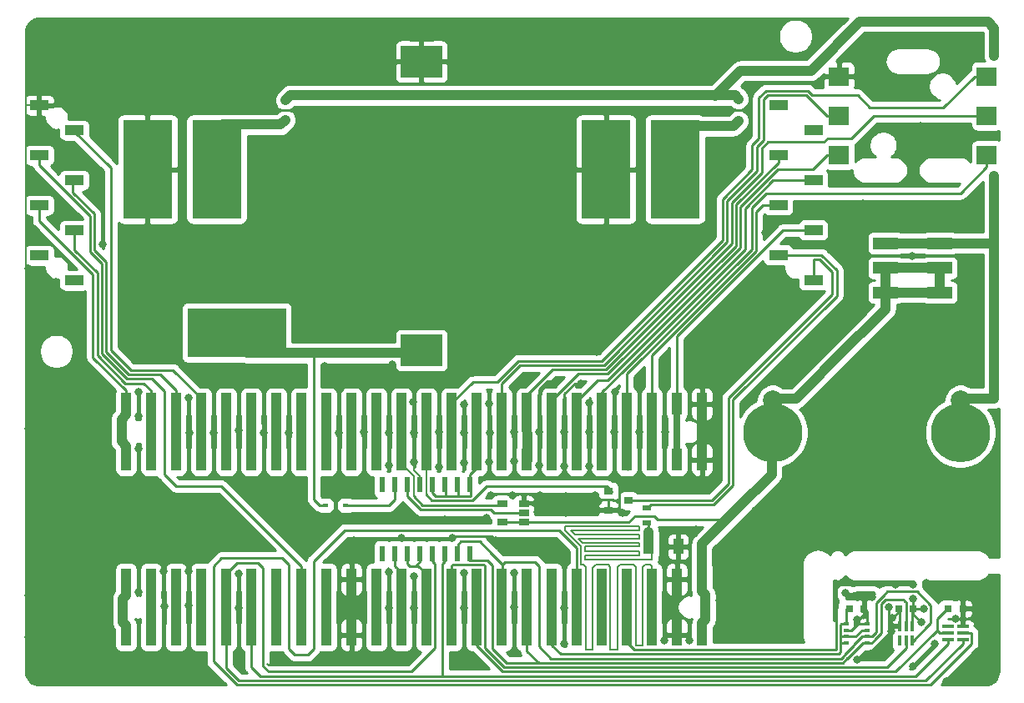
<source format=gtl>
G04 #@! TF.GenerationSoftware,KiCad,Pcbnew,(5.1.4)-1*
G04 #@! TF.CreationDate,2020-02-11T19:18:12-08:00*
G04 #@! TF.ProjectId,Light_intensity_data_logger,4c696768-745f-4696-9e74-656e73697479,rev?*
G04 #@! TF.SameCoordinates,Original*
G04 #@! TF.FileFunction,Copper,L1,Top*
G04 #@! TF.FilePolarity,Positive*
%FSLAX46Y46*%
G04 Gerber Fmt 4.6, Leading zero omitted, Abs format (unit mm)*
G04 Created by KiCad (PCBNEW (5.1.4)-1) date 2020-02-11 19:18:12*
%MOMM*%
%LPD*%
G04 APERTURE LIST*
%ADD10R,1.020000X2.220000*%
%ADD11R,0.600000X1.590000*%
%ADD12R,1.060000X0.650000*%
%ADD13R,0.900000X0.800000*%
%ADD14R,1.905000X1.016000*%
%ADD15R,1.000000X1.600000*%
%ADD16R,4.200000X3.200000*%
%ADD17R,2.000000X1.900000*%
%ADD18R,0.800000X0.750000*%
%ADD19C,2.000000*%
%ADD20C,6.000000*%
%ADD21R,0.600000X0.450000*%
%ADD22R,0.400000X1.000000*%
%ADD23R,10.000000X5.000000*%
%ADD24R,0.450000X0.600000*%
%ADD25R,5.000000X10.000000*%
%ADD26R,0.500000X0.350000*%
%ADD27R,1.200000X0.350000*%
%ADD28R,2.500000X1.200000*%
%ADD29R,0.900000X0.500000*%
%ADD30C,0.800000*%
%ADD31C,1.000000*%
%ADD32C,0.250000*%
%ADD33C,0.200000*%
%ADD34C,0.254000*%
G04 APERTURE END LIST*
D10*
X83810000Y-89624000D03*
X83810000Y-95276000D03*
X86350000Y-89624000D03*
X86350000Y-95276000D03*
X88890000Y-89624000D03*
X91430000Y-95276000D03*
X88890000Y-95276000D03*
X91430000Y-89624000D03*
X101590000Y-89624000D03*
X96510000Y-95276000D03*
X101590000Y-95276000D03*
X99050000Y-89624000D03*
X99050000Y-95276000D03*
X93970000Y-89624000D03*
X93970000Y-95276000D03*
X96510000Y-89624000D03*
X109210000Y-95276000D03*
X111750000Y-89624000D03*
X104130000Y-89624000D03*
X106670000Y-89624000D03*
X106670000Y-95276000D03*
X111750000Y-95276000D03*
X109210000Y-89624000D03*
X104130000Y-95276000D03*
X116830000Y-95276000D03*
X121910000Y-89624000D03*
X119370000Y-95276000D03*
X121910000Y-95276000D03*
X119370000Y-89624000D03*
X114290000Y-95276000D03*
X114290000Y-89624000D03*
X116830000Y-89624000D03*
X126990000Y-95276000D03*
X129530000Y-89624000D03*
X129530000Y-95276000D03*
X132070000Y-95276000D03*
X124450000Y-89624000D03*
X132070000Y-89624000D03*
X124450000Y-95276000D03*
X126990000Y-89624000D03*
X134610000Y-95276000D03*
X137150000Y-89624000D03*
X139690000Y-89624000D03*
X139690000Y-95276000D03*
X134610000Y-89624000D03*
X137150000Y-95276000D03*
X142230000Y-89624000D03*
X142230000Y-95276000D03*
X142230000Y-77466000D03*
X142230000Y-71814000D03*
X139690000Y-77466000D03*
X139690000Y-71814000D03*
X137150000Y-77466000D03*
X137150000Y-71814000D03*
X134610000Y-77466000D03*
X134610000Y-71814000D03*
X132070000Y-77466000D03*
X132070000Y-71814000D03*
X129530000Y-77466000D03*
X129530000Y-71814000D03*
X126990000Y-77466000D03*
X126990000Y-71814000D03*
X124450000Y-77466000D03*
X124450000Y-71814000D03*
X121910000Y-77466000D03*
X121910000Y-71814000D03*
X119370000Y-77466000D03*
X119370000Y-71814000D03*
X116830000Y-77466000D03*
X116830000Y-71814000D03*
X114290000Y-77466000D03*
X114290000Y-71814000D03*
X111750000Y-77466000D03*
X111750000Y-71814000D03*
X109210000Y-77466000D03*
X109210000Y-71814000D03*
X106670000Y-77466000D03*
X106670000Y-71814000D03*
X104130000Y-77466000D03*
X104130000Y-71814000D03*
X101590000Y-77466000D03*
X101590000Y-71814000D03*
X99050000Y-77466000D03*
X99050000Y-71814000D03*
X96510000Y-77466000D03*
X96510000Y-71814000D03*
X93970000Y-77466000D03*
X93970000Y-71814000D03*
X91430000Y-77466000D03*
X91430000Y-71814000D03*
X88890000Y-77466000D03*
X88890000Y-71814000D03*
X86350000Y-77466000D03*
X86350000Y-71814000D03*
X83810000Y-77466000D03*
X83810000Y-71814000D03*
D11*
X109820000Y-87010000D03*
X111090000Y-87010000D03*
X112360000Y-87010000D03*
X113630000Y-87010000D03*
X114900000Y-87010000D03*
X116170000Y-87010000D03*
X117440000Y-87010000D03*
X118710000Y-87010000D03*
X118710000Y-80020000D03*
X117440000Y-80020000D03*
X116170000Y-80020000D03*
X114900000Y-80020000D03*
X113630000Y-80020000D03*
X112360000Y-80020000D03*
X111090000Y-80020000D03*
X109820000Y-80020000D03*
D12*
X124160000Y-83830000D03*
X124160000Y-82880000D03*
X124160000Y-81930000D03*
X121960000Y-81930000D03*
X121960000Y-83830000D03*
D13*
X132760000Y-80690000D03*
X132760000Y-82590000D03*
X134760000Y-81640000D03*
D14*
X153538540Y-54167460D03*
X153538540Y-49087460D03*
X149982540Y-51627460D03*
X149982540Y-46547460D03*
X149982540Y-56707460D03*
X153538540Y-44007460D03*
X153538540Y-59247460D03*
X149982540Y-41467460D03*
X75002540Y-41487460D03*
X78558540Y-44027460D03*
X75002540Y-46567460D03*
X78558540Y-49107460D03*
X75002540Y-51647460D03*
X78558540Y-54187460D03*
X75002540Y-56727460D03*
X78558540Y-59267460D03*
D15*
X139830000Y-86310000D03*
X136830000Y-86310000D03*
D16*
X113780000Y-66370000D03*
X113780000Y-37070000D03*
D17*
X171140000Y-46560000D03*
X171140000Y-42560000D03*
X171140000Y-38560000D03*
X156140000Y-46560000D03*
X156140000Y-42560000D03*
X156140000Y-38560000D03*
D18*
X168690000Y-92610000D03*
X167190000Y-92610000D03*
X163690000Y-92610000D03*
X162190000Y-92610000D03*
D19*
X168450000Y-71430000D03*
X149400000Y-71430000D03*
D20*
X149400000Y-74730000D03*
X168450000Y-74730000D03*
D21*
X106110000Y-82120000D03*
X104010000Y-82120000D03*
D22*
X162940000Y-95860000D03*
X162290000Y-95860000D03*
X163590000Y-95860000D03*
X162290000Y-94360000D03*
X162940000Y-94360000D03*
X163590000Y-94360000D03*
D23*
X95060000Y-64590000D03*
D24*
X146000000Y-40950000D03*
X146000000Y-43050000D03*
D25*
X132500000Y-48000000D03*
X139500000Y-48000000D03*
D26*
X156915001Y-94135000D03*
X156915001Y-94785000D03*
X156915001Y-95435000D03*
X156915001Y-96085000D03*
X158965000Y-96085000D03*
X158965000Y-95435000D03*
X158965000Y-94785000D03*
X158965000Y-94135000D03*
D27*
X168690000Y-95720000D03*
X167190000Y-95720000D03*
X168690000Y-95070000D03*
X168690000Y-94420000D03*
X167190000Y-95070000D03*
X167190000Y-94420000D03*
D28*
X166350000Y-60510000D03*
X166350000Y-58010000D03*
X166350000Y-55510000D03*
X160850000Y-55510000D03*
X160850000Y-58010000D03*
X160850000Y-60510000D03*
D29*
X136680000Y-83900000D03*
X136680000Y-82400000D03*
D24*
X100000000Y-40950000D03*
X100000000Y-43050000D03*
D18*
X157190000Y-92590000D03*
X158690000Y-92590000D03*
D25*
X86000000Y-48000000D03*
X93000000Y-48000000D03*
D30*
X161560000Y-93560000D03*
X161480000Y-94880000D03*
X161188703Y-92437044D03*
X158100000Y-91370000D03*
X159470000Y-91420000D03*
X167940000Y-93600000D03*
X169810000Y-93640000D03*
X158010000Y-97810000D03*
X160320000Y-96470000D03*
X139690000Y-91410000D03*
X139664999Y-93535001D03*
X142255001Y-75734999D03*
X106670000Y-91640000D03*
X106670000Y-93490000D03*
X116770000Y-48940000D03*
X88580000Y-41150000D03*
X92300000Y-41040000D03*
X104460000Y-38560000D03*
X108700000Y-38620000D03*
X157170000Y-36260000D03*
X159490000Y-34790000D03*
X163170000Y-34420000D03*
X170340000Y-34530000D03*
X166460000Y-34470000D03*
X124980000Y-57710000D03*
X122020000Y-47240000D03*
X121100000Y-59810000D03*
X112580000Y-57500000D03*
X116000000Y-60490000D03*
X117000000Y-66000000D03*
X114000000Y-63000000D03*
X110000000Y-65000000D03*
X109000000Y-58000000D03*
X105000000Y-61000000D03*
X102000000Y-65000000D03*
X100000000Y-58000000D03*
X90990000Y-57440000D03*
X95000000Y-60000000D03*
X97500000Y-68670000D03*
X104000000Y-68000000D03*
X74000000Y-35000000D03*
X76000000Y-33000000D03*
X80000000Y-33000000D03*
X85000000Y-33000000D03*
X90000000Y-33000000D03*
X95000000Y-33000000D03*
X100000000Y-33000000D03*
X105000000Y-33000000D03*
X110000000Y-33000000D03*
X115000000Y-33000000D03*
X120000000Y-33000000D03*
X124000000Y-33000000D03*
X129000000Y-33000000D03*
X134000000Y-33000000D03*
X139000000Y-33000000D03*
X144000000Y-33000000D03*
X150000000Y-33000000D03*
X155000000Y-33000000D03*
X119910000Y-38790000D03*
X124770000Y-38920000D03*
X130130000Y-38860000D03*
X135050000Y-38860000D03*
X139790000Y-38860000D03*
X148000000Y-36000000D03*
X96910000Y-51330000D03*
X101790000Y-44230000D03*
X110010000Y-42340000D03*
X115230000Y-42170000D03*
X120370000Y-42090000D03*
X126000000Y-46000000D03*
X110440000Y-48590000D03*
X96570000Y-46880000D03*
X102050000Y-49540000D03*
X105210000Y-42340000D03*
X125070000Y-42090000D03*
X124000000Y-51000000D03*
X170400000Y-52860000D03*
X118130000Y-92510000D03*
X120040000Y-98500000D03*
X117000000Y-98500000D03*
X113000000Y-92500000D03*
X113000000Y-97000000D03*
X111000000Y-98000000D03*
X79310000Y-92610000D03*
X73930000Y-95520000D03*
X79260000Y-100030000D03*
X74400000Y-99730000D03*
X82230000Y-90420000D03*
X86170000Y-99930000D03*
X90160000Y-92260000D03*
X87730000Y-92330000D03*
X90400000Y-99220000D03*
X171930000Y-86310000D03*
X166330000Y-85860000D03*
X161690000Y-85860000D03*
X158100000Y-86030000D03*
X154010000Y-86000000D03*
X152010000Y-89000000D03*
X152010000Y-93000000D03*
X152100000Y-95620000D03*
X148270000Y-95710000D03*
X143770000Y-95670000D03*
X144030000Y-91780000D03*
X143740000Y-86920000D03*
X147650000Y-82630000D03*
X147950000Y-91770000D03*
X157630000Y-80300000D03*
X155930000Y-69360000D03*
X153370000Y-75030000D03*
X153170000Y-72440000D03*
X160900000Y-65170000D03*
X167010000Y-100000000D03*
X171010000Y-100000000D03*
X171200000Y-96010000D03*
X172000000Y-93000000D03*
X171790000Y-89600000D03*
X165010000Y-90000000D03*
X166690000Y-91300000D03*
X169860000Y-91410000D03*
X169180000Y-98100000D03*
X99230000Y-97700000D03*
X89490000Y-42870000D03*
X89490000Y-45490000D03*
X89490000Y-47980000D03*
X89490000Y-50500000D03*
X89520000Y-53330000D03*
X134610000Y-41990000D03*
X132540000Y-41970000D03*
X129180000Y-42090000D03*
X128730000Y-44860000D03*
X128610000Y-48100000D03*
X128810000Y-51130000D03*
X117150000Y-37120000D03*
X114000000Y-34530000D03*
X110620000Y-34920000D03*
X117010000Y-34890000D03*
X100340000Y-74720000D03*
X105360000Y-74740000D03*
X105530000Y-70300000D03*
X95260000Y-92520000D03*
X95260000Y-89070000D03*
X95500000Y-98580000D03*
X118090000Y-88990000D03*
X123190000Y-92490000D03*
X123180000Y-89010000D03*
X123170000Y-97100000D03*
X128300000Y-96210000D03*
X128280000Y-92500000D03*
X138400000Y-95830000D03*
X140970000Y-95830000D03*
X163640000Y-98450000D03*
X165860000Y-96190000D03*
X144090000Y-37930000D03*
X82330000Y-95470000D03*
X157940000Y-93710000D03*
X156810000Y-91020000D03*
X110790000Y-67830000D03*
X97820000Y-74730000D03*
X100310000Y-69640000D03*
X90180000Y-88820000D03*
X87600000Y-88820000D03*
X85100000Y-90960000D03*
X171890000Y-78160000D03*
X170400000Y-57060000D03*
X158470000Y-57380000D03*
X167100000Y-52700000D03*
X171940000Y-82030000D03*
X170430000Y-61310000D03*
X170470000Y-65890000D03*
X165270000Y-72370000D03*
X166050000Y-78020000D03*
X151080000Y-78330000D03*
X147040000Y-39760000D03*
X159960000Y-72940000D03*
X73910000Y-91270000D03*
X78150000Y-96850000D03*
X150920000Y-69570000D03*
X155100000Y-65380000D03*
X158110000Y-62730000D03*
X171940000Y-72760000D03*
X170410000Y-69810000D03*
X163540000Y-56770000D03*
X164790000Y-61980000D03*
X80930000Y-50820000D03*
X76850000Y-47840000D03*
X78720000Y-46720000D03*
X76070000Y-44720000D03*
X74420000Y-43580000D03*
X74080000Y-39490000D03*
X78620000Y-40270000D03*
X78380000Y-35810000D03*
X82430000Y-45890000D03*
X82260000Y-39940000D03*
X96360000Y-38480000D03*
X95230000Y-74540000D03*
X92680000Y-74740000D03*
X90220000Y-74720000D03*
X85100000Y-73030000D03*
X85060000Y-70580000D03*
X85100000Y-76330000D03*
X90240000Y-79090000D03*
X92720000Y-79150000D03*
X95310000Y-79310000D03*
X97780000Y-79370000D03*
X100430000Y-79350000D03*
X95210000Y-69110000D03*
X91810000Y-68920000D03*
X87520000Y-66910000D03*
X84330000Y-65530000D03*
X84070000Y-61100000D03*
X83720000Y-54600000D03*
X87190000Y-54340000D03*
X87360000Y-58850000D03*
X146290000Y-45170000D03*
X145620000Y-48200000D03*
X143470000Y-50500000D03*
X143250000Y-54690000D03*
X140530000Y-57530000D03*
X138290000Y-59790000D03*
X136260000Y-61870000D03*
X133610000Y-64520000D03*
X131580000Y-66530000D03*
X127890000Y-66430000D03*
X123710000Y-66450000D03*
X121550000Y-68120000D03*
X119020000Y-68630000D03*
X116940000Y-69780000D03*
X114150000Y-68980000D03*
X110500000Y-70050000D03*
X107940000Y-70200000D03*
X107960000Y-74700000D03*
X110490000Y-74720000D03*
X113020000Y-74720000D03*
X112960000Y-71590000D03*
X113020000Y-77720000D03*
X110460000Y-78070000D03*
X82750000Y-87590000D03*
X85050000Y-87930000D03*
X92320000Y-87200000D03*
X95180000Y-86460000D03*
X98260000Y-86410000D03*
X95520000Y-83700000D03*
X93080000Y-81270000D03*
X88870000Y-81300000D03*
X86590000Y-79540000D03*
X82620000Y-79340000D03*
X81920000Y-74570000D03*
X82310000Y-70430000D03*
X79490000Y-67670000D03*
X79280000Y-63360000D03*
X79220000Y-60780000D03*
X76720000Y-59400000D03*
X73900000Y-58110000D03*
X73990000Y-62980000D03*
X73990000Y-68420000D03*
X73930000Y-74340000D03*
X74010000Y-79790000D03*
X74180000Y-85950000D03*
X77960000Y-74960000D03*
X78550000Y-84350000D03*
X74780000Y-54770000D03*
X74260000Y-49250000D03*
X77310000Y-52650000D03*
X90130000Y-71160000D03*
X97940000Y-82950000D03*
X101910000Y-86970000D03*
X104710000Y-84290000D03*
X108680000Y-83460000D03*
X112410000Y-83250000D03*
X104000000Y-80110000D03*
X108390000Y-80280000D03*
X104330000Y-97590000D03*
X108090000Y-97450000D03*
X110450000Y-88890000D03*
X110480000Y-92510000D03*
X104760000Y-87570000D03*
X116880000Y-85420000D03*
X111730000Y-85410000D03*
X106930000Y-85710000D03*
X121280000Y-85680000D03*
X124930000Y-85780000D03*
X128110000Y-87510000D03*
X138350000Y-84620000D03*
X141640000Y-84590000D03*
X133390000Y-70570000D03*
X135890000Y-69330000D03*
X138400000Y-67360000D03*
X133320000Y-74700000D03*
X135900000Y-74710000D03*
X138480000Y-74650000D03*
X141890000Y-79940000D03*
X135390000Y-79810000D03*
X143760000Y-70030000D03*
X141440000Y-67800000D03*
X153250000Y-60980000D03*
X151300000Y-63030000D03*
X148930000Y-65440000D03*
X146180000Y-68190000D03*
X142070000Y-64530000D03*
X144580000Y-61950000D03*
X147680000Y-58780000D03*
X150330000Y-58780000D03*
X151340000Y-55260000D03*
X156740000Y-54530000D03*
X151340000Y-53000000D03*
X154540000Y-51670000D03*
X158590000Y-51500000D03*
X163810000Y-51530000D03*
X163620000Y-49320000D03*
X158310000Y-45680000D03*
X156130000Y-49060000D03*
X161070000Y-43740000D03*
X164440000Y-43630000D03*
X168640000Y-43660000D03*
X170410000Y-44540000D03*
X168230000Y-46450000D03*
X164030000Y-46740000D03*
X158520000Y-39380000D03*
X161780000Y-40640000D03*
X164830000Y-40610000D03*
X168970000Y-37940000D03*
X143320000Y-42050000D03*
X154120000Y-39300000D03*
X118120000Y-71870000D03*
X118120000Y-74730000D03*
X118070000Y-77810000D03*
X120670000Y-71770000D03*
X120700000Y-74750000D03*
X120670000Y-77730000D03*
X123200000Y-74680000D03*
X123200000Y-77660000D03*
X127390000Y-69520000D03*
X125760000Y-74680000D03*
X125730000Y-78080000D03*
X129940000Y-69800000D03*
X128240000Y-74700000D03*
X128290000Y-78180000D03*
X130790000Y-74700000D03*
X130790000Y-78180000D03*
X130820000Y-71700000D03*
X124300000Y-69060000D03*
X148650000Y-54410000D03*
X133290000Y-79160000D03*
X138730000Y-80040000D03*
X134210000Y-82860000D03*
X131340000Y-82740000D03*
X131390000Y-81130000D03*
X120370000Y-83390000D03*
X116120000Y-83550000D03*
X101960000Y-81830000D03*
X125830000Y-81080000D03*
X120770000Y-81110000D03*
X123000000Y-81090000D03*
X125550000Y-82800000D03*
X128410000Y-82870000D03*
X128410000Y-81170000D03*
X131000000Y-60310000D03*
X131740000Y-56870000D03*
X117400000Y-53920000D03*
X105930000Y-53180000D03*
X81420000Y-55590000D03*
X146510000Y-71850000D03*
X138400000Y-87670000D03*
X113010000Y-89330000D03*
X115550000Y-74670000D03*
X115590000Y-78250000D03*
X158550000Y-33020000D03*
X160900000Y-33020000D03*
X162850000Y-33020000D03*
X165120000Y-33020000D03*
X167110000Y-33020000D03*
X169050000Y-33020000D03*
X171170000Y-33020000D03*
X171900000Y-34420000D03*
X171900000Y-36450000D03*
X171860000Y-48580000D03*
X171860000Y-50570000D03*
X171860000Y-52830000D03*
X171860000Y-54910000D03*
X171860000Y-56770000D03*
X171860000Y-58600000D03*
X171870000Y-60850000D03*
X171870000Y-63520000D03*
X171870000Y-66070000D03*
X164740000Y-92620000D03*
X163640000Y-91600000D03*
X163638807Y-90149999D03*
X161910000Y-90149999D03*
X164480000Y-93960000D03*
X160250000Y-90150000D03*
D31*
X114000000Y-66650000D02*
X96110000Y-66650000D01*
X96110000Y-66650000D02*
X95420000Y-65960000D01*
D32*
X95100000Y-65580000D02*
X96400000Y-65580000D01*
X96400000Y-65580000D02*
X97730000Y-66910000D01*
X103460000Y-82120000D02*
X102870000Y-81530000D01*
X104010000Y-82120000D02*
X103460000Y-82120000D01*
X102870000Y-81530000D02*
X102870000Y-66610000D01*
X158965000Y-93710000D02*
X158970000Y-93705000D01*
X158965000Y-94135000D02*
X158965000Y-93710000D01*
X158970000Y-92830000D02*
X158730000Y-92590000D01*
X158420000Y-92850000D02*
X158670000Y-92600000D01*
X162290000Y-94360000D02*
X162290000Y-93610000D01*
X168690000Y-92610000D02*
X168690000Y-94430000D01*
X158970000Y-93480000D02*
X158970000Y-92830000D01*
X158970000Y-93705000D02*
X158970000Y-93480000D01*
X162290000Y-93380000D02*
X162290000Y-92650000D01*
X162290000Y-93610000D02*
X162290000Y-93380000D01*
D31*
X132500000Y-50500000D02*
X132500000Y-48000000D01*
X139690000Y-89594000D02*
X139690000Y-91410000D01*
X139664999Y-95204999D02*
X139670000Y-95210000D01*
X142255001Y-73919001D02*
X142255001Y-75734999D01*
X142230000Y-71784000D02*
X142230000Y-73580000D01*
X142230000Y-73894000D02*
X142255001Y-73919001D01*
X142255001Y-77654999D02*
X142210000Y-77700000D01*
X106670000Y-89594000D02*
X106670000Y-91640000D01*
X106670000Y-95860000D02*
X106670000Y-95246000D01*
D32*
X156915001Y-94785000D02*
X157415001Y-94785000D01*
X158060001Y-94140000D02*
X158980000Y-94140000D01*
X162190000Y-92610000D02*
X162190000Y-92930000D01*
X162190000Y-92930000D02*
X161560000Y-93560000D01*
X161480000Y-94880000D02*
X161480000Y-93620000D01*
X161480000Y-93620000D02*
X161188703Y-93328703D01*
X161188703Y-93328703D02*
X161188703Y-92437044D01*
X157685000Y-93625000D02*
X157740000Y-93570000D01*
X157685000Y-94515000D02*
X158060001Y-94140000D01*
X157415001Y-94785000D02*
X157685000Y-94515000D01*
X158100000Y-91370000D02*
X159420000Y-91370000D01*
X159420000Y-91370000D02*
X159470000Y-91420000D01*
X158690000Y-91965000D02*
X158700000Y-91955000D01*
X158690000Y-92590000D02*
X158690000Y-91965000D01*
X158700000Y-91955000D02*
X158700000Y-91380000D01*
X158690000Y-93215000D02*
X158325000Y-93580000D01*
X158690000Y-92590000D02*
X158690000Y-93215000D01*
X157740000Y-94135685D02*
X157730000Y-94145685D01*
X157740000Y-93570000D02*
X157740000Y-94135685D01*
X157730000Y-94145685D02*
X157730000Y-94450000D01*
X167680000Y-93620000D02*
X167180000Y-93620000D01*
X168580000Y-93620000D02*
X169790000Y-93620000D01*
X169790000Y-93620000D02*
X169810000Y-93640000D01*
X167180000Y-93620000D02*
X169840000Y-93620000D01*
X169840000Y-93620000D02*
X169850000Y-93630000D01*
X161480000Y-94880000D02*
X158550000Y-97810000D01*
X158550000Y-97810000D02*
X158010000Y-97810000D01*
D31*
X139664999Y-93535001D02*
X139664999Y-95204999D01*
X142230000Y-73580000D02*
X142230000Y-73894000D01*
X142255001Y-75734999D02*
X142255001Y-77654999D01*
X106670000Y-91640000D02*
X106670000Y-93490000D01*
X106670000Y-93490000D02*
X106670000Y-95860000D01*
D32*
X106710000Y-88940000D02*
X106670000Y-88940000D01*
D31*
X132560000Y-50840000D02*
X132560000Y-49380000D01*
D32*
X110144305Y-98290010D02*
X98190010Y-98290010D01*
X111000000Y-98000000D02*
X110434315Y-98000000D01*
X110434315Y-98000000D02*
X110144305Y-98290010D01*
D33*
X98190010Y-98290010D02*
X98140000Y-98240000D01*
D32*
X103000000Y-45000000D02*
X102230000Y-44230000D01*
X102230000Y-44230000D02*
X102230000Y-44210000D01*
X102230000Y-44210000D02*
X101970000Y-43950000D01*
X158970000Y-93480000D02*
X158720000Y-93480000D01*
X158720000Y-93480000D02*
X158810000Y-93390000D01*
X158810000Y-93390000D02*
X158810000Y-92980000D01*
X158720000Y-93480000D02*
X158600000Y-93480000D01*
X158600000Y-93480000D02*
X158540000Y-93540000D01*
X157810000Y-93580000D02*
X157940000Y-93710000D01*
X157780000Y-93580000D02*
X157810000Y-93580000D01*
X157780000Y-93580000D02*
X157710000Y-93580000D01*
X158325000Y-93580000D02*
X157780000Y-93580000D01*
X158100000Y-91370000D02*
X157160000Y-91370000D01*
X157160000Y-91370000D02*
X156810000Y-91020000D01*
X117000000Y-65434315D02*
X116970000Y-65404315D01*
X117000000Y-66000000D02*
X117000000Y-65434315D01*
X116970000Y-65404315D02*
X116970000Y-64990000D01*
X116970000Y-64990000D02*
X114970000Y-62990000D01*
X114970000Y-62990000D02*
X113960000Y-62990000D01*
X101790000Y-43664315D02*
X101750000Y-43624315D01*
X101790000Y-44230000D02*
X101790000Y-43664315D01*
X101750000Y-43624315D02*
X101750000Y-42220000D01*
X101750000Y-42220000D02*
X101510000Y-41980000D01*
X101510000Y-41980000D02*
X96870000Y-41980000D01*
X96870000Y-41980000D02*
X95510000Y-40620000D01*
X139680000Y-89620000D02*
X139680000Y-88260000D01*
X139680000Y-88260000D02*
X139680000Y-86330000D01*
D33*
X73900000Y-58110000D02*
X73750000Y-58110000D01*
X73750000Y-58110000D02*
X73620000Y-57980000D01*
X73620000Y-57980000D02*
X73620000Y-50030000D01*
X73620000Y-50030000D02*
X74200000Y-49450000D01*
X74200000Y-49450000D02*
X74200000Y-49400000D01*
D32*
X146689999Y-44770001D02*
X146689999Y-44680001D01*
X146290000Y-45170000D02*
X146689999Y-44770001D01*
X146689999Y-44680001D02*
X147140000Y-44230000D01*
X147140000Y-44230000D02*
X147140000Y-42100000D01*
X147140000Y-42100000D02*
X147020000Y-41980000D01*
X147020000Y-41980000D02*
X143150000Y-41980000D01*
X129330000Y-69755685D02*
X129320725Y-69755685D01*
X129940000Y-69800000D02*
X129374315Y-69800000D01*
X129374315Y-69800000D02*
X129330000Y-69755685D01*
X129320725Y-69755685D02*
X128280000Y-70796410D01*
X128280000Y-70796410D02*
X128280000Y-71450000D01*
X128280000Y-71450000D02*
X128280000Y-74690000D01*
X128280000Y-74690000D02*
X128230000Y-74740000D01*
X128230000Y-74740000D02*
X128230000Y-74750000D01*
X127390000Y-69520000D02*
X126540000Y-69520000D01*
X126540000Y-69520000D02*
X125710000Y-70350000D01*
X125710000Y-70350000D02*
X125710000Y-74680000D01*
X125710000Y-74680000D02*
X125710000Y-74690000D01*
X126824315Y-69520000D02*
X125850000Y-70494315D01*
X127390000Y-69520000D02*
X126824315Y-69520000D01*
X125850000Y-70494315D02*
X125850000Y-70830000D01*
X125850000Y-70830000D02*
X125760000Y-70920000D01*
X120880001Y-85280001D02*
X116989999Y-85280001D01*
X121280000Y-85680000D02*
X120880001Y-85280001D01*
X116989999Y-85280001D02*
X116840000Y-85430000D01*
X132760000Y-82590000D02*
X132710000Y-82590000D01*
X133210000Y-81550000D02*
X133230000Y-81570000D01*
X133230000Y-81570000D02*
X133470000Y-81570000D01*
X133920000Y-80490000D02*
X134570000Y-79840000D01*
X134570000Y-79840000D02*
X135350000Y-79840000D01*
X132780000Y-81550000D02*
X132780000Y-82610000D01*
X132780000Y-81550000D02*
X133210000Y-81550000D01*
X132780000Y-82610000D02*
X132770000Y-82620000D01*
X133810001Y-82460001D02*
X133810001Y-81209999D01*
X134210000Y-82860000D02*
X133810001Y-82460001D01*
D33*
X113020000Y-77720000D02*
X113020000Y-78584302D01*
X113020000Y-78584302D02*
X113580000Y-79144302D01*
X113580000Y-79144302D02*
X113580000Y-79600000D01*
D32*
X132780000Y-81550000D02*
X130550000Y-81550000D01*
X130550000Y-81550000D02*
X130510000Y-81510000D01*
D33*
X74260000Y-48684315D02*
X73650000Y-48074315D01*
X74260000Y-49250000D02*
X74260000Y-48684315D01*
X73650000Y-48074315D02*
X73650000Y-39820000D01*
X73650000Y-39820000D02*
X74050000Y-39420000D01*
X73850040Y-41487460D02*
X73847500Y-41490000D01*
X75002540Y-41487460D02*
X73850040Y-41487460D01*
X73847500Y-41490000D02*
X73650000Y-41490000D01*
D32*
X133810001Y-81209999D02*
X133810001Y-80849999D01*
X133810001Y-80849999D02*
X134860000Y-79800000D01*
X134860000Y-79800000D02*
X135370000Y-79800000D01*
D31*
X93230000Y-45050000D02*
X93310000Y-45130000D01*
X93310000Y-45130000D02*
X93310000Y-45680000D01*
X93000000Y-48000000D02*
X93000000Y-44090000D01*
X93000000Y-44090000D02*
X93630000Y-43460000D01*
X93630000Y-43460000D02*
X99510000Y-43460000D01*
X99510000Y-43460000D02*
X99980000Y-42990000D01*
X151780000Y-37990000D02*
X146130000Y-37990000D01*
X146130000Y-37990000D02*
X143610000Y-40510000D01*
X151780000Y-37990000D02*
X153290000Y-37990000D01*
X153290000Y-37990000D02*
X158260000Y-33020000D01*
X158260000Y-33020000D02*
X158270000Y-33010000D01*
X102675000Y-40500000D02*
X100450000Y-40500000D01*
X100450000Y-40500000D02*
X99980000Y-40970000D01*
X142830000Y-40500000D02*
X145580000Y-40500000D01*
X142830000Y-40500000D02*
X143720000Y-40500000D01*
X102675000Y-40500000D02*
X142830000Y-40500000D01*
X145580000Y-40500000D02*
X145940000Y-40860000D01*
X158260000Y-33020000D02*
X158550000Y-33020000D01*
X171230000Y-33020000D02*
X171900000Y-33690000D01*
X171900000Y-33690000D02*
X171900000Y-34420000D01*
X158550000Y-33020000D02*
X160900000Y-33020000D01*
X160900000Y-33020000D02*
X162850000Y-33020000D01*
X162850000Y-33020000D02*
X165120000Y-33020000D01*
X165120000Y-33020000D02*
X167110000Y-33020000D01*
X167110000Y-33020000D02*
X169050000Y-33020000D01*
X169050000Y-33020000D02*
X171170000Y-33020000D01*
X171170000Y-33020000D02*
X171230000Y-33020000D01*
X171900000Y-34420000D02*
X171900000Y-36450000D01*
X171900000Y-36450000D02*
X171900000Y-36450000D01*
X171860000Y-58600000D02*
X171860000Y-56770000D01*
X171860000Y-50570000D02*
X171860000Y-48650000D01*
X171860000Y-52830000D02*
X171860000Y-50570000D01*
X171860000Y-54910000D02*
X171860000Y-52830000D01*
X171860000Y-56770000D02*
X171860000Y-54910000D01*
X171860000Y-58600000D02*
X171860000Y-58600000D01*
X171870000Y-60850000D02*
X171870000Y-57670000D01*
X171870000Y-63520000D02*
X171870000Y-60850000D01*
X171870000Y-66070000D02*
X171870000Y-63520000D01*
X168450000Y-71430000D02*
X168450000Y-72844213D01*
X168450000Y-72844213D02*
X168450000Y-74950000D01*
X171870000Y-66070000D02*
X171870000Y-66635685D01*
X168390000Y-71430000D02*
X168390000Y-74610000D01*
X168390000Y-74610000D02*
X168320000Y-74680000D01*
X168470000Y-73700000D02*
X169884213Y-73700000D01*
X171870000Y-66070000D02*
X171870000Y-71270000D01*
X171870000Y-71270000D02*
X168370000Y-71270000D01*
X168370000Y-71270000D02*
X168370000Y-74310000D01*
X168370000Y-74310000D02*
X168540000Y-74480000D01*
X160850000Y-55510000D02*
X163100000Y-55510000D01*
X163100000Y-55510000D02*
X171830000Y-55510000D01*
X171830000Y-55510000D02*
X171840000Y-55500000D01*
X142255001Y-95344999D02*
X142210000Y-95390000D01*
X142270000Y-88526758D02*
X142270000Y-89560000D01*
D32*
X142220000Y-89620000D02*
X142220000Y-88260000D01*
D31*
X142220000Y-86030000D02*
X142220000Y-89360000D01*
X149400000Y-71430000D02*
X149400000Y-74640000D01*
X149400000Y-74640000D02*
X149200000Y-74840000D01*
X149340000Y-71440000D02*
X149340000Y-74660000D01*
X142220000Y-86030000D02*
X142230000Y-86030000D01*
X149280000Y-76690000D02*
X149280000Y-74620000D01*
X160870000Y-58010000D02*
X166330000Y-58010000D01*
X160870000Y-60510000D02*
X166410000Y-60510000D01*
X166410000Y-60510000D02*
X166420000Y-60500000D01*
X160870000Y-58010000D02*
X160870000Y-59610000D01*
X160870000Y-59610000D02*
X160870000Y-60600000D01*
X166370000Y-58010000D02*
X166370000Y-59610000D01*
X166370000Y-59610000D02*
X166370000Y-60600000D01*
X159480000Y-63580000D02*
X160860000Y-62200000D01*
X160860000Y-62200000D02*
X160870000Y-62190000D01*
X160870000Y-62190000D02*
X160870000Y-59340000D01*
X150824213Y-73215787D02*
X149440000Y-74600000D01*
X149440000Y-74600000D02*
X149440000Y-71360000D01*
X149440000Y-71360000D02*
X149360000Y-71280000D01*
X159480000Y-63580000D02*
X159480000Y-63590000D01*
X159480000Y-63590000D02*
X157080000Y-65990000D01*
X157080000Y-65990000D02*
X151780000Y-71290000D01*
X151780000Y-71290000D02*
X149330000Y-71290000D01*
X149400000Y-72844213D02*
X149350000Y-72894213D01*
X149400000Y-71430000D02*
X149400000Y-72844213D01*
X149350000Y-72894213D02*
X149350000Y-75300000D01*
X149350000Y-75300000D02*
X149330000Y-75320000D01*
X149300000Y-78960000D02*
X149300000Y-74830000D01*
X149300000Y-74830000D02*
X149240000Y-74770000D01*
D32*
X145760000Y-82500000D02*
X145080000Y-83180000D01*
D31*
X145760000Y-82500000D02*
X149300000Y-78960000D01*
X142230000Y-86030000D02*
X145760000Y-82500000D01*
D32*
X134810000Y-83810000D02*
X130340000Y-83810000D01*
X135440000Y-83180000D02*
X134810000Y-83810000D01*
X130340000Y-83810000D02*
X121830000Y-83810000D01*
X121830000Y-83810000D02*
X121820000Y-83800000D01*
X135440000Y-83180000D02*
X137370000Y-83180000D01*
X137735001Y-83545001D02*
X144365001Y-83545001D01*
X137370000Y-83180000D02*
X137735001Y-83545001D01*
X144365001Y-83545001D02*
X144540000Y-83720000D01*
D31*
X142230000Y-89624000D02*
X142230000Y-90850000D01*
X142230000Y-90850000D02*
X142580000Y-91200000D01*
X142580000Y-91200000D02*
X142580000Y-93740000D01*
X142580000Y-93740000D02*
X142230000Y-94090000D01*
X142230000Y-94090000D02*
X142230000Y-95430000D01*
X139664999Y-77754999D02*
X139670000Y-77760000D01*
D32*
X139680000Y-73170000D02*
X139400000Y-73450000D01*
X139680000Y-71810000D02*
X139680000Y-73170000D01*
X139400000Y-73450000D02*
X139400000Y-77300000D01*
X139400000Y-77300000D02*
X139670000Y-77570000D01*
X139680000Y-71810000D02*
X139680000Y-72440000D01*
X139680000Y-72440000D02*
X139400000Y-72720000D01*
X139400000Y-72720000D02*
X139400000Y-73540000D01*
X139400000Y-73540000D02*
X139400000Y-72530000D01*
X139400000Y-72530000D02*
X139610000Y-72740000D01*
X139610000Y-72740000D02*
X139610000Y-76560000D01*
X139610000Y-76560000D02*
X139760000Y-76560000D01*
X139760000Y-76560000D02*
X139820000Y-76500000D01*
X139820000Y-76500000D02*
X139820000Y-72500000D01*
X150477038Y-54167460D02*
X139710000Y-64934498D01*
X153538540Y-54167460D02*
X150477038Y-54167460D01*
X139710000Y-64934498D02*
X139710000Y-72270000D01*
X153488540Y-49107460D02*
X153044040Y-49107460D01*
D31*
X132070000Y-71784000D02*
X132070000Y-77530000D01*
X132070000Y-77530000D02*
X132070000Y-77436000D01*
D32*
X132140000Y-72530000D02*
X132110000Y-72560000D01*
X132020000Y-72010000D02*
X132060000Y-71810000D01*
X132300000Y-70940000D02*
X132020000Y-72010000D01*
X146600000Y-51953590D02*
X146600000Y-56120000D01*
X153538540Y-49087460D02*
X149466130Y-49087460D01*
X149466130Y-49087460D02*
X146600000Y-51953590D01*
X134340000Y-68395268D02*
X132110000Y-70625268D01*
X146600000Y-56120000D02*
X134340000Y-68380000D01*
X134340000Y-68380000D02*
X134340000Y-68395268D01*
X132110000Y-70625268D02*
X132110000Y-72500000D01*
D31*
X137150000Y-71784000D02*
X137150000Y-77570000D01*
X137150000Y-77570000D02*
X137150000Y-77436000D01*
D32*
X150000000Y-51690000D02*
X149982540Y-51627460D01*
X137120000Y-66888088D02*
X137120000Y-72340000D01*
X147720009Y-56288079D02*
X147720009Y-52319991D01*
X137120000Y-66888088D02*
X147720009Y-56288079D01*
X147720009Y-52319991D02*
X148400000Y-51640000D01*
X148400000Y-51640000D02*
X150010000Y-51640000D01*
D31*
X126990000Y-71784000D02*
X126990000Y-77390000D01*
X126990000Y-77390000D02*
X126990000Y-77436000D01*
D32*
X149982540Y-47298230D02*
X145699980Y-51580790D01*
X149982540Y-46547460D02*
X149982540Y-47298230D01*
X145699980Y-51580790D02*
X145699980Y-55747200D01*
X145699980Y-55747200D02*
X132667180Y-68780000D01*
X132667180Y-68780000D02*
X129660000Y-68780000D01*
X129660000Y-68780000D02*
X126980000Y-71460000D01*
X149760000Y-56780000D02*
X149810000Y-56730000D01*
X145360000Y-80070000D02*
X145360000Y-71390000D01*
X145360000Y-71390000D02*
X155910000Y-60840000D01*
X155910000Y-60840000D02*
X155910000Y-58220000D01*
X155910000Y-58220000D02*
X154370000Y-56680000D01*
X154370000Y-56680000D02*
X149840000Y-56680000D01*
X145360000Y-80070000D02*
X143409990Y-82020010D01*
X143409990Y-82020010D02*
X137059990Y-82020010D01*
X137059990Y-82020010D02*
X136690000Y-82390000D01*
D31*
X88890000Y-71784000D02*
X88890000Y-77360000D01*
D32*
X88880000Y-71810000D02*
X88880000Y-70450000D01*
X78430000Y-50340000D02*
X78430000Y-49220000D01*
X87256780Y-68826780D02*
X86653190Y-68826780D01*
X88880000Y-70450000D02*
X87256780Y-68826780D01*
X86653190Y-68826780D02*
X84099600Y-68826780D01*
X81810028Y-66537208D02*
X81810028Y-64776382D01*
X84099600Y-68826780D02*
X81810028Y-66537208D01*
X81810028Y-64776382D02*
X81810027Y-57393617D01*
X81810027Y-57393617D02*
X80590010Y-56173600D01*
X80590010Y-56173600D02*
X80590010Y-53860000D01*
X80590010Y-53860000D02*
X80590010Y-52520010D01*
X80590010Y-52520010D02*
X78430000Y-50360000D01*
D31*
X83800000Y-71810000D02*
X83800000Y-72930000D01*
X83800000Y-72930000D02*
X83350000Y-73380000D01*
X83350000Y-73380000D02*
X83350000Y-75640000D01*
X83350000Y-75640000D02*
X83790000Y-76080000D01*
X83790000Y-76080000D02*
X83790000Y-77270000D01*
D32*
X83800000Y-70450000D02*
X80460000Y-67110000D01*
X83800000Y-71810000D02*
X83800000Y-70450000D01*
X80460000Y-67110000D02*
X80460000Y-58700000D01*
X80460000Y-58700000D02*
X74980000Y-53220000D01*
X74980000Y-53220000D02*
X74980000Y-51640000D01*
D31*
X86375001Y-73988399D02*
X86375001Y-77394999D01*
X86350000Y-71784000D02*
X86350000Y-73963398D01*
X86350000Y-73963398D02*
X86375001Y-73988399D01*
D32*
X86340000Y-71810000D02*
X86340000Y-71210000D01*
X83740000Y-69740000D02*
X80910010Y-66910010D01*
X85630000Y-69740000D02*
X83740000Y-69740000D01*
X86340000Y-71810000D02*
X86340000Y-70450000D01*
X86340000Y-70450000D02*
X85630000Y-69740000D01*
X80910010Y-66910010D02*
X80910009Y-58513599D01*
X80910009Y-58513599D02*
X78590000Y-56193590D01*
X78590000Y-56193590D02*
X78590000Y-54140000D01*
D31*
X137150000Y-89594000D02*
X137150000Y-95570000D01*
X137150000Y-95570000D02*
X137150000Y-95246000D01*
D32*
X137140000Y-86420000D02*
X136940000Y-86220000D01*
X136940000Y-86220000D02*
X136780000Y-86060000D01*
D33*
X137150000Y-95276000D02*
X137150000Y-95910000D01*
X137150000Y-88314000D02*
X136986000Y-88150000D01*
X137150000Y-89624000D02*
X137150000Y-88314000D01*
X136986000Y-88150000D02*
X136500000Y-88150000D01*
X136500000Y-88150000D02*
X136260000Y-88390000D01*
X136260000Y-96330000D02*
X136255010Y-96334990D01*
X136260000Y-88390000D02*
X136260000Y-96330000D01*
X136255010Y-96334990D02*
X135516044Y-96334990D01*
X135516044Y-88370042D02*
X135286002Y-88140000D01*
X135516044Y-96334990D02*
X135516044Y-88370042D01*
X135286002Y-88140000D02*
X133970000Y-88140000D01*
X133970000Y-88140000D02*
X133700000Y-88410000D01*
X133700000Y-88410000D02*
X133700000Y-96785000D01*
X133700000Y-96785000D02*
X132940000Y-96785000D01*
X132940000Y-96785000D02*
X132940000Y-88370000D01*
X132940000Y-88370000D02*
X132740000Y-88170000D01*
X132740000Y-88170000D02*
X131440000Y-88170000D01*
X131440000Y-88170000D02*
X131170000Y-88440000D01*
X131170000Y-88440000D02*
X131170000Y-96785000D01*
X131170000Y-96785000D02*
X130450000Y-96785000D01*
X130420000Y-96550000D02*
X130420000Y-88450000D01*
X130420000Y-96770000D02*
X130435000Y-96785000D01*
X130420000Y-96550000D02*
X130420000Y-96770000D01*
X130435000Y-96785000D02*
X130440000Y-96785000D01*
X130420000Y-88390000D02*
X130180000Y-88150000D01*
X130420000Y-88450000D02*
X130420000Y-88390000D01*
X130180000Y-88150000D02*
X129985010Y-88150000D01*
X129985010Y-86293956D02*
X128340000Y-84648946D01*
X129985010Y-88150000D02*
X129985010Y-86293956D01*
X128340000Y-84648946D02*
X128340000Y-84235010D01*
X128340000Y-84235010D02*
X135845010Y-84235010D01*
X135845010Y-84235010D02*
X135840000Y-84240020D01*
X135840000Y-84240020D02*
X135840000Y-84590000D01*
X135840000Y-84590000D02*
X135840000Y-84680000D01*
X135840000Y-84680000D02*
X128940000Y-84680000D01*
X128940000Y-84680000D02*
X129340000Y-85080000D01*
X129340000Y-85080000D02*
X135850000Y-85080000D01*
X135850000Y-85080000D02*
X135850000Y-85480000D01*
X135850000Y-85480000D02*
X129730000Y-85480000D01*
X129730000Y-85480000D02*
X130160000Y-85910000D01*
X130160000Y-85910000D02*
X135860000Y-85910000D01*
X135860000Y-85910000D02*
X135860000Y-86290000D01*
X135860000Y-86290000D02*
X135860000Y-86310000D01*
X135860000Y-86310000D02*
X130380000Y-86310000D01*
X130380000Y-86310000D02*
X130380000Y-86750000D01*
X130380000Y-86750000D02*
X135850000Y-86750000D01*
X135850000Y-86750000D02*
X135850000Y-87170000D01*
X135850000Y-87170000D02*
X130380000Y-87170000D01*
X130380000Y-87170000D02*
X130380000Y-87610000D01*
X130380000Y-87610000D02*
X130390000Y-87600000D01*
X130390000Y-87600000D02*
X137150000Y-87600000D01*
X137150000Y-87600000D02*
X137150000Y-86570000D01*
X137150000Y-86570000D02*
X137060000Y-86570000D01*
X137060000Y-86570000D02*
X136890000Y-86400000D01*
D31*
X136830000Y-86310000D02*
X136830000Y-84850000D01*
D32*
X136830000Y-84850000D02*
X136830000Y-83910000D01*
D31*
X134610000Y-71784000D02*
X134610000Y-77390000D01*
X134610000Y-77390000D02*
X134610000Y-77436000D01*
D32*
X134590000Y-70760000D02*
X134590000Y-71860000D01*
X134570000Y-77520000D02*
X134600000Y-77462000D01*
X134720000Y-78460000D02*
X134570000Y-77520000D01*
X171140000Y-47760000D02*
X168480000Y-50420000D01*
X171140000Y-46560000D02*
X171140000Y-47760000D01*
X168480000Y-50420000D02*
X148770000Y-50420000D01*
X147270000Y-51920000D02*
X147270000Y-56101678D01*
X148770000Y-50420000D02*
X147270000Y-51920000D01*
X147270000Y-56101678D02*
X134620000Y-68751678D01*
X134620000Y-68751678D02*
X134620000Y-72750000D01*
D31*
X116830000Y-89594000D02*
X116830000Y-95590000D01*
X116830000Y-95590000D02*
X116830000Y-95246000D01*
D32*
X162940000Y-96610000D02*
X160989960Y-98560040D01*
X162940000Y-95860000D02*
X162940000Y-96610000D01*
X160989960Y-98560040D02*
X150536400Y-98560040D01*
X122980040Y-98560040D02*
X122260040Y-98560040D01*
X116850000Y-88710000D02*
X116850000Y-89640000D01*
X122260040Y-98560040D02*
X122186450Y-98560040D01*
X122186450Y-98560040D02*
X120250000Y-96623590D01*
X120250000Y-96623590D02*
X120250000Y-88320000D01*
X116820000Y-89620000D02*
X116820000Y-88260000D01*
X150536400Y-98560040D02*
X125866430Y-98560040D01*
X125866430Y-98560040D02*
X122930000Y-98560040D01*
X120250000Y-88304998D02*
X120095002Y-88150000D01*
X120250000Y-88320000D02*
X120250000Y-88304998D01*
X120095002Y-88150000D02*
X116930000Y-88150000D01*
X116930000Y-88150000D02*
X116810000Y-88270000D01*
D31*
X114290000Y-89594000D02*
X114290000Y-95490000D01*
X114290000Y-95490000D02*
X114290000Y-95246000D01*
D32*
X114280000Y-89620000D02*
X114280000Y-89150000D01*
X114280000Y-89620000D02*
X114280000Y-89170000D01*
X114280000Y-89170000D02*
X113930000Y-88820000D01*
X113610000Y-87640000D02*
X113610000Y-87020000D01*
X112380000Y-87640000D02*
X112380000Y-86980000D01*
X112355000Y-88060000D02*
X112565000Y-88270000D01*
X112355000Y-87015000D02*
X112355000Y-88060000D01*
X112565000Y-88270000D02*
X113200000Y-88270000D01*
X113200000Y-88270000D02*
X113640000Y-87830000D01*
X113640000Y-87830000D02*
X113640000Y-87060000D01*
X113200000Y-88270000D02*
X113480000Y-88270000D01*
X113480000Y-88270000D02*
X114220000Y-89010000D01*
X114220000Y-89010000D02*
X114220000Y-89610000D01*
D31*
X111750000Y-89594000D02*
X111750000Y-95780000D01*
X111750000Y-95780000D02*
X111750000Y-95246000D01*
D32*
X111740000Y-89620000D02*
X111740000Y-89570000D01*
X111740000Y-89620000D02*
X111740000Y-88920000D01*
X111740000Y-88920000D02*
X111080000Y-88260000D01*
X111080000Y-88260000D02*
X111080000Y-87010000D01*
D31*
X93970000Y-89594000D02*
X93970000Y-95480000D01*
X93970000Y-95480000D02*
X93970000Y-95246000D01*
D32*
X164924930Y-99910070D02*
X164061340Y-99910070D01*
X168690000Y-95720000D02*
X168690000Y-96145000D01*
X168690000Y-96145000D02*
X164924930Y-99910070D01*
X164061340Y-99910070D02*
X161440000Y-99910070D01*
X123096400Y-99910070D02*
X97940070Y-99910070D01*
X93940000Y-95910000D02*
X93940000Y-95260000D01*
X93960000Y-89020000D02*
X95050000Y-87930000D01*
X93960000Y-89620000D02*
X93960000Y-89020000D01*
X93960000Y-95272000D02*
X93960000Y-98630000D01*
X93960000Y-98630000D02*
X95240070Y-99910070D01*
X95240070Y-99910070D02*
X98370000Y-99910070D01*
X95050000Y-87930000D02*
X96980000Y-87930000D01*
X112749950Y-99010050D02*
X112710000Y-99010050D01*
X115170000Y-96590000D02*
X112749950Y-99010050D01*
X161440000Y-99910070D02*
X159242800Y-99910070D01*
X159242800Y-99910070D02*
X123010000Y-99910070D01*
X115170000Y-96590000D02*
X115170000Y-88270000D01*
X115170000Y-88270000D02*
X115170000Y-88030000D01*
X115170000Y-88030000D02*
X114890000Y-87750000D01*
X114890000Y-87750000D02*
X114890000Y-87000000D01*
X97714992Y-98451402D02*
X97714992Y-91955008D01*
X112749950Y-99010050D02*
X98273640Y-99010050D01*
X98273640Y-99010050D02*
X97714992Y-98451402D01*
X97714992Y-91955008D02*
X97710000Y-91950016D01*
X97710000Y-88480000D02*
X97160001Y-87930001D01*
X97710000Y-91950016D02*
X97710000Y-88480000D01*
X97160001Y-87930001D02*
X96720000Y-87930001D01*
D31*
X96510000Y-89594000D02*
X96520000Y-95830000D01*
X96520000Y-95830000D02*
X96510000Y-95246000D01*
D32*
X163874940Y-99460060D02*
X161362760Y-99460060D01*
X167190000Y-95720000D02*
X167190000Y-96145000D01*
X167190000Y-96145000D02*
X163874940Y-99460060D01*
X161362760Y-99460060D02*
X159056400Y-99460060D01*
X96540000Y-95890000D02*
X96540000Y-95220000D01*
X115519940Y-99460060D02*
X100110060Y-99460060D01*
X115659940Y-99460060D02*
X115519940Y-99460060D01*
X122910000Y-99460060D02*
X115659940Y-99460060D01*
X115870000Y-96730000D02*
X115870000Y-90040000D01*
X115870000Y-96730000D02*
X115870000Y-99460000D01*
X96500000Y-95272000D02*
X96500000Y-96632000D01*
X96500000Y-98530000D02*
X97430000Y-99460000D01*
X96500000Y-96632000D02*
X96500000Y-98530000D01*
X97440060Y-99460060D02*
X97753670Y-99460060D01*
X97430000Y-99460000D02*
X97440000Y-99460000D01*
X97440000Y-99460000D02*
X97440060Y-99460060D01*
X97753670Y-99460060D02*
X100190000Y-99460060D01*
X159056400Y-99460060D02*
X122220000Y-99460060D01*
X115870000Y-90040000D02*
X115870000Y-88280000D01*
X115870000Y-88280000D02*
X115870000Y-88050000D01*
X115870000Y-88050000D02*
X116170000Y-87750000D01*
X116170000Y-87750000D02*
X116170000Y-87020000D01*
D31*
X119370000Y-71784000D02*
X119410000Y-77540000D01*
X119410000Y-77540000D02*
X119370000Y-77436000D01*
D32*
X115200000Y-81180000D02*
X114910000Y-80890000D01*
X114910000Y-80890000D02*
X114910000Y-80060000D01*
X116220000Y-81180000D02*
X116220000Y-79980000D01*
X116220000Y-81180000D02*
X115200000Y-81180000D01*
X116220000Y-79980000D02*
X116210000Y-79970000D01*
X117510000Y-81180000D02*
X117510000Y-80020000D01*
X117510000Y-81180000D02*
X116220000Y-81180000D01*
X117510000Y-80020000D02*
X117450000Y-79960000D01*
X118750000Y-81180000D02*
X118750000Y-80020000D01*
X118750000Y-81180000D02*
X117510000Y-81180000D01*
X118750000Y-80020000D02*
X118720000Y-79990000D01*
X119410000Y-78275000D02*
X119410000Y-77530000D01*
X118705000Y-78980000D02*
X119390000Y-78295000D01*
X118705000Y-80025000D02*
X118705000Y-78980000D01*
X119390000Y-78295000D02*
X119390000Y-77370000D01*
D31*
X116830000Y-71784000D02*
X116840000Y-77440000D01*
X116840000Y-77440000D02*
X116830000Y-77436000D01*
D32*
X169890000Y-38560000D02*
X166730000Y-41720000D01*
X171140000Y-38560000D02*
X169890000Y-38560000D01*
X166730000Y-41720000D02*
X159280000Y-41720000D01*
X159280000Y-41720000D02*
X158040000Y-40480000D01*
X158040000Y-40480000D02*
X154740000Y-40480000D01*
X153446410Y-40480000D02*
X152986400Y-40019990D01*
X154740000Y-40480000D02*
X153446410Y-40480000D01*
X148713599Y-40019991D02*
X148019990Y-40713600D01*
X152986400Y-40019990D02*
X148713599Y-40019991D01*
X148019990Y-44887190D02*
X147340000Y-45567180D01*
X148019990Y-40713600D02*
X148019990Y-44887190D01*
X147340000Y-45567180D02*
X147340000Y-48031540D01*
X144349950Y-51021590D02*
X144349950Y-55188000D01*
X147340000Y-48031540D02*
X144349950Y-51021590D01*
X144349950Y-55188000D02*
X141088975Y-58448975D01*
X141088975Y-58448975D02*
X133203975Y-66333975D01*
X133203975Y-66333975D02*
X132107980Y-67429970D01*
X123623032Y-67429970D02*
X121473002Y-69580000D01*
X132107980Y-67429970D02*
X123623032Y-67429970D01*
X121473002Y-69580000D02*
X119030000Y-69580000D01*
X119030000Y-69580000D02*
X116780000Y-71830000D01*
D31*
X121910000Y-71784000D02*
X121930000Y-77530000D01*
X121930000Y-77530000D02*
X121910000Y-77436000D01*
D32*
X154890000Y-42560000D02*
X152800000Y-40470000D01*
X156140000Y-42560000D02*
X154890000Y-42560000D01*
X152800000Y-40470000D02*
X148900000Y-40470000D01*
X148900000Y-40470000D02*
X148470000Y-40900000D01*
X148470000Y-45073590D02*
X147849990Y-45693600D01*
X148470000Y-40900000D02*
X148470000Y-45073590D01*
X147849990Y-45693600D02*
X147849990Y-48157960D01*
X147849990Y-48157960D02*
X144799960Y-51207990D01*
X144799960Y-51207990D02*
X144799960Y-55374400D01*
X144799960Y-55374400D02*
X132294380Y-67879980D01*
X132294380Y-67879980D02*
X125440020Y-67879980D01*
X125440020Y-67879980D02*
X123809432Y-67879980D01*
X123809432Y-67879980D02*
X121920000Y-69769412D01*
X121920000Y-69769412D02*
X121920000Y-71910000D01*
D31*
X109210000Y-89594000D02*
X109210000Y-95650000D01*
X109210000Y-95650000D02*
X109210000Y-95246000D01*
X104130000Y-89594000D02*
X104130000Y-95800000D01*
X104130000Y-95800000D02*
X104130000Y-95246000D01*
X121910000Y-89594000D02*
X121910000Y-95570000D01*
X121910000Y-95570000D02*
X121910000Y-95246000D01*
D32*
X158965000Y-95435000D02*
X159465000Y-95435000D01*
X159465000Y-95435000D02*
X159900000Y-95000000D01*
X159900000Y-92016335D02*
X160654301Y-91262034D01*
X159900000Y-95000000D02*
X159900000Y-94010000D01*
X159900000Y-94010000D02*
X159900000Y-92016335D01*
X158465000Y-95435000D02*
X157650000Y-96250000D01*
X158965000Y-95435000D02*
X158465000Y-95435000D01*
X157650000Y-96250000D02*
X157650000Y-96360003D01*
X125700000Y-96197002D02*
X125700000Y-88260000D01*
X125700000Y-88260000D02*
X125300000Y-87860000D01*
X157650000Y-96360003D02*
X156779993Y-97230010D01*
X160654301Y-91262034D02*
X161041336Y-90874999D01*
X161041336Y-90874999D02*
X163988001Y-90874999D01*
X165085001Y-94404999D02*
X163610000Y-95880000D01*
X165465001Y-92271999D02*
X165465001Y-94048001D01*
X163988001Y-90874999D02*
X164068001Y-90874999D01*
X164068001Y-90874999D02*
X165465001Y-92271999D01*
X165465001Y-94048001D02*
X165205001Y-94308001D01*
X165205001Y-94308001D02*
X165031501Y-94481501D01*
X126940020Y-97660020D02*
X125700000Y-96420000D01*
X125700000Y-96420000D02*
X125700000Y-95930000D01*
X156516385Y-97493618D02*
X156516385Y-97497205D01*
X156779993Y-97230010D02*
X156516385Y-97493618D01*
X156353570Y-97660020D02*
X152385600Y-97660020D01*
X156516385Y-97497205D02*
X156353570Y-97660020D01*
X152385600Y-97660020D02*
X151440000Y-97660020D01*
X121900000Y-89620000D02*
X121900000Y-88697180D01*
X151440000Y-97660020D02*
X126940020Y-97660020D01*
X126940020Y-97660020D02*
X126840000Y-97560000D01*
X121995000Y-88090000D02*
X122000000Y-88095000D01*
X122000000Y-88095000D02*
X122000000Y-89260000D01*
X119340000Y-85800000D02*
X117780000Y-85800000D01*
X117780000Y-85800000D02*
X117470000Y-86110000D01*
X117470000Y-86110000D02*
X117470000Y-86970000D01*
X121772500Y-87867500D02*
X120925000Y-87020000D01*
X122000000Y-88095000D02*
X121772500Y-87867500D01*
X125300000Y-87860000D02*
X122210000Y-87860000D01*
X122210000Y-87860000D02*
X121980000Y-88090000D01*
X120925000Y-87020000D02*
X120925000Y-87015000D01*
X120925000Y-87015000D02*
X119710000Y-85800000D01*
X119710000Y-85800000D02*
X119200000Y-85800000D01*
D31*
X124450000Y-89594000D02*
X124450000Y-95310000D01*
X124450000Y-95310000D02*
X124450000Y-95246000D01*
D32*
X162940000Y-94360000D02*
X162940000Y-91940000D01*
X162940000Y-91940000D02*
X162840000Y-91840000D01*
X160840702Y-91712043D02*
X160460000Y-92092745D01*
X161672043Y-91712043D02*
X160840702Y-91712043D01*
X160460000Y-95076410D02*
X159790000Y-95746410D01*
X160460000Y-92092745D02*
X160460000Y-95076410D01*
X159790000Y-95746410D02*
X159651400Y-95885010D01*
X159310002Y-96100000D02*
X158930000Y-96100000D01*
X159436410Y-96100000D02*
X159651400Y-95885010D01*
X159310002Y-96100000D02*
X159436410Y-96100000D01*
X159651400Y-95885010D02*
X159703205Y-95833205D01*
X162840000Y-91840000D02*
X162760000Y-91760000D01*
X162760000Y-91760000D02*
X162712044Y-91712044D01*
X162712044Y-91712044D02*
X161630000Y-91712044D01*
X158561413Y-96085000D02*
X157446403Y-97200010D01*
X158965000Y-96085000D02*
X158561413Y-96085000D01*
X157446403Y-97200010D02*
X156966394Y-97680019D01*
X125680030Y-98110030D02*
X124490000Y-96920000D01*
X124490000Y-96920000D02*
X124490000Y-96050000D01*
X152199200Y-98110030D02*
X156539970Y-98110030D01*
X156539970Y-98110030D02*
X157000000Y-97650000D01*
X122420030Y-98110030D02*
X120980000Y-96670000D01*
X125680030Y-98110030D02*
X122420030Y-98110030D01*
X120980000Y-96610000D02*
X120990000Y-96600000D01*
X120980000Y-96670000D02*
X120980000Y-96610000D01*
X120990000Y-96600000D02*
X120990000Y-90890000D01*
X120990000Y-90890000D02*
X120990000Y-88480000D01*
X120990000Y-88480000D02*
X120990000Y-88423590D01*
X150509970Y-98110030D02*
X125160030Y-98110030D01*
X150509970Y-98110030D02*
X150350000Y-98110030D01*
X152199200Y-98110030D02*
X150509970Y-98110030D01*
X125160030Y-98110030D02*
X125160000Y-98110000D01*
X125160000Y-98110000D02*
X125150000Y-98110000D01*
X120990000Y-88480000D02*
X120990000Y-88210000D01*
X120990000Y-88210000D02*
X120750000Y-87970000D01*
X120750000Y-87970000D02*
X120750000Y-87960000D01*
X120489990Y-87699990D02*
X118649990Y-87699990D01*
X120750000Y-87960000D02*
X120489990Y-87699990D01*
X118649990Y-87699990D02*
X118690000Y-87659980D01*
X118690000Y-87659980D02*
X118690000Y-87040000D01*
D31*
X139500000Y-48000000D02*
X139500000Y-44640000D01*
X139500000Y-44640000D02*
X140530000Y-43610000D01*
X140530000Y-43610000D02*
X145410000Y-43610000D01*
X145410000Y-43610000D02*
X145940000Y-43080000D01*
X99050000Y-71784000D02*
X99050000Y-77360000D01*
X99050000Y-77360000D02*
X99090000Y-77400000D01*
X96510000Y-73894000D02*
X96520000Y-73904000D01*
X96510000Y-71784000D02*
X96510000Y-73894000D01*
X96520000Y-73904000D02*
X96520000Y-77310000D01*
X132070000Y-89594000D02*
X132070000Y-95510000D01*
X132070000Y-95510000D02*
X132070000Y-95246000D01*
D32*
X132070000Y-89590000D02*
X132090000Y-89590000D01*
X106110000Y-82120000D02*
X110490000Y-82120000D01*
X110490000Y-82120000D02*
X111090000Y-81520000D01*
X111090000Y-81520000D02*
X111090000Y-79990000D01*
X156375001Y-95435000D02*
X156370001Y-95440000D01*
X156875001Y-95435000D02*
X156375001Y-95435000D01*
X156370001Y-95440000D02*
X156300000Y-95440000D01*
X156300000Y-94210001D02*
X156300000Y-96090000D01*
X156300000Y-96090000D02*
X156860000Y-96090000D01*
X156375001Y-94135000D02*
X156300000Y-94210001D01*
X156875001Y-94135000D02*
X156375001Y-94135000D01*
X156915001Y-94135000D02*
X156915001Y-92634999D01*
X156915001Y-92634999D02*
X156940000Y-92610000D01*
D31*
X126990000Y-89594000D02*
X126990000Y-95530000D01*
X126990000Y-95530000D02*
X126990000Y-95246000D01*
D32*
X158465000Y-94785000D02*
X157800000Y-95450000D01*
X158965000Y-94785000D02*
X158465000Y-94785000D01*
X157800000Y-95450000D02*
X156810000Y-95450000D01*
X156300000Y-96090000D02*
X156300000Y-96100000D01*
X131010010Y-97210010D02*
X127880010Y-97210010D01*
X127880010Y-97210010D02*
X126980000Y-96310000D01*
X126980000Y-96310000D02*
X126980000Y-95400000D01*
X156300000Y-96990000D02*
X156079990Y-97210010D01*
X156300000Y-96090000D02*
X156300000Y-96990000D01*
X156079990Y-97210010D02*
X152572000Y-97210010D01*
X152572000Y-97210010D02*
X151550000Y-97210010D01*
X151550000Y-97210010D02*
X130870010Y-97210010D01*
X130870010Y-97210010D02*
X130870000Y-97210000D01*
X163590000Y-94360000D02*
X163590000Y-93610000D01*
X163590000Y-93610000D02*
X163590000Y-92660000D01*
D31*
X134610000Y-89594000D02*
X134610000Y-95650000D01*
X134610000Y-95650000D02*
X134610000Y-95246000D01*
D32*
X134430000Y-95840000D02*
X134430000Y-95280000D01*
X163690000Y-92900000D02*
X163690000Y-92610000D01*
X163690000Y-92610000D02*
X163690000Y-91985000D01*
X163690000Y-91985000D02*
X163690000Y-91570000D01*
X163638807Y-90149999D02*
X161910000Y-90149999D01*
X164340000Y-92610000D02*
X164350000Y-92600000D01*
X163690000Y-92610000D02*
X164340000Y-92610000D01*
X164350000Y-92600000D02*
X164740000Y-92600000D01*
X161910000Y-90149999D02*
X158246999Y-90149999D01*
X135340000Y-96760000D02*
X135300000Y-96720000D01*
X135340000Y-96760000D02*
X134930000Y-96350000D01*
X134930000Y-96350000D02*
X134620000Y-96040000D01*
X134620000Y-96040000D02*
X134620000Y-95370000D01*
X163690000Y-92610000D02*
X163690000Y-93170000D01*
X163690000Y-93170000D02*
X164480000Y-93960000D01*
X158246999Y-90149999D02*
X158000001Y-90149999D01*
X155849991Y-92300009D02*
X155849990Y-95903600D01*
X155849990Y-96750010D02*
X155840000Y-96760000D01*
X155849990Y-95903600D02*
X155849990Y-96750010D01*
X155840000Y-96760000D02*
X155040000Y-96760000D01*
X155040000Y-96760000D02*
X152758400Y-96760000D01*
X152758400Y-96760000D02*
X151430000Y-96760000D01*
X155849991Y-92300009D02*
X155849991Y-90169991D01*
X155849991Y-90169991D02*
X155869982Y-90150000D01*
X155869982Y-90150000D02*
X158220000Y-90150000D01*
X151430000Y-96760000D02*
X135340000Y-96760000D01*
X135340000Y-96760000D02*
X135250000Y-96670000D01*
X167190000Y-92610000D02*
X167165000Y-92610000D01*
X166095010Y-94805010D02*
X166380000Y-95090000D01*
X166380000Y-95090000D02*
X167160000Y-95090000D01*
X166095010Y-94805010D02*
X166095010Y-93654990D01*
X166095010Y-93654990D02*
X167150000Y-92600000D01*
D31*
X119370000Y-89594000D02*
X119370000Y-95680000D01*
X119370000Y-95680000D02*
X119370000Y-95246000D01*
D32*
X161889970Y-99010050D02*
X161176360Y-99010050D01*
X166095010Y-94805010D02*
X161889970Y-99010050D01*
X161176360Y-99010050D02*
X158870000Y-99010050D01*
X122000050Y-99010050D02*
X119370000Y-96380000D01*
X119370000Y-96380000D02*
X119370000Y-95180000D01*
X158870000Y-99010050D02*
X122000050Y-99010050D01*
X122000050Y-99010050D02*
X121915000Y-98925000D01*
D31*
X114290000Y-71784000D02*
X114270000Y-77490000D01*
X114270000Y-77490000D02*
X114290000Y-77436000D01*
D33*
X114280000Y-77462000D02*
X114280000Y-78060000D01*
X114280000Y-78060000D02*
X114260000Y-78080000D01*
X114260000Y-78080000D02*
X114260000Y-81050000D01*
D32*
X114260000Y-81050000D02*
X114840009Y-81630009D01*
X114840009Y-81630009D02*
X118936400Y-81630010D01*
X120400000Y-80166410D02*
X132556410Y-80166410D01*
X132556410Y-80166410D02*
X133100000Y-80710000D01*
X133100000Y-80710000D02*
X133100000Y-80760000D01*
X118936400Y-81630010D02*
X120400000Y-80166410D01*
D31*
X101590000Y-71784000D02*
X101570000Y-77460000D01*
X101570000Y-77460000D02*
X101590000Y-77436000D01*
X93970000Y-71784000D02*
X93970000Y-77350000D01*
D32*
X93920000Y-71250000D02*
X93920000Y-71910000D01*
X93920000Y-71910000D02*
X93950000Y-71910000D01*
D31*
X101590000Y-89594000D02*
X101590000Y-95610000D01*
X101590000Y-95610000D02*
X101590000Y-95246000D01*
D32*
X101580000Y-88260000D02*
X93500000Y-80180000D01*
X101580000Y-89620000D02*
X101580000Y-88260000D01*
X93500000Y-80180000D02*
X88900000Y-80180000D01*
X87690000Y-78970000D02*
X87690000Y-70500000D01*
X88900000Y-80180000D02*
X87690000Y-78970000D01*
X87690000Y-70500000D02*
X86466790Y-69276790D01*
X86466790Y-69276790D02*
X83913200Y-69276790D01*
X83913200Y-69276790D02*
X81360018Y-66723608D01*
X81360018Y-66723608D02*
X81360018Y-64589982D01*
X81360018Y-64589982D02*
X81360018Y-57580018D01*
X81360018Y-57580018D02*
X80140000Y-56360000D01*
X80140000Y-56360000D02*
X80140000Y-53723418D01*
X80140000Y-53723418D02*
X80140000Y-53380000D01*
X80140000Y-52706410D02*
X75000000Y-47566410D01*
X80140000Y-53380000D02*
X80140000Y-52706410D01*
X75000000Y-47566410D02*
X75000000Y-46500000D01*
D31*
X111750000Y-71784000D02*
X111770000Y-77510000D01*
X111770000Y-77510000D02*
X111750000Y-77436000D01*
D32*
X111740000Y-77462000D02*
X111740000Y-78062000D01*
X111740000Y-71810000D02*
X111740000Y-71210000D01*
D33*
X111740000Y-77462000D02*
X111740000Y-77940000D01*
D32*
X113860018Y-82080018D02*
X119122801Y-82080019D01*
X112990000Y-81210000D02*
X113860018Y-82080018D01*
D33*
X112990000Y-81210000D02*
X112990000Y-80990000D01*
X112990000Y-80990000D02*
X112990000Y-79120000D01*
X112990000Y-79120000D02*
X112040000Y-78170000D01*
X112040000Y-78170000D02*
X111990000Y-78170000D01*
D32*
X119122801Y-82080019D02*
X121749981Y-82080019D01*
X121749981Y-82080019D02*
X121870000Y-81960000D01*
X121870000Y-81960000D02*
X122000000Y-81960000D01*
X153120000Y-59540000D02*
X153120000Y-59250000D01*
X153160000Y-59160000D02*
X153410000Y-59160000D01*
X155440000Y-59946420D02*
X155440000Y-60673590D01*
X155440000Y-60673590D02*
X144909990Y-71203600D01*
X144909990Y-71203600D02*
X144909990Y-79883600D01*
X144909990Y-79883600D02*
X143223590Y-81570000D01*
X143223590Y-81570000D02*
X134860000Y-81570000D01*
X153538540Y-58489460D02*
X153540000Y-58488000D01*
X153538540Y-59247460D02*
X153538540Y-58489460D01*
X153550000Y-57130000D02*
X154183590Y-57130000D01*
X153540000Y-58488000D02*
X153540000Y-57140000D01*
X153540000Y-57140000D02*
X153550000Y-57130000D01*
X155450000Y-58396410D02*
X155450000Y-60663590D01*
X154183590Y-57130000D02*
X155450000Y-58396410D01*
X155450000Y-60663590D02*
X155366795Y-60746795D01*
D31*
X124450000Y-71784000D02*
X124510000Y-77550000D01*
X124510000Y-77550000D02*
X124450000Y-77436000D01*
D32*
X171140000Y-42560000D02*
X159700000Y-42560000D01*
X159700000Y-42560000D02*
X157410000Y-44850000D01*
X157410000Y-44850000D02*
X155020000Y-44850000D01*
X155020000Y-44850000D02*
X154630000Y-45240000D01*
X154630000Y-45240000D02*
X148940000Y-45240000D01*
X148300000Y-45880000D02*
X148300000Y-48344360D01*
X148940000Y-45240000D02*
X148300000Y-45880000D01*
X145249970Y-51394390D02*
X145249970Y-55560800D01*
X148300000Y-48344360D02*
X145249970Y-51394390D01*
X132480780Y-68329990D02*
X127070010Y-68329990D01*
X145249970Y-55560800D02*
X132480780Y-68329990D01*
X127070010Y-68329990D02*
X124540000Y-70860000D01*
X124540000Y-70860000D02*
X124540000Y-72240000D01*
D31*
X129530000Y-71784000D02*
X129530000Y-77550000D01*
X129530000Y-77550000D02*
X129530000Y-77436000D01*
D32*
X129530000Y-72030000D02*
X129490000Y-72070000D01*
X129490000Y-72070000D02*
X129580000Y-72070000D01*
X129580000Y-72070000D02*
X129580000Y-72120000D01*
X129580000Y-72120000D02*
X129580000Y-71890000D01*
X129640000Y-71950000D02*
X129520000Y-71810000D01*
X129570000Y-71130000D02*
X129640000Y-71950000D01*
X154890000Y-46560000D02*
X153480000Y-47970000D01*
X156140000Y-46560000D02*
X154890000Y-46560000D01*
X149947180Y-47970000D02*
X146149990Y-51767190D01*
X153480000Y-47970000D02*
X149947180Y-47970000D01*
X146149990Y-51767190D02*
X146149990Y-55933600D01*
X146149990Y-55933600D02*
X132673590Y-69410000D01*
X132673590Y-69410000D02*
X131640000Y-69410000D01*
X131640000Y-69410000D02*
X129590000Y-71460000D01*
X129590000Y-71460000D02*
X129590000Y-71770000D01*
D31*
X83784999Y-95454999D02*
X83790000Y-95460000D01*
D32*
X83750000Y-95810000D02*
X83750000Y-95160000D01*
D31*
X83800000Y-89620000D02*
X83800000Y-91230000D01*
X83800000Y-91230000D02*
X83470000Y-91560000D01*
X83470000Y-91560000D02*
X83470000Y-93940000D01*
X83470000Y-93940000D02*
X83810000Y-94280000D01*
X83810000Y-94280000D02*
X83810000Y-95160000D01*
X91430000Y-89594000D02*
X91430000Y-95410000D01*
X91430000Y-95410000D02*
X91430000Y-95246000D01*
X99050000Y-89594000D02*
X99040000Y-95480000D01*
X99040000Y-95480000D02*
X99050000Y-95246000D01*
D32*
X99050000Y-88603590D02*
X99050000Y-89600000D01*
D31*
X109210000Y-71784000D02*
X109220000Y-77450000D01*
X109220000Y-77450000D02*
X109210000Y-77436000D01*
D32*
X109340000Y-78080000D02*
X109340000Y-78070000D01*
X113673617Y-82530027D02*
X112330000Y-81186410D01*
X119309200Y-82530028D02*
X113673617Y-82530027D01*
X112330000Y-81186410D02*
X112330000Y-79910000D01*
X119309200Y-82530028D02*
X120780028Y-82530028D01*
X120780028Y-82530028D02*
X121140000Y-82890000D01*
X121140000Y-82890000D02*
X124120000Y-82890000D01*
X124120000Y-82890000D02*
X124130000Y-82900000D01*
X169615001Y-96155001D02*
X165409922Y-100360080D01*
X169615001Y-95145001D02*
X169615001Y-96155001D01*
X168690000Y-95070000D02*
X169540000Y-95070000D01*
X169540000Y-95070000D02*
X169615001Y-95145001D01*
D31*
X129530000Y-89594000D02*
X129530000Y-95430000D01*
X129530000Y-95430000D02*
X129530000Y-95246000D01*
D32*
X129240000Y-88660000D02*
X129510000Y-88930000D01*
X129510000Y-88930000D02*
X129510000Y-89600000D01*
X95053669Y-100360079D02*
X92660000Y-97966410D01*
X165409922Y-100360080D02*
X95053669Y-100360079D01*
X92660000Y-97966410D02*
X92660000Y-88320000D01*
X129560000Y-87540000D02*
X129560000Y-89880000D01*
X129560000Y-86470000D02*
X127720010Y-84630010D01*
X129560000Y-87540000D02*
X129560000Y-86470000D01*
X93500009Y-87479991D02*
X99669991Y-87479991D01*
X92660000Y-88320000D02*
X93500009Y-87479991D01*
X99669991Y-87479991D02*
X100340000Y-88150000D01*
X100340000Y-88150000D02*
X100340000Y-96700000D01*
X100340000Y-96700000D02*
X100930000Y-97290000D01*
X100930000Y-97290000D02*
X102270000Y-97290000D01*
X102270000Y-97290000D02*
X102840000Y-96720000D01*
X102840000Y-96720000D02*
X102840000Y-87780000D01*
X105989990Y-84630010D02*
X114817190Y-84630010D01*
X102840000Y-87780000D02*
X105989990Y-84630010D01*
X114817190Y-84630010D02*
X127710010Y-84630010D01*
X127710010Y-84630010D02*
X127810000Y-84730000D01*
D31*
X91430000Y-71784000D02*
X91430000Y-77490000D01*
D32*
X88586770Y-68376770D02*
X86839590Y-68376770D01*
X91420000Y-71810000D02*
X91420000Y-71210000D01*
X91420000Y-71210000D02*
X88586770Y-68376770D01*
X86839590Y-68376770D02*
X84286000Y-68376770D01*
X84286000Y-68376770D02*
X82260038Y-66350808D01*
X82260038Y-66350808D02*
X82260038Y-47850038D01*
X82260038Y-47850038D02*
X78480000Y-44070000D01*
D31*
X86375001Y-91798399D02*
X86375001Y-95374999D01*
X86350000Y-89594000D02*
X86350000Y-91773398D01*
X86350000Y-91773398D02*
X86375001Y-91798399D01*
X86375001Y-95374999D02*
X86370000Y-95380000D01*
X88890000Y-89594000D02*
X88880000Y-95370000D01*
X88880000Y-95370000D02*
X88890000Y-95246000D01*
X106670000Y-71784000D02*
X106690000Y-77400000D01*
X106690000Y-77400000D02*
X106670000Y-77436000D01*
X104130000Y-71784000D02*
X104150000Y-77430000D01*
X104150000Y-77430000D02*
X104130000Y-77436000D01*
D34*
G36*
X156838286Y-89361714D02*
G01*
X157087248Y-89566031D01*
X157371285Y-89717852D01*
X157679484Y-89811343D01*
X157919678Y-89835000D01*
X163775996Y-89835000D01*
X163783817Y-90114999D01*
X161078658Y-90114999D01*
X161041335Y-90111323D01*
X161004012Y-90114999D01*
X161004003Y-90114999D01*
X160892350Y-90125996D01*
X160749089Y-90169453D01*
X160622857Y-90236926D01*
X158988038Y-90133255D01*
X158975991Y-90133063D01*
X158025991Y-90163063D01*
X158006453Y-90165202D01*
X157512173Y-90258462D01*
X157469774Y-90216063D01*
X157300256Y-90102795D01*
X157111898Y-90024774D01*
X156911939Y-89985000D01*
X156708061Y-89985000D01*
X156508102Y-90024774D01*
X156319744Y-90102795D01*
X156150226Y-90216063D01*
X156006063Y-90360226D01*
X155892795Y-90529744D01*
X155814774Y-90718102D01*
X155775000Y-90918061D01*
X155775000Y-91121939D01*
X155814774Y-91321898D01*
X155892795Y-91510256D01*
X156006063Y-91679774D01*
X156059433Y-91733144D01*
X155835945Y-92752810D01*
X155833158Y-92786342D01*
X155872070Y-93564577D01*
X155835000Y-93594999D01*
X155811200Y-93623999D01*
X155789000Y-93646199D01*
X155759999Y-93670000D01*
X155714040Y-93726002D01*
X155665026Y-93785725D01*
X155635000Y-93841899D01*
X155635000Y-89702609D01*
X155756440Y-89752911D01*
X155917760Y-89785000D01*
X156082240Y-89785000D01*
X156243560Y-89752911D01*
X156395521Y-89689967D01*
X156532281Y-89598587D01*
X156648587Y-89482281D01*
X156739967Y-89345521D01*
X156768488Y-89276665D01*
X156838286Y-89361714D01*
X156838286Y-89361714D01*
G37*
X156838286Y-89361714D02*
X157087248Y-89566031D01*
X157371285Y-89717852D01*
X157679484Y-89811343D01*
X157919678Y-89835000D01*
X163775996Y-89835000D01*
X163783817Y-90114999D01*
X161078658Y-90114999D01*
X161041335Y-90111323D01*
X161004012Y-90114999D01*
X161004003Y-90114999D01*
X160892350Y-90125996D01*
X160749089Y-90169453D01*
X160622857Y-90236926D01*
X158988038Y-90133255D01*
X158975991Y-90133063D01*
X158025991Y-90163063D01*
X158006453Y-90165202D01*
X157512173Y-90258462D01*
X157469774Y-90216063D01*
X157300256Y-90102795D01*
X157111898Y-90024774D01*
X156911939Y-89985000D01*
X156708061Y-89985000D01*
X156508102Y-90024774D01*
X156319744Y-90102795D01*
X156150226Y-90216063D01*
X156006063Y-90360226D01*
X155892795Y-90529744D01*
X155814774Y-90718102D01*
X155775000Y-90918061D01*
X155775000Y-91121939D01*
X155814774Y-91321898D01*
X155892795Y-91510256D01*
X156006063Y-91679774D01*
X156059433Y-91733144D01*
X155835945Y-92752810D01*
X155833158Y-92786342D01*
X155872070Y-93564577D01*
X155835000Y-93594999D01*
X155811200Y-93623999D01*
X155789000Y-93646199D01*
X155759999Y-93670000D01*
X155714040Y-93726002D01*
X155665026Y-93785725D01*
X155635000Y-93841899D01*
X155635000Y-89702609D01*
X155756440Y-89752911D01*
X155917760Y-89785000D01*
X156082240Y-89785000D01*
X156243560Y-89752911D01*
X156395521Y-89689967D01*
X156532281Y-89598587D01*
X156648587Y-89482281D01*
X156739967Y-89345521D01*
X156768488Y-89276665D01*
X156838286Y-89361714D01*
G36*
X172340001Y-98967711D02*
G01*
X172311375Y-99259660D01*
X172235965Y-99509429D01*
X172113477Y-99739794D01*
X171948579Y-99941979D01*
X171747546Y-100108288D01*
X171518046Y-100232378D01*
X171268805Y-100309531D01*
X170978911Y-100340000D01*
X166504803Y-100340000D01*
X170126004Y-96718800D01*
X170155002Y-96695002D01*
X170249975Y-96579277D01*
X170320547Y-96447248D01*
X170364004Y-96303987D01*
X170375001Y-96192334D01*
X170375001Y-96192326D01*
X170378677Y-96155001D01*
X170375001Y-96117676D01*
X170375001Y-95182323D01*
X170378677Y-95145000D01*
X170375001Y-95107678D01*
X170375001Y-95107668D01*
X170364004Y-94996015D01*
X170320547Y-94852754D01*
X170249975Y-94720725D01*
X170155002Y-94605000D01*
X170126003Y-94581201D01*
X170103802Y-94559000D01*
X170080001Y-94529999D01*
X169964276Y-94435026D01*
X169925000Y-94414032D01*
X169925000Y-94292998D01*
X169845252Y-94292998D01*
X169925000Y-94213250D01*
X169913564Y-94109711D01*
X169875189Y-93990659D01*
X169814325Y-93881381D01*
X169733312Y-93786077D01*
X169635263Y-93708409D01*
X169523945Y-93651362D01*
X169403637Y-93617129D01*
X169278961Y-93607023D01*
X169225234Y-93607551D01*
X169334180Y-93574502D01*
X169444494Y-93515537D01*
X169541185Y-93436185D01*
X169620537Y-93339494D01*
X169679502Y-93229180D01*
X169715812Y-93109482D01*
X169728072Y-92985000D01*
X169725000Y-92895750D01*
X169566250Y-92737000D01*
X168817000Y-92737000D01*
X168817000Y-93461250D01*
X168970750Y-93615000D01*
X168817000Y-93768750D01*
X168817000Y-94256928D01*
X168563000Y-94256928D01*
X168563000Y-93768750D01*
X168409250Y-93615000D01*
X168563000Y-93461250D01*
X168563000Y-92737000D01*
X168543000Y-92737000D01*
X168543000Y-92483000D01*
X168563000Y-92483000D01*
X168563000Y-91758750D01*
X168817000Y-91758750D01*
X168817000Y-92483000D01*
X169566250Y-92483000D01*
X169725000Y-92324250D01*
X169728072Y-92235000D01*
X169715812Y-92110518D01*
X169679502Y-91990820D01*
X169620537Y-91880506D01*
X169541185Y-91783815D01*
X169444494Y-91704463D01*
X169334180Y-91645498D01*
X169214482Y-91609188D01*
X169090000Y-91596928D01*
X168975750Y-91600000D01*
X168817000Y-91758750D01*
X168563000Y-91758750D01*
X168404250Y-91600000D01*
X168290000Y-91596928D01*
X168165518Y-91609188D01*
X168045820Y-91645498D01*
X167940000Y-91702061D01*
X167834180Y-91645498D01*
X167714482Y-91609188D01*
X167590000Y-91596928D01*
X166790000Y-91596928D01*
X166665518Y-91609188D01*
X166545820Y-91645498D01*
X166435506Y-91704463D01*
X166338815Y-91783815D01*
X166259463Y-91880506D01*
X166200498Y-91990820D01*
X166187201Y-92034654D01*
X166170547Y-91979752D01*
X166099975Y-91847723D01*
X166005002Y-91731998D01*
X165976005Y-91708201D01*
X164648246Y-90380443D01*
X164673807Y-90251938D01*
X164673807Y-90048060D01*
X164634033Y-89848101D01*
X164628606Y-89835000D01*
X170080322Y-89835000D01*
X170320516Y-89811343D01*
X170628715Y-89717852D01*
X170912752Y-89566031D01*
X171161714Y-89361714D01*
X171354338Y-89127000D01*
X172340001Y-89127000D01*
X172340001Y-98967711D01*
X172340001Y-98967711D01*
G37*
X172340001Y-98967711D02*
X172311375Y-99259660D01*
X172235965Y-99509429D01*
X172113477Y-99739794D01*
X171948579Y-99941979D01*
X171747546Y-100108288D01*
X171518046Y-100232378D01*
X171268805Y-100309531D01*
X170978911Y-100340000D01*
X166504803Y-100340000D01*
X170126004Y-96718800D01*
X170155002Y-96695002D01*
X170249975Y-96579277D01*
X170320547Y-96447248D01*
X170364004Y-96303987D01*
X170375001Y-96192334D01*
X170375001Y-96192326D01*
X170378677Y-96155001D01*
X170375001Y-96117676D01*
X170375001Y-95182323D01*
X170378677Y-95145000D01*
X170375001Y-95107678D01*
X170375001Y-95107668D01*
X170364004Y-94996015D01*
X170320547Y-94852754D01*
X170249975Y-94720725D01*
X170155002Y-94605000D01*
X170126003Y-94581201D01*
X170103802Y-94559000D01*
X170080001Y-94529999D01*
X169964276Y-94435026D01*
X169925000Y-94414032D01*
X169925000Y-94292998D01*
X169845252Y-94292998D01*
X169925000Y-94213250D01*
X169913564Y-94109711D01*
X169875189Y-93990659D01*
X169814325Y-93881381D01*
X169733312Y-93786077D01*
X169635263Y-93708409D01*
X169523945Y-93651362D01*
X169403637Y-93617129D01*
X169278961Y-93607023D01*
X169225234Y-93607551D01*
X169334180Y-93574502D01*
X169444494Y-93515537D01*
X169541185Y-93436185D01*
X169620537Y-93339494D01*
X169679502Y-93229180D01*
X169715812Y-93109482D01*
X169728072Y-92985000D01*
X169725000Y-92895750D01*
X169566250Y-92737000D01*
X168817000Y-92737000D01*
X168817000Y-93461250D01*
X168970750Y-93615000D01*
X168817000Y-93768750D01*
X168817000Y-94256928D01*
X168563000Y-94256928D01*
X168563000Y-93768750D01*
X168409250Y-93615000D01*
X168563000Y-93461250D01*
X168563000Y-92737000D01*
X168543000Y-92737000D01*
X168543000Y-92483000D01*
X168563000Y-92483000D01*
X168563000Y-91758750D01*
X168817000Y-91758750D01*
X168817000Y-92483000D01*
X169566250Y-92483000D01*
X169725000Y-92324250D01*
X169728072Y-92235000D01*
X169715812Y-92110518D01*
X169679502Y-91990820D01*
X169620537Y-91880506D01*
X169541185Y-91783815D01*
X169444494Y-91704463D01*
X169334180Y-91645498D01*
X169214482Y-91609188D01*
X169090000Y-91596928D01*
X168975750Y-91600000D01*
X168817000Y-91758750D01*
X168563000Y-91758750D01*
X168404250Y-91600000D01*
X168290000Y-91596928D01*
X168165518Y-91609188D01*
X168045820Y-91645498D01*
X167940000Y-91702061D01*
X167834180Y-91645498D01*
X167714482Y-91609188D01*
X167590000Y-91596928D01*
X166790000Y-91596928D01*
X166665518Y-91609188D01*
X166545820Y-91645498D01*
X166435506Y-91704463D01*
X166338815Y-91783815D01*
X166259463Y-91880506D01*
X166200498Y-91990820D01*
X166187201Y-92034654D01*
X166170547Y-91979752D01*
X166099975Y-91847723D01*
X166005002Y-91731998D01*
X165976005Y-91708201D01*
X164648246Y-90380443D01*
X164673807Y-90251938D01*
X164673807Y-90048060D01*
X164634033Y-89848101D01*
X164628606Y-89835000D01*
X170080322Y-89835000D01*
X170320516Y-89811343D01*
X170628715Y-89717852D01*
X170912752Y-89566031D01*
X171161714Y-89361714D01*
X171354338Y-89127000D01*
X172340001Y-89127000D01*
X172340001Y-98967711D01*
G36*
X73695546Y-57765997D02*
G01*
X73805860Y-57824962D01*
X73925558Y-57861272D01*
X74050040Y-57873532D01*
X75551059Y-57873532D01*
X75550000Y-57878856D01*
X75550000Y-58121144D01*
X75597269Y-58358778D01*
X75689989Y-58582623D01*
X75824597Y-58784079D01*
X75995921Y-58955403D01*
X76197377Y-59090011D01*
X76421222Y-59182731D01*
X76658856Y-59230000D01*
X76901144Y-59230000D01*
X76967968Y-59216708D01*
X76967968Y-59775460D01*
X76980228Y-59899942D01*
X77016538Y-60019640D01*
X77075503Y-60129954D01*
X77154855Y-60226645D01*
X77251546Y-60305997D01*
X77361860Y-60364962D01*
X77481558Y-60401272D01*
X77606040Y-60413532D01*
X79511040Y-60413532D01*
X79635522Y-60401272D01*
X79700001Y-60381713D01*
X79700000Y-67072678D01*
X79696324Y-67110000D01*
X79700000Y-67147322D01*
X79700000Y-67147332D01*
X79710997Y-67258985D01*
X79754454Y-67402246D01*
X79825026Y-67534276D01*
X79851319Y-67566314D01*
X79919999Y-67650001D01*
X79949003Y-67673804D01*
X82719039Y-70443841D01*
X82710498Y-70459820D01*
X82674188Y-70579518D01*
X82661928Y-70704000D01*
X82661928Y-72462941D01*
X82586865Y-72538004D01*
X82543551Y-72573551D01*
X82401716Y-72746377D01*
X82306776Y-72924000D01*
X82296324Y-72943554D01*
X82231423Y-73157502D01*
X82209509Y-73380000D01*
X82215000Y-73435752D01*
X82215001Y-75584239D01*
X82209509Y-75640000D01*
X82231423Y-75862498D01*
X82296324Y-76076446D01*
X82312361Y-76106449D01*
X82401717Y-76273623D01*
X82543552Y-76446449D01*
X82586860Y-76481991D01*
X82655000Y-76550131D01*
X82655000Y-77325752D01*
X82661928Y-77396094D01*
X82661928Y-78576000D01*
X82674188Y-78700482D01*
X82710498Y-78820180D01*
X82769463Y-78930494D01*
X82848815Y-79027185D01*
X82945506Y-79106537D01*
X83055820Y-79165502D01*
X83175518Y-79201812D01*
X83300000Y-79214072D01*
X84320000Y-79214072D01*
X84444482Y-79201812D01*
X84564180Y-79165502D01*
X84674494Y-79106537D01*
X84771185Y-79027185D01*
X84850537Y-78930494D01*
X84909502Y-78820180D01*
X84945812Y-78700482D01*
X84958072Y-78576000D01*
X84958072Y-76356000D01*
X84945812Y-76231518D01*
X84925000Y-76162910D01*
X84925000Y-76135751D01*
X84930491Y-76080000D01*
X84924582Y-76019999D01*
X84908828Y-75860049D01*
X84958856Y-75870000D01*
X85201144Y-75870000D01*
X85240002Y-75862271D01*
X85240002Y-76146422D01*
X85214188Y-76231518D01*
X85201928Y-76356000D01*
X85201928Y-78576000D01*
X85214188Y-78700482D01*
X85250498Y-78820180D01*
X85309463Y-78930494D01*
X85388815Y-79027185D01*
X85485506Y-79106537D01*
X85595820Y-79165502D01*
X85715518Y-79201812D01*
X85840000Y-79214072D01*
X86860000Y-79214072D01*
X86966654Y-79203568D01*
X86982090Y-79254454D01*
X86984454Y-79262246D01*
X87055026Y-79394276D01*
X87088469Y-79435026D01*
X87149999Y-79510001D01*
X87179002Y-79533803D01*
X88336205Y-80691008D01*
X88359999Y-80720001D01*
X88388992Y-80743795D01*
X88388996Y-80743799D01*
X88443681Y-80788677D01*
X88475724Y-80814974D01*
X88607753Y-80885546D01*
X88751014Y-80929003D01*
X88862667Y-80940000D01*
X88862676Y-80940000D01*
X88899999Y-80943676D01*
X88937322Y-80940000D01*
X93185199Y-80940000D01*
X98965189Y-86719991D01*
X93537331Y-86719991D01*
X93500008Y-86716315D01*
X93462685Y-86719991D01*
X93462676Y-86719991D01*
X93351023Y-86730988D01*
X93229823Y-86767753D01*
X93207762Y-86774445D01*
X93075732Y-86845017D01*
X93003756Y-86904087D01*
X92960008Y-86939990D01*
X92936210Y-86968988D01*
X92148998Y-87756201D01*
X92120000Y-87779999D01*
X92096202Y-87808997D01*
X92096201Y-87808998D01*
X92033699Y-87885156D01*
X91940000Y-87875928D01*
X90920000Y-87875928D01*
X90795518Y-87888188D01*
X90675820Y-87924498D01*
X90565506Y-87983463D01*
X90468815Y-88062815D01*
X90389463Y-88159506D01*
X90330498Y-88269820D01*
X90294188Y-88389518D01*
X90281928Y-88514000D01*
X90281928Y-90734000D01*
X90294188Y-90858482D01*
X90295000Y-90861160D01*
X90295001Y-94038839D01*
X90294188Y-94041518D01*
X90281928Y-94166000D01*
X90281928Y-96386000D01*
X90294188Y-96510482D01*
X90330498Y-96630180D01*
X90389463Y-96740494D01*
X90468815Y-96837185D01*
X90565506Y-96916537D01*
X90675820Y-96975502D01*
X90795518Y-97011812D01*
X90920000Y-97024072D01*
X91900000Y-97024072D01*
X91900000Y-97929088D01*
X91896324Y-97966410D01*
X91900000Y-98003732D01*
X91900000Y-98003742D01*
X91910997Y-98115395D01*
X91954041Y-98257294D01*
X91954454Y-98258656D01*
X92025026Y-98390686D01*
X92048618Y-98419432D01*
X92119999Y-98506411D01*
X92149003Y-98530214D01*
X93958788Y-100340000D01*
X75032279Y-100340000D01*
X74740340Y-100311375D01*
X74490571Y-100235965D01*
X74260206Y-100113477D01*
X74058021Y-99948579D01*
X73891712Y-99747546D01*
X73767622Y-99518046D01*
X73690469Y-99268805D01*
X73660000Y-98978911D01*
X73660000Y-91560000D01*
X82329509Y-91560000D01*
X82335000Y-91615752D01*
X82335001Y-93884239D01*
X82329509Y-93940000D01*
X82351423Y-94162498D01*
X82416324Y-94376446D01*
X82451062Y-94441436D01*
X82521717Y-94573623D01*
X82661928Y-94744470D01*
X82661928Y-95278130D01*
X82644508Y-95454999D01*
X82661928Y-95631868D01*
X82661928Y-96386000D01*
X82674188Y-96510482D01*
X82710498Y-96630180D01*
X82769463Y-96740494D01*
X82848815Y-96837185D01*
X82945506Y-96916537D01*
X83055820Y-96975502D01*
X83175518Y-97011812D01*
X83300000Y-97024072D01*
X84320000Y-97024072D01*
X84444482Y-97011812D01*
X84564180Y-96975502D01*
X84674494Y-96916537D01*
X84771185Y-96837185D01*
X84850537Y-96740494D01*
X84909502Y-96630180D01*
X84945812Y-96510482D01*
X84958072Y-96386000D01*
X84958072Y-94166000D01*
X84945812Y-94041518D01*
X84909502Y-93921820D01*
X84850537Y-93811506D01*
X84839093Y-93797562D01*
X84758284Y-93646377D01*
X84752131Y-93638879D01*
X84958856Y-93680000D01*
X85201144Y-93680000D01*
X85240002Y-93672271D01*
X85240002Y-93956422D01*
X85214188Y-94041518D01*
X85201928Y-94166000D01*
X85201928Y-96386000D01*
X85214188Y-96510482D01*
X85250498Y-96630180D01*
X85309463Y-96740494D01*
X85388815Y-96837185D01*
X85485506Y-96916537D01*
X85595820Y-96975502D01*
X85715518Y-97011812D01*
X85840000Y-97024072D01*
X86860000Y-97024072D01*
X86984482Y-97011812D01*
X87104180Y-96975502D01*
X87214494Y-96916537D01*
X87311185Y-96837185D01*
X87390537Y-96740494D01*
X87449502Y-96630180D01*
X87485812Y-96510482D01*
X87498072Y-96386000D01*
X87498072Y-95551869D01*
X87510001Y-95430751D01*
X87510001Y-95430741D01*
X87515491Y-95375000D01*
X87510001Y-95319258D01*
X87510001Y-91854151D01*
X87515492Y-91798399D01*
X87497036Y-91611014D01*
X87493578Y-91575900D01*
X87485000Y-91547622D01*
X87485000Y-90861159D01*
X87485812Y-90858482D01*
X87498072Y-90734000D01*
X87498072Y-88514000D01*
X87741928Y-88514000D01*
X87741928Y-90734000D01*
X87752834Y-90844731D01*
X87747176Y-94112716D01*
X87741928Y-94166000D01*
X87741928Y-96386000D01*
X87754188Y-96510482D01*
X87790498Y-96630180D01*
X87849463Y-96740494D01*
X87928815Y-96837185D01*
X88025506Y-96916537D01*
X88135820Y-96975502D01*
X88255518Y-97011812D01*
X88380000Y-97024072D01*
X89400000Y-97024072D01*
X89524482Y-97011812D01*
X89644180Y-96975502D01*
X89754494Y-96916537D01*
X89851185Y-96837185D01*
X89930537Y-96740494D01*
X89989502Y-96630180D01*
X90025812Y-96510482D01*
X90038072Y-96386000D01*
X90038072Y-94166000D01*
X90025812Y-94041518D01*
X90017349Y-94013620D01*
X90022794Y-90868429D01*
X90025812Y-90858482D01*
X90038072Y-90734000D01*
X90038072Y-88514000D01*
X90025812Y-88389518D01*
X89989502Y-88269820D01*
X89930537Y-88159506D01*
X89851185Y-88062815D01*
X89754494Y-87983463D01*
X89644180Y-87924498D01*
X89524482Y-87888188D01*
X89400000Y-87875928D01*
X88380000Y-87875928D01*
X88255518Y-87888188D01*
X88135820Y-87924498D01*
X88025506Y-87983463D01*
X87928815Y-88062815D01*
X87849463Y-88159506D01*
X87790498Y-88269820D01*
X87754188Y-88389518D01*
X87741928Y-88514000D01*
X87498072Y-88514000D01*
X87485812Y-88389518D01*
X87449502Y-88269820D01*
X87390537Y-88159506D01*
X87311185Y-88062815D01*
X87214494Y-87983463D01*
X87104180Y-87924498D01*
X86984482Y-87888188D01*
X86860000Y-87875928D01*
X85840000Y-87875928D01*
X85715518Y-87888188D01*
X85595820Y-87924498D01*
X85485506Y-87983463D01*
X85388815Y-88062815D01*
X85309463Y-88159506D01*
X85250498Y-88269820D01*
X85214188Y-88389518D01*
X85201928Y-88514000D01*
X85201928Y-90734000D01*
X85214188Y-90858482D01*
X85215001Y-90861161D01*
X85215001Y-91222756D01*
X85201144Y-91220000D01*
X84958856Y-91220000D01*
X84939877Y-91223775D01*
X84935000Y-91174259D01*
X84935000Y-90894124D01*
X84945812Y-90858482D01*
X84958072Y-90734000D01*
X84958072Y-88514000D01*
X84945812Y-88389518D01*
X84909502Y-88269820D01*
X84850537Y-88159506D01*
X84771185Y-88062815D01*
X84674494Y-87983463D01*
X84564180Y-87924498D01*
X84444482Y-87888188D01*
X84320000Y-87875928D01*
X83300000Y-87875928D01*
X83175518Y-87888188D01*
X83055820Y-87924498D01*
X82945506Y-87983463D01*
X82848815Y-88062815D01*
X82769463Y-88159506D01*
X82710498Y-88269820D01*
X82674188Y-88389518D01*
X82661928Y-88514000D01*
X82661928Y-90734000D01*
X82663831Y-90753321D01*
X82663551Y-90753551D01*
X82521716Y-90926377D01*
X82423706Y-91109744D01*
X82416324Y-91123554D01*
X82351423Y-91337502D01*
X82329509Y-91560000D01*
X73660000Y-91560000D01*
X73660000Y-66316415D01*
X74980420Y-66316415D01*
X74980420Y-66663105D01*
X75048056Y-67003133D01*
X75180728Y-67323433D01*
X75373339Y-67611695D01*
X75618485Y-67856841D01*
X75906747Y-68049452D01*
X76227047Y-68182124D01*
X76567075Y-68249760D01*
X76913765Y-68249760D01*
X77253793Y-68182124D01*
X77574093Y-68049452D01*
X77862355Y-67856841D01*
X78107501Y-67611695D01*
X78300112Y-67323433D01*
X78432784Y-67003133D01*
X78500420Y-66663105D01*
X78500420Y-66316415D01*
X78432784Y-65976387D01*
X78300112Y-65656087D01*
X78107501Y-65367825D01*
X77862355Y-65122679D01*
X77574093Y-64930068D01*
X77253793Y-64797396D01*
X76913765Y-64729760D01*
X76567075Y-64729760D01*
X76227047Y-64797396D01*
X75906747Y-64930068D01*
X75618485Y-65122679D01*
X75373339Y-65367825D01*
X75180728Y-65656087D01*
X75048056Y-65976387D01*
X74980420Y-66316415D01*
X73660000Y-66316415D01*
X73660000Y-57736825D01*
X73695546Y-57765997D01*
X73695546Y-57765997D01*
G37*
X73695546Y-57765997D02*
X73805860Y-57824962D01*
X73925558Y-57861272D01*
X74050040Y-57873532D01*
X75551059Y-57873532D01*
X75550000Y-57878856D01*
X75550000Y-58121144D01*
X75597269Y-58358778D01*
X75689989Y-58582623D01*
X75824597Y-58784079D01*
X75995921Y-58955403D01*
X76197377Y-59090011D01*
X76421222Y-59182731D01*
X76658856Y-59230000D01*
X76901144Y-59230000D01*
X76967968Y-59216708D01*
X76967968Y-59775460D01*
X76980228Y-59899942D01*
X77016538Y-60019640D01*
X77075503Y-60129954D01*
X77154855Y-60226645D01*
X77251546Y-60305997D01*
X77361860Y-60364962D01*
X77481558Y-60401272D01*
X77606040Y-60413532D01*
X79511040Y-60413532D01*
X79635522Y-60401272D01*
X79700001Y-60381713D01*
X79700000Y-67072678D01*
X79696324Y-67110000D01*
X79700000Y-67147322D01*
X79700000Y-67147332D01*
X79710997Y-67258985D01*
X79754454Y-67402246D01*
X79825026Y-67534276D01*
X79851319Y-67566314D01*
X79919999Y-67650001D01*
X79949003Y-67673804D01*
X82719039Y-70443841D01*
X82710498Y-70459820D01*
X82674188Y-70579518D01*
X82661928Y-70704000D01*
X82661928Y-72462941D01*
X82586865Y-72538004D01*
X82543551Y-72573551D01*
X82401716Y-72746377D01*
X82306776Y-72924000D01*
X82296324Y-72943554D01*
X82231423Y-73157502D01*
X82209509Y-73380000D01*
X82215000Y-73435752D01*
X82215001Y-75584239D01*
X82209509Y-75640000D01*
X82231423Y-75862498D01*
X82296324Y-76076446D01*
X82312361Y-76106449D01*
X82401717Y-76273623D01*
X82543552Y-76446449D01*
X82586860Y-76481991D01*
X82655000Y-76550131D01*
X82655000Y-77325752D01*
X82661928Y-77396094D01*
X82661928Y-78576000D01*
X82674188Y-78700482D01*
X82710498Y-78820180D01*
X82769463Y-78930494D01*
X82848815Y-79027185D01*
X82945506Y-79106537D01*
X83055820Y-79165502D01*
X83175518Y-79201812D01*
X83300000Y-79214072D01*
X84320000Y-79214072D01*
X84444482Y-79201812D01*
X84564180Y-79165502D01*
X84674494Y-79106537D01*
X84771185Y-79027185D01*
X84850537Y-78930494D01*
X84909502Y-78820180D01*
X84945812Y-78700482D01*
X84958072Y-78576000D01*
X84958072Y-76356000D01*
X84945812Y-76231518D01*
X84925000Y-76162910D01*
X84925000Y-76135751D01*
X84930491Y-76080000D01*
X84924582Y-76019999D01*
X84908828Y-75860049D01*
X84958856Y-75870000D01*
X85201144Y-75870000D01*
X85240002Y-75862271D01*
X85240002Y-76146422D01*
X85214188Y-76231518D01*
X85201928Y-76356000D01*
X85201928Y-78576000D01*
X85214188Y-78700482D01*
X85250498Y-78820180D01*
X85309463Y-78930494D01*
X85388815Y-79027185D01*
X85485506Y-79106537D01*
X85595820Y-79165502D01*
X85715518Y-79201812D01*
X85840000Y-79214072D01*
X86860000Y-79214072D01*
X86966654Y-79203568D01*
X86982090Y-79254454D01*
X86984454Y-79262246D01*
X87055026Y-79394276D01*
X87088469Y-79435026D01*
X87149999Y-79510001D01*
X87179002Y-79533803D01*
X88336205Y-80691008D01*
X88359999Y-80720001D01*
X88388992Y-80743795D01*
X88388996Y-80743799D01*
X88443681Y-80788677D01*
X88475724Y-80814974D01*
X88607753Y-80885546D01*
X88751014Y-80929003D01*
X88862667Y-80940000D01*
X88862676Y-80940000D01*
X88899999Y-80943676D01*
X88937322Y-80940000D01*
X93185199Y-80940000D01*
X98965189Y-86719991D01*
X93537331Y-86719991D01*
X93500008Y-86716315D01*
X93462685Y-86719991D01*
X93462676Y-86719991D01*
X93351023Y-86730988D01*
X93229823Y-86767753D01*
X93207762Y-86774445D01*
X93075732Y-86845017D01*
X93003756Y-86904087D01*
X92960008Y-86939990D01*
X92936210Y-86968988D01*
X92148998Y-87756201D01*
X92120000Y-87779999D01*
X92096202Y-87808997D01*
X92096201Y-87808998D01*
X92033699Y-87885156D01*
X91940000Y-87875928D01*
X90920000Y-87875928D01*
X90795518Y-87888188D01*
X90675820Y-87924498D01*
X90565506Y-87983463D01*
X90468815Y-88062815D01*
X90389463Y-88159506D01*
X90330498Y-88269820D01*
X90294188Y-88389518D01*
X90281928Y-88514000D01*
X90281928Y-90734000D01*
X90294188Y-90858482D01*
X90295000Y-90861160D01*
X90295001Y-94038839D01*
X90294188Y-94041518D01*
X90281928Y-94166000D01*
X90281928Y-96386000D01*
X90294188Y-96510482D01*
X90330498Y-96630180D01*
X90389463Y-96740494D01*
X90468815Y-96837185D01*
X90565506Y-96916537D01*
X90675820Y-96975502D01*
X90795518Y-97011812D01*
X90920000Y-97024072D01*
X91900000Y-97024072D01*
X91900000Y-97929088D01*
X91896324Y-97966410D01*
X91900000Y-98003732D01*
X91900000Y-98003742D01*
X91910997Y-98115395D01*
X91954041Y-98257294D01*
X91954454Y-98258656D01*
X92025026Y-98390686D01*
X92048618Y-98419432D01*
X92119999Y-98506411D01*
X92149003Y-98530214D01*
X93958788Y-100340000D01*
X75032279Y-100340000D01*
X74740340Y-100311375D01*
X74490571Y-100235965D01*
X74260206Y-100113477D01*
X74058021Y-99948579D01*
X73891712Y-99747546D01*
X73767622Y-99518046D01*
X73690469Y-99268805D01*
X73660000Y-98978911D01*
X73660000Y-91560000D01*
X82329509Y-91560000D01*
X82335000Y-91615752D01*
X82335001Y-93884239D01*
X82329509Y-93940000D01*
X82351423Y-94162498D01*
X82416324Y-94376446D01*
X82451062Y-94441436D01*
X82521717Y-94573623D01*
X82661928Y-94744470D01*
X82661928Y-95278130D01*
X82644508Y-95454999D01*
X82661928Y-95631868D01*
X82661928Y-96386000D01*
X82674188Y-96510482D01*
X82710498Y-96630180D01*
X82769463Y-96740494D01*
X82848815Y-96837185D01*
X82945506Y-96916537D01*
X83055820Y-96975502D01*
X83175518Y-97011812D01*
X83300000Y-97024072D01*
X84320000Y-97024072D01*
X84444482Y-97011812D01*
X84564180Y-96975502D01*
X84674494Y-96916537D01*
X84771185Y-96837185D01*
X84850537Y-96740494D01*
X84909502Y-96630180D01*
X84945812Y-96510482D01*
X84958072Y-96386000D01*
X84958072Y-94166000D01*
X84945812Y-94041518D01*
X84909502Y-93921820D01*
X84850537Y-93811506D01*
X84839093Y-93797562D01*
X84758284Y-93646377D01*
X84752131Y-93638879D01*
X84958856Y-93680000D01*
X85201144Y-93680000D01*
X85240002Y-93672271D01*
X85240002Y-93956422D01*
X85214188Y-94041518D01*
X85201928Y-94166000D01*
X85201928Y-96386000D01*
X85214188Y-96510482D01*
X85250498Y-96630180D01*
X85309463Y-96740494D01*
X85388815Y-96837185D01*
X85485506Y-96916537D01*
X85595820Y-96975502D01*
X85715518Y-97011812D01*
X85840000Y-97024072D01*
X86860000Y-97024072D01*
X86984482Y-97011812D01*
X87104180Y-96975502D01*
X87214494Y-96916537D01*
X87311185Y-96837185D01*
X87390537Y-96740494D01*
X87449502Y-96630180D01*
X87485812Y-96510482D01*
X87498072Y-96386000D01*
X87498072Y-95551869D01*
X87510001Y-95430751D01*
X87510001Y-95430741D01*
X87515491Y-95375000D01*
X87510001Y-95319258D01*
X87510001Y-91854151D01*
X87515492Y-91798399D01*
X87497036Y-91611014D01*
X87493578Y-91575900D01*
X87485000Y-91547622D01*
X87485000Y-90861159D01*
X87485812Y-90858482D01*
X87498072Y-90734000D01*
X87498072Y-88514000D01*
X87741928Y-88514000D01*
X87741928Y-90734000D01*
X87752834Y-90844731D01*
X87747176Y-94112716D01*
X87741928Y-94166000D01*
X87741928Y-96386000D01*
X87754188Y-96510482D01*
X87790498Y-96630180D01*
X87849463Y-96740494D01*
X87928815Y-96837185D01*
X88025506Y-96916537D01*
X88135820Y-96975502D01*
X88255518Y-97011812D01*
X88380000Y-97024072D01*
X89400000Y-97024072D01*
X89524482Y-97011812D01*
X89644180Y-96975502D01*
X89754494Y-96916537D01*
X89851185Y-96837185D01*
X89930537Y-96740494D01*
X89989502Y-96630180D01*
X90025812Y-96510482D01*
X90038072Y-96386000D01*
X90038072Y-94166000D01*
X90025812Y-94041518D01*
X90017349Y-94013620D01*
X90022794Y-90868429D01*
X90025812Y-90858482D01*
X90038072Y-90734000D01*
X90038072Y-88514000D01*
X90025812Y-88389518D01*
X89989502Y-88269820D01*
X89930537Y-88159506D01*
X89851185Y-88062815D01*
X89754494Y-87983463D01*
X89644180Y-87924498D01*
X89524482Y-87888188D01*
X89400000Y-87875928D01*
X88380000Y-87875928D01*
X88255518Y-87888188D01*
X88135820Y-87924498D01*
X88025506Y-87983463D01*
X87928815Y-88062815D01*
X87849463Y-88159506D01*
X87790498Y-88269820D01*
X87754188Y-88389518D01*
X87741928Y-88514000D01*
X87498072Y-88514000D01*
X87485812Y-88389518D01*
X87449502Y-88269820D01*
X87390537Y-88159506D01*
X87311185Y-88062815D01*
X87214494Y-87983463D01*
X87104180Y-87924498D01*
X86984482Y-87888188D01*
X86860000Y-87875928D01*
X85840000Y-87875928D01*
X85715518Y-87888188D01*
X85595820Y-87924498D01*
X85485506Y-87983463D01*
X85388815Y-88062815D01*
X85309463Y-88159506D01*
X85250498Y-88269820D01*
X85214188Y-88389518D01*
X85201928Y-88514000D01*
X85201928Y-90734000D01*
X85214188Y-90858482D01*
X85215001Y-90861161D01*
X85215001Y-91222756D01*
X85201144Y-91220000D01*
X84958856Y-91220000D01*
X84939877Y-91223775D01*
X84935000Y-91174259D01*
X84935000Y-90894124D01*
X84945812Y-90858482D01*
X84958072Y-90734000D01*
X84958072Y-88514000D01*
X84945812Y-88389518D01*
X84909502Y-88269820D01*
X84850537Y-88159506D01*
X84771185Y-88062815D01*
X84674494Y-87983463D01*
X84564180Y-87924498D01*
X84444482Y-87888188D01*
X84320000Y-87875928D01*
X83300000Y-87875928D01*
X83175518Y-87888188D01*
X83055820Y-87924498D01*
X82945506Y-87983463D01*
X82848815Y-88062815D01*
X82769463Y-88159506D01*
X82710498Y-88269820D01*
X82674188Y-88389518D01*
X82661928Y-88514000D01*
X82661928Y-90734000D01*
X82663831Y-90753321D01*
X82663551Y-90753551D01*
X82521716Y-90926377D01*
X82423706Y-91109744D01*
X82416324Y-91123554D01*
X82351423Y-91337502D01*
X82329509Y-91560000D01*
X73660000Y-91560000D01*
X73660000Y-66316415D01*
X74980420Y-66316415D01*
X74980420Y-66663105D01*
X75048056Y-67003133D01*
X75180728Y-67323433D01*
X75373339Y-67611695D01*
X75618485Y-67856841D01*
X75906747Y-68049452D01*
X76227047Y-68182124D01*
X76567075Y-68249760D01*
X76913765Y-68249760D01*
X77253793Y-68182124D01*
X77574093Y-68049452D01*
X77862355Y-67856841D01*
X78107501Y-67611695D01*
X78300112Y-67323433D01*
X78432784Y-67003133D01*
X78500420Y-66663105D01*
X78500420Y-66316415D01*
X78432784Y-65976387D01*
X78300112Y-65656087D01*
X78107501Y-65367825D01*
X77862355Y-65122679D01*
X77574093Y-64930068D01*
X77253793Y-64797396D01*
X76913765Y-64729760D01*
X76567075Y-64729760D01*
X76227047Y-64797396D01*
X75906747Y-64930068D01*
X75618485Y-65122679D01*
X75373339Y-65367825D01*
X75180728Y-65656087D01*
X75048056Y-65976387D01*
X74980420Y-66316415D01*
X73660000Y-66316415D01*
X73660000Y-57736825D01*
X73695546Y-57765997D01*
G36*
X95361928Y-90734000D02*
G01*
X95374188Y-90858482D01*
X95377042Y-90867891D01*
X95382089Y-94015471D01*
X95374188Y-94041518D01*
X95361928Y-94166000D01*
X95361928Y-96386000D01*
X95374188Y-96510482D01*
X95410498Y-96630180D01*
X95469463Y-96740494D01*
X95548815Y-96837185D01*
X95645506Y-96916537D01*
X95740000Y-96967046D01*
X95740001Y-98492668D01*
X95736324Y-98530000D01*
X95740001Y-98567333D01*
X95750998Y-98678986D01*
X95762048Y-98715413D01*
X95794454Y-98822246D01*
X95865026Y-98954276D01*
X95936201Y-99041002D01*
X95960000Y-99070001D01*
X95988998Y-99093799D01*
X96045269Y-99150070D01*
X95554872Y-99150070D01*
X94720000Y-98315199D01*
X94720000Y-96976770D01*
X94724180Y-96975502D01*
X94834494Y-96916537D01*
X94931185Y-96837185D01*
X95010537Y-96740494D01*
X95069502Y-96630180D01*
X95105812Y-96510482D01*
X95118072Y-96386000D01*
X95118072Y-94166000D01*
X95105812Y-94041518D01*
X95105000Y-94038841D01*
X95105000Y-90861159D01*
X95105812Y-90858482D01*
X95118072Y-90734000D01*
X95118072Y-88936730D01*
X95361928Y-88692874D01*
X95361928Y-90734000D01*
X95361928Y-90734000D01*
G37*
X95361928Y-90734000D02*
X95374188Y-90858482D01*
X95377042Y-90867891D01*
X95382089Y-94015471D01*
X95374188Y-94041518D01*
X95361928Y-94166000D01*
X95361928Y-96386000D01*
X95374188Y-96510482D01*
X95410498Y-96630180D01*
X95469463Y-96740494D01*
X95548815Y-96837185D01*
X95645506Y-96916537D01*
X95740000Y-96967046D01*
X95740001Y-98492668D01*
X95736324Y-98530000D01*
X95740001Y-98567333D01*
X95750998Y-98678986D01*
X95762048Y-98715413D01*
X95794454Y-98822246D01*
X95865026Y-98954276D01*
X95936201Y-99041002D01*
X95960000Y-99070001D01*
X95988998Y-99093799D01*
X96045269Y-99150070D01*
X95554872Y-99150070D01*
X94720000Y-98315199D01*
X94720000Y-96976770D01*
X94724180Y-96975502D01*
X94834494Y-96916537D01*
X94931185Y-96837185D01*
X95010537Y-96740494D01*
X95069502Y-96630180D01*
X95105812Y-96510482D01*
X95118072Y-96386000D01*
X95118072Y-94166000D01*
X95105812Y-94041518D01*
X95105000Y-94038841D01*
X95105000Y-90861159D01*
X95105812Y-90858482D01*
X95118072Y-90734000D01*
X95118072Y-88936730D01*
X95361928Y-88692874D01*
X95361928Y-90734000D01*
G36*
X118221928Y-90734000D02*
G01*
X118234188Y-90858482D01*
X118235000Y-90861160D01*
X118235001Y-94038839D01*
X118234188Y-94041518D01*
X118221928Y-94166000D01*
X118221928Y-96386000D01*
X118234188Y-96510482D01*
X118270498Y-96630180D01*
X118329463Y-96740494D01*
X118408815Y-96837185D01*
X118505506Y-96916537D01*
X118615820Y-96975502D01*
X118735518Y-97011812D01*
X118860000Y-97024072D01*
X118939271Y-97024072D01*
X120615258Y-98700060D01*
X116630000Y-98700060D01*
X116630000Y-97024072D01*
X117340000Y-97024072D01*
X117464482Y-97011812D01*
X117584180Y-96975502D01*
X117694494Y-96916537D01*
X117791185Y-96837185D01*
X117870537Y-96740494D01*
X117929502Y-96630180D01*
X117965812Y-96510482D01*
X117978072Y-96386000D01*
X117978072Y-94166000D01*
X117965812Y-94041518D01*
X117965000Y-94038841D01*
X117965000Y-90861159D01*
X117965812Y-90858482D01*
X117978072Y-90734000D01*
X117978072Y-88910000D01*
X118221928Y-88910000D01*
X118221928Y-90734000D01*
X118221928Y-90734000D01*
G37*
X118221928Y-90734000D02*
X118234188Y-90858482D01*
X118235000Y-90861160D01*
X118235001Y-94038839D01*
X118234188Y-94041518D01*
X118221928Y-94166000D01*
X118221928Y-96386000D01*
X118234188Y-96510482D01*
X118270498Y-96630180D01*
X118329463Y-96740494D01*
X118408815Y-96837185D01*
X118505506Y-96916537D01*
X118615820Y-96975502D01*
X118735518Y-97011812D01*
X118860000Y-97024072D01*
X118939271Y-97024072D01*
X120615258Y-98700060D01*
X116630000Y-98700060D01*
X116630000Y-97024072D01*
X117340000Y-97024072D01*
X117464482Y-97011812D01*
X117584180Y-96975502D01*
X117694494Y-96916537D01*
X117791185Y-96837185D01*
X117870537Y-96740494D01*
X117929502Y-96630180D01*
X117965812Y-96510482D01*
X117978072Y-96386000D01*
X117978072Y-94166000D01*
X117965812Y-94041518D01*
X117965000Y-94038841D01*
X117965000Y-90861159D01*
X117965812Y-90858482D01*
X117978072Y-90734000D01*
X117978072Y-88910000D01*
X118221928Y-88910000D01*
X118221928Y-90734000D01*
G36*
X165964188Y-96019482D02*
G01*
X166000498Y-96139180D01*
X166042479Y-96217719D01*
X163560139Y-98700060D01*
X163274761Y-98700060D01*
X165963395Y-96011427D01*
X165964188Y-96019482D01*
X165964188Y-96019482D01*
G37*
X165964188Y-96019482D02*
X166000498Y-96139180D01*
X166042479Y-96217719D01*
X163560139Y-98700060D01*
X163274761Y-98700060D01*
X165963395Y-96011427D01*
X165964188Y-96019482D01*
G36*
X116959003Y-85546196D02*
G01*
X116929999Y-85569999D01*
X116895843Y-85611619D01*
X116875569Y-85636322D01*
X116805000Y-85674043D01*
X116714180Y-85625498D01*
X116594482Y-85589188D01*
X116470000Y-85576928D01*
X115870000Y-85576928D01*
X115745518Y-85589188D01*
X115625820Y-85625498D01*
X115535000Y-85674043D01*
X115444180Y-85625498D01*
X115324482Y-85589188D01*
X115200000Y-85576928D01*
X114600000Y-85576928D01*
X114475518Y-85589188D01*
X114355820Y-85625498D01*
X114265000Y-85674043D01*
X114174180Y-85625498D01*
X114054482Y-85589188D01*
X113930000Y-85576928D01*
X113330000Y-85576928D01*
X113205518Y-85589188D01*
X113085820Y-85625498D01*
X112995000Y-85674043D01*
X112904180Y-85625498D01*
X112784482Y-85589188D01*
X112660000Y-85576928D01*
X112060000Y-85576928D01*
X111935518Y-85589188D01*
X111815820Y-85625498D01*
X111725000Y-85674043D01*
X111634180Y-85625498D01*
X111514482Y-85589188D01*
X111390000Y-85576928D01*
X110790000Y-85576928D01*
X110665518Y-85589188D01*
X110545820Y-85625498D01*
X110455000Y-85674043D01*
X110364180Y-85625498D01*
X110244482Y-85589188D01*
X110120000Y-85576928D01*
X109520000Y-85576928D01*
X109395518Y-85589188D01*
X109275820Y-85625498D01*
X109165506Y-85684463D01*
X109068815Y-85763815D01*
X108989463Y-85860506D01*
X108930498Y-85970820D01*
X108894188Y-86090518D01*
X108881928Y-86215000D01*
X108881928Y-87805000D01*
X108888914Y-87875928D01*
X108700000Y-87875928D01*
X108575518Y-87888188D01*
X108455820Y-87924498D01*
X108345506Y-87983463D01*
X108248815Y-88062815D01*
X108169463Y-88159506D01*
X108110498Y-88269820D01*
X108074188Y-88389518D01*
X108061928Y-88514000D01*
X108061928Y-90734000D01*
X108074188Y-90858482D01*
X108075000Y-90861160D01*
X108075001Y-94038839D01*
X108074188Y-94041518D01*
X108061928Y-94166000D01*
X108061928Y-96386000D01*
X108074188Y-96510482D01*
X108110498Y-96630180D01*
X108169463Y-96740494D01*
X108248815Y-96837185D01*
X108345506Y-96916537D01*
X108455820Y-96975502D01*
X108575518Y-97011812D01*
X108700000Y-97024072D01*
X109720000Y-97024072D01*
X109844482Y-97011812D01*
X109964180Y-96975502D01*
X110074494Y-96916537D01*
X110171185Y-96837185D01*
X110250537Y-96740494D01*
X110309502Y-96630180D01*
X110345812Y-96510482D01*
X110358072Y-96386000D01*
X110358072Y-94166000D01*
X110345812Y-94041518D01*
X110345000Y-94038841D01*
X110345000Y-90861159D01*
X110345812Y-90858482D01*
X110358072Y-90734000D01*
X110358072Y-88514000D01*
X110355774Y-88490664D01*
X110369388Y-88535546D01*
X110374454Y-88552246D01*
X110445026Y-88684276D01*
X110469255Y-88713799D01*
X110539999Y-88800001D01*
X110569002Y-88823803D01*
X110601928Y-88856729D01*
X110601928Y-90734000D01*
X110614188Y-90858482D01*
X110615000Y-90861159D01*
X110615001Y-94038839D01*
X110614188Y-94041518D01*
X110601928Y-94166000D01*
X110601928Y-96386000D01*
X110614188Y-96510482D01*
X110650498Y-96630180D01*
X110709463Y-96740494D01*
X110788815Y-96837185D01*
X110885506Y-96916537D01*
X110995820Y-96975502D01*
X111115518Y-97011812D01*
X111240000Y-97024072D01*
X112260000Y-97024072D01*
X112384482Y-97011812D01*
X112504180Y-96975502D01*
X112614494Y-96916537D01*
X112711185Y-96837185D01*
X112790537Y-96740494D01*
X112849502Y-96630180D01*
X112885812Y-96510482D01*
X112898072Y-96386000D01*
X112898072Y-94166000D01*
X112885812Y-94041518D01*
X112885000Y-94038841D01*
X112885000Y-90861159D01*
X112885812Y-90858482D01*
X112898072Y-90734000D01*
X112898072Y-89030000D01*
X113141928Y-89030000D01*
X113141928Y-90734000D01*
X113154188Y-90858482D01*
X113155000Y-90861160D01*
X113155001Y-94038839D01*
X113154188Y-94041518D01*
X113141928Y-94166000D01*
X113141928Y-96386000D01*
X113154188Y-96510482D01*
X113190498Y-96630180D01*
X113249463Y-96740494D01*
X113328815Y-96837185D01*
X113425506Y-96916537D01*
X113535820Y-96975502D01*
X113655518Y-97011812D01*
X113671784Y-97013414D01*
X112435149Y-98250050D01*
X98588442Y-98250050D01*
X98474992Y-98136601D01*
X98474992Y-97017669D01*
X98540000Y-97024072D01*
X99560000Y-97024072D01*
X99646891Y-97015514D01*
X99705026Y-97124276D01*
X99775386Y-97210009D01*
X99800000Y-97240001D01*
X99828998Y-97263799D01*
X100366200Y-97801002D01*
X100389999Y-97830001D01*
X100418997Y-97853799D01*
X100505723Y-97924974D01*
X100627375Y-97989999D01*
X100637753Y-97995546D01*
X100781014Y-98039003D01*
X100892667Y-98050000D01*
X100892677Y-98050000D01*
X100929999Y-98053676D01*
X100967322Y-98050000D01*
X102232678Y-98050000D01*
X102270000Y-98053676D01*
X102307322Y-98050000D01*
X102307333Y-98050000D01*
X102418986Y-98039003D01*
X102562247Y-97995546D01*
X102694276Y-97924974D01*
X102810001Y-97830001D01*
X102833803Y-97800998D01*
X103351004Y-97283798D01*
X103380001Y-97260001D01*
X103474974Y-97144276D01*
X103543265Y-97016515D01*
X103620000Y-97024072D01*
X104640000Y-97024072D01*
X104764482Y-97011812D01*
X104884180Y-96975502D01*
X104994494Y-96916537D01*
X105091185Y-96837185D01*
X105170537Y-96740494D01*
X105229502Y-96630180D01*
X105265812Y-96510482D01*
X105278072Y-96386000D01*
X105521928Y-96386000D01*
X105534188Y-96510482D01*
X105570498Y-96630180D01*
X105629463Y-96740494D01*
X105708815Y-96837185D01*
X105805506Y-96916537D01*
X105915820Y-96975502D01*
X106035518Y-97011812D01*
X106160000Y-97024072D01*
X106384250Y-97021000D01*
X106543000Y-96862250D01*
X106543000Y-95403000D01*
X106797000Y-95403000D01*
X106797000Y-96862250D01*
X106955750Y-97021000D01*
X107180000Y-97024072D01*
X107304482Y-97011812D01*
X107424180Y-96975502D01*
X107534494Y-96916537D01*
X107631185Y-96837185D01*
X107710537Y-96740494D01*
X107769502Y-96630180D01*
X107805812Y-96510482D01*
X107818072Y-96386000D01*
X107815000Y-95561750D01*
X107656250Y-95403000D01*
X106797000Y-95403000D01*
X106543000Y-95403000D01*
X105683750Y-95403000D01*
X105525000Y-95561750D01*
X105521928Y-96386000D01*
X105278072Y-96386000D01*
X105278072Y-94166000D01*
X105521928Y-94166000D01*
X105525000Y-94990250D01*
X105683750Y-95149000D01*
X106543000Y-95149000D01*
X106543000Y-93689750D01*
X106797000Y-93689750D01*
X106797000Y-95149000D01*
X107656250Y-95149000D01*
X107815000Y-94990250D01*
X107818072Y-94166000D01*
X107805812Y-94041518D01*
X107769502Y-93921820D01*
X107710537Y-93811506D01*
X107631185Y-93714815D01*
X107534494Y-93635463D01*
X107424180Y-93576498D01*
X107304482Y-93540188D01*
X107180000Y-93527928D01*
X106955750Y-93531000D01*
X106797000Y-93689750D01*
X106543000Y-93689750D01*
X106384250Y-93531000D01*
X106160000Y-93527928D01*
X106035518Y-93540188D01*
X105915820Y-93576498D01*
X105805506Y-93635463D01*
X105708815Y-93714815D01*
X105629463Y-93811506D01*
X105570498Y-93921820D01*
X105534188Y-94041518D01*
X105521928Y-94166000D01*
X105278072Y-94166000D01*
X105265812Y-94041518D01*
X105265000Y-94038841D01*
X105265000Y-90861159D01*
X105265812Y-90858482D01*
X105278072Y-90734000D01*
X105521928Y-90734000D01*
X105534188Y-90858482D01*
X105570498Y-90978180D01*
X105629463Y-91088494D01*
X105708815Y-91185185D01*
X105805506Y-91264537D01*
X105915820Y-91323502D01*
X106035518Y-91359812D01*
X106160000Y-91372072D01*
X106384250Y-91369000D01*
X106543000Y-91210250D01*
X106543000Y-89751000D01*
X106797000Y-89751000D01*
X106797000Y-91210250D01*
X106955750Y-91369000D01*
X107180000Y-91372072D01*
X107304482Y-91359812D01*
X107424180Y-91323502D01*
X107534494Y-91264537D01*
X107631185Y-91185185D01*
X107710537Y-91088494D01*
X107769502Y-90978180D01*
X107805812Y-90858482D01*
X107818072Y-90734000D01*
X107815000Y-89909750D01*
X107656250Y-89751000D01*
X106797000Y-89751000D01*
X106543000Y-89751000D01*
X105683750Y-89751000D01*
X105525000Y-89909750D01*
X105521928Y-90734000D01*
X105278072Y-90734000D01*
X105278072Y-88514000D01*
X105521928Y-88514000D01*
X105525000Y-89338250D01*
X105683750Y-89497000D01*
X106543000Y-89497000D01*
X106543000Y-88037750D01*
X106797000Y-88037750D01*
X106797000Y-89497000D01*
X107656250Y-89497000D01*
X107815000Y-89338250D01*
X107818072Y-88514000D01*
X107805812Y-88389518D01*
X107769502Y-88269820D01*
X107710537Y-88159506D01*
X107631185Y-88062815D01*
X107534494Y-87983463D01*
X107424180Y-87924498D01*
X107304482Y-87888188D01*
X107180000Y-87875928D01*
X106955750Y-87879000D01*
X106797000Y-88037750D01*
X106543000Y-88037750D01*
X106384250Y-87879000D01*
X106160000Y-87875928D01*
X106035518Y-87888188D01*
X105915820Y-87924498D01*
X105805506Y-87983463D01*
X105708815Y-88062815D01*
X105629463Y-88159506D01*
X105570498Y-88269820D01*
X105534188Y-88389518D01*
X105521928Y-88514000D01*
X105278072Y-88514000D01*
X105265812Y-88389518D01*
X105229502Y-88269820D01*
X105170537Y-88159506D01*
X105091185Y-88062815D01*
X104994494Y-87983463D01*
X104884180Y-87924498D01*
X104764482Y-87888188D01*
X104640000Y-87875928D01*
X103818873Y-87875928D01*
X106304792Y-85390010D01*
X117115189Y-85390010D01*
X116959003Y-85546196D01*
X116959003Y-85546196D01*
G37*
X116959003Y-85546196D02*
X116929999Y-85569999D01*
X116895843Y-85611619D01*
X116875569Y-85636322D01*
X116805000Y-85674043D01*
X116714180Y-85625498D01*
X116594482Y-85589188D01*
X116470000Y-85576928D01*
X115870000Y-85576928D01*
X115745518Y-85589188D01*
X115625820Y-85625498D01*
X115535000Y-85674043D01*
X115444180Y-85625498D01*
X115324482Y-85589188D01*
X115200000Y-85576928D01*
X114600000Y-85576928D01*
X114475518Y-85589188D01*
X114355820Y-85625498D01*
X114265000Y-85674043D01*
X114174180Y-85625498D01*
X114054482Y-85589188D01*
X113930000Y-85576928D01*
X113330000Y-85576928D01*
X113205518Y-85589188D01*
X113085820Y-85625498D01*
X112995000Y-85674043D01*
X112904180Y-85625498D01*
X112784482Y-85589188D01*
X112660000Y-85576928D01*
X112060000Y-85576928D01*
X111935518Y-85589188D01*
X111815820Y-85625498D01*
X111725000Y-85674043D01*
X111634180Y-85625498D01*
X111514482Y-85589188D01*
X111390000Y-85576928D01*
X110790000Y-85576928D01*
X110665518Y-85589188D01*
X110545820Y-85625498D01*
X110455000Y-85674043D01*
X110364180Y-85625498D01*
X110244482Y-85589188D01*
X110120000Y-85576928D01*
X109520000Y-85576928D01*
X109395518Y-85589188D01*
X109275820Y-85625498D01*
X109165506Y-85684463D01*
X109068815Y-85763815D01*
X108989463Y-85860506D01*
X108930498Y-85970820D01*
X108894188Y-86090518D01*
X108881928Y-86215000D01*
X108881928Y-87805000D01*
X108888914Y-87875928D01*
X108700000Y-87875928D01*
X108575518Y-87888188D01*
X108455820Y-87924498D01*
X108345506Y-87983463D01*
X108248815Y-88062815D01*
X108169463Y-88159506D01*
X108110498Y-88269820D01*
X108074188Y-88389518D01*
X108061928Y-88514000D01*
X108061928Y-90734000D01*
X108074188Y-90858482D01*
X108075000Y-90861160D01*
X108075001Y-94038839D01*
X108074188Y-94041518D01*
X108061928Y-94166000D01*
X108061928Y-96386000D01*
X108074188Y-96510482D01*
X108110498Y-96630180D01*
X108169463Y-96740494D01*
X108248815Y-96837185D01*
X108345506Y-96916537D01*
X108455820Y-96975502D01*
X108575518Y-97011812D01*
X108700000Y-97024072D01*
X109720000Y-97024072D01*
X109844482Y-97011812D01*
X109964180Y-96975502D01*
X110074494Y-96916537D01*
X110171185Y-96837185D01*
X110250537Y-96740494D01*
X110309502Y-96630180D01*
X110345812Y-96510482D01*
X110358072Y-96386000D01*
X110358072Y-94166000D01*
X110345812Y-94041518D01*
X110345000Y-94038841D01*
X110345000Y-90861159D01*
X110345812Y-90858482D01*
X110358072Y-90734000D01*
X110358072Y-88514000D01*
X110355774Y-88490664D01*
X110369388Y-88535546D01*
X110374454Y-88552246D01*
X110445026Y-88684276D01*
X110469255Y-88713799D01*
X110539999Y-88800001D01*
X110569002Y-88823803D01*
X110601928Y-88856729D01*
X110601928Y-90734000D01*
X110614188Y-90858482D01*
X110615000Y-90861159D01*
X110615001Y-94038839D01*
X110614188Y-94041518D01*
X110601928Y-94166000D01*
X110601928Y-96386000D01*
X110614188Y-96510482D01*
X110650498Y-96630180D01*
X110709463Y-96740494D01*
X110788815Y-96837185D01*
X110885506Y-96916537D01*
X110995820Y-96975502D01*
X111115518Y-97011812D01*
X111240000Y-97024072D01*
X112260000Y-97024072D01*
X112384482Y-97011812D01*
X112504180Y-96975502D01*
X112614494Y-96916537D01*
X112711185Y-96837185D01*
X112790537Y-96740494D01*
X112849502Y-96630180D01*
X112885812Y-96510482D01*
X112898072Y-96386000D01*
X112898072Y-94166000D01*
X112885812Y-94041518D01*
X112885000Y-94038841D01*
X112885000Y-90861159D01*
X112885812Y-90858482D01*
X112898072Y-90734000D01*
X112898072Y-89030000D01*
X113141928Y-89030000D01*
X113141928Y-90734000D01*
X113154188Y-90858482D01*
X113155000Y-90861160D01*
X113155001Y-94038839D01*
X113154188Y-94041518D01*
X113141928Y-94166000D01*
X113141928Y-96386000D01*
X113154188Y-96510482D01*
X113190498Y-96630180D01*
X113249463Y-96740494D01*
X113328815Y-96837185D01*
X113425506Y-96916537D01*
X113535820Y-96975502D01*
X113655518Y-97011812D01*
X113671784Y-97013414D01*
X112435149Y-98250050D01*
X98588442Y-98250050D01*
X98474992Y-98136601D01*
X98474992Y-97017669D01*
X98540000Y-97024072D01*
X99560000Y-97024072D01*
X99646891Y-97015514D01*
X99705026Y-97124276D01*
X99775386Y-97210009D01*
X99800000Y-97240001D01*
X99828998Y-97263799D01*
X100366200Y-97801002D01*
X100389999Y-97830001D01*
X100418997Y-97853799D01*
X100505723Y-97924974D01*
X100627375Y-97989999D01*
X100637753Y-97995546D01*
X100781014Y-98039003D01*
X100892667Y-98050000D01*
X100892677Y-98050000D01*
X100929999Y-98053676D01*
X100967322Y-98050000D01*
X102232678Y-98050000D01*
X102270000Y-98053676D01*
X102307322Y-98050000D01*
X102307333Y-98050000D01*
X102418986Y-98039003D01*
X102562247Y-97995546D01*
X102694276Y-97924974D01*
X102810001Y-97830001D01*
X102833803Y-97800998D01*
X103351004Y-97283798D01*
X103380001Y-97260001D01*
X103474974Y-97144276D01*
X103543265Y-97016515D01*
X103620000Y-97024072D01*
X104640000Y-97024072D01*
X104764482Y-97011812D01*
X104884180Y-96975502D01*
X104994494Y-96916537D01*
X105091185Y-96837185D01*
X105170537Y-96740494D01*
X105229502Y-96630180D01*
X105265812Y-96510482D01*
X105278072Y-96386000D01*
X105521928Y-96386000D01*
X105534188Y-96510482D01*
X105570498Y-96630180D01*
X105629463Y-96740494D01*
X105708815Y-96837185D01*
X105805506Y-96916537D01*
X105915820Y-96975502D01*
X106035518Y-97011812D01*
X106160000Y-97024072D01*
X106384250Y-97021000D01*
X106543000Y-96862250D01*
X106543000Y-95403000D01*
X106797000Y-95403000D01*
X106797000Y-96862250D01*
X106955750Y-97021000D01*
X107180000Y-97024072D01*
X107304482Y-97011812D01*
X107424180Y-96975502D01*
X107534494Y-96916537D01*
X107631185Y-96837185D01*
X107710537Y-96740494D01*
X107769502Y-96630180D01*
X107805812Y-96510482D01*
X107818072Y-96386000D01*
X107815000Y-95561750D01*
X107656250Y-95403000D01*
X106797000Y-95403000D01*
X106543000Y-95403000D01*
X105683750Y-95403000D01*
X105525000Y-95561750D01*
X105521928Y-96386000D01*
X105278072Y-96386000D01*
X105278072Y-94166000D01*
X105521928Y-94166000D01*
X105525000Y-94990250D01*
X105683750Y-95149000D01*
X106543000Y-95149000D01*
X106543000Y-93689750D01*
X106797000Y-93689750D01*
X106797000Y-95149000D01*
X107656250Y-95149000D01*
X107815000Y-94990250D01*
X107818072Y-94166000D01*
X107805812Y-94041518D01*
X107769502Y-93921820D01*
X107710537Y-93811506D01*
X107631185Y-93714815D01*
X107534494Y-93635463D01*
X107424180Y-93576498D01*
X107304482Y-93540188D01*
X107180000Y-93527928D01*
X106955750Y-93531000D01*
X106797000Y-93689750D01*
X106543000Y-93689750D01*
X106384250Y-93531000D01*
X106160000Y-93527928D01*
X106035518Y-93540188D01*
X105915820Y-93576498D01*
X105805506Y-93635463D01*
X105708815Y-93714815D01*
X105629463Y-93811506D01*
X105570498Y-93921820D01*
X105534188Y-94041518D01*
X105521928Y-94166000D01*
X105278072Y-94166000D01*
X105265812Y-94041518D01*
X105265000Y-94038841D01*
X105265000Y-90861159D01*
X105265812Y-90858482D01*
X105278072Y-90734000D01*
X105521928Y-90734000D01*
X105534188Y-90858482D01*
X105570498Y-90978180D01*
X105629463Y-91088494D01*
X105708815Y-91185185D01*
X105805506Y-91264537D01*
X105915820Y-91323502D01*
X106035518Y-91359812D01*
X106160000Y-91372072D01*
X106384250Y-91369000D01*
X106543000Y-91210250D01*
X106543000Y-89751000D01*
X106797000Y-89751000D01*
X106797000Y-91210250D01*
X106955750Y-91369000D01*
X107180000Y-91372072D01*
X107304482Y-91359812D01*
X107424180Y-91323502D01*
X107534494Y-91264537D01*
X107631185Y-91185185D01*
X107710537Y-91088494D01*
X107769502Y-90978180D01*
X107805812Y-90858482D01*
X107818072Y-90734000D01*
X107815000Y-89909750D01*
X107656250Y-89751000D01*
X106797000Y-89751000D01*
X106543000Y-89751000D01*
X105683750Y-89751000D01*
X105525000Y-89909750D01*
X105521928Y-90734000D01*
X105278072Y-90734000D01*
X105278072Y-88514000D01*
X105521928Y-88514000D01*
X105525000Y-89338250D01*
X105683750Y-89497000D01*
X106543000Y-89497000D01*
X106543000Y-88037750D01*
X106797000Y-88037750D01*
X106797000Y-89497000D01*
X107656250Y-89497000D01*
X107815000Y-89338250D01*
X107818072Y-88514000D01*
X107805812Y-88389518D01*
X107769502Y-88269820D01*
X107710537Y-88159506D01*
X107631185Y-88062815D01*
X107534494Y-87983463D01*
X107424180Y-87924498D01*
X107304482Y-87888188D01*
X107180000Y-87875928D01*
X106955750Y-87879000D01*
X106797000Y-88037750D01*
X106543000Y-88037750D01*
X106384250Y-87879000D01*
X106160000Y-87875928D01*
X106035518Y-87888188D01*
X105915820Y-87924498D01*
X105805506Y-87983463D01*
X105708815Y-88062815D01*
X105629463Y-88159506D01*
X105570498Y-88269820D01*
X105534188Y-88389518D01*
X105521928Y-88514000D01*
X105278072Y-88514000D01*
X105265812Y-88389518D01*
X105229502Y-88269820D01*
X105170537Y-88159506D01*
X105091185Y-88062815D01*
X104994494Y-87983463D01*
X104884180Y-87924498D01*
X104764482Y-87888188D01*
X104640000Y-87875928D01*
X103818873Y-87875928D01*
X106304792Y-85390010D01*
X117115189Y-85390010D01*
X116959003Y-85546196D01*
G36*
X161259463Y-93339494D02*
G01*
X161338815Y-93436185D01*
X161435506Y-93515537D01*
X161527723Y-93564829D01*
X161495869Y-93627312D01*
X161461889Y-93747692D01*
X161452048Y-93872388D01*
X161455000Y-94074250D01*
X161613750Y-94233000D01*
X162101928Y-94233000D01*
X162101928Y-94487000D01*
X161613750Y-94487000D01*
X161455000Y-94645750D01*
X161452048Y-94847612D01*
X161461889Y-94972308D01*
X161495869Y-95092688D01*
X161504165Y-95108960D01*
X161500498Y-95115820D01*
X161464188Y-95235518D01*
X161451928Y-95360000D01*
X161451928Y-96360000D01*
X161464188Y-96484482D01*
X161500498Y-96604180D01*
X161559463Y-96714494D01*
X161638815Y-96811185D01*
X161652655Y-96822543D01*
X160675159Y-97800040D01*
X157921174Y-97800040D01*
X158010202Y-97711012D01*
X158823143Y-96898072D01*
X159215000Y-96898072D01*
X159339482Y-96885812D01*
X159418326Y-96861895D01*
X159436410Y-96863676D01*
X159473732Y-96860000D01*
X159473743Y-96860000D01*
X159585396Y-96849003D01*
X159728657Y-96805546D01*
X159860686Y-96734974D01*
X159976411Y-96640001D01*
X160000214Y-96610997D01*
X160353799Y-96257412D01*
X160971002Y-95640210D01*
X161000001Y-95616411D01*
X161049498Y-95556099D01*
X161094974Y-95500687D01*
X161165546Y-95368657D01*
X161166427Y-95365752D01*
X161209003Y-95225396D01*
X161220000Y-95113743D01*
X161220000Y-95113734D01*
X161223676Y-95076411D01*
X161220000Y-95039088D01*
X161220000Y-93265665D01*
X161259463Y-93339494D01*
X161259463Y-93339494D01*
G37*
X161259463Y-93339494D02*
X161338815Y-93436185D01*
X161435506Y-93515537D01*
X161527723Y-93564829D01*
X161495869Y-93627312D01*
X161461889Y-93747692D01*
X161452048Y-93872388D01*
X161455000Y-94074250D01*
X161613750Y-94233000D01*
X162101928Y-94233000D01*
X162101928Y-94487000D01*
X161613750Y-94487000D01*
X161455000Y-94645750D01*
X161452048Y-94847612D01*
X161461889Y-94972308D01*
X161495869Y-95092688D01*
X161504165Y-95108960D01*
X161500498Y-95115820D01*
X161464188Y-95235518D01*
X161451928Y-95360000D01*
X161451928Y-96360000D01*
X161464188Y-96484482D01*
X161500498Y-96604180D01*
X161559463Y-96714494D01*
X161638815Y-96811185D01*
X161652655Y-96822543D01*
X160675159Y-97800040D01*
X157921174Y-97800040D01*
X158010202Y-97711012D01*
X158823143Y-96898072D01*
X159215000Y-96898072D01*
X159339482Y-96885812D01*
X159418326Y-96861895D01*
X159436410Y-96863676D01*
X159473732Y-96860000D01*
X159473743Y-96860000D01*
X159585396Y-96849003D01*
X159728657Y-96805546D01*
X159860686Y-96734974D01*
X159976411Y-96640001D01*
X160000214Y-96610997D01*
X160353799Y-96257412D01*
X160971002Y-95640210D01*
X161000001Y-95616411D01*
X161049498Y-95556099D01*
X161094974Y-95500687D01*
X161165546Y-95368657D01*
X161166427Y-95365752D01*
X161209003Y-95225396D01*
X161220000Y-95113743D01*
X161220000Y-95113734D01*
X161223676Y-95076411D01*
X161220000Y-95039088D01*
X161220000Y-93265665D01*
X161259463Y-93339494D01*
G36*
X123301928Y-90734000D02*
G01*
X123314188Y-90858482D01*
X123315000Y-90861160D01*
X123315001Y-94038839D01*
X123314188Y-94041518D01*
X123301928Y-94166000D01*
X123301928Y-96386000D01*
X123314188Y-96510482D01*
X123350498Y-96630180D01*
X123409463Y-96740494D01*
X123488815Y-96837185D01*
X123585506Y-96916537D01*
X123695820Y-96975502D01*
X123732897Y-96986749D01*
X123740997Y-97068985D01*
X123781569Y-97202734D01*
X123784454Y-97212246D01*
X123855026Y-97344276D01*
X123859748Y-97350030D01*
X122734832Y-97350030D01*
X122408874Y-97024072D01*
X122420000Y-97024072D01*
X122544482Y-97011812D01*
X122664180Y-96975502D01*
X122774494Y-96916537D01*
X122871185Y-96837185D01*
X122950537Y-96740494D01*
X123009502Y-96630180D01*
X123045812Y-96510482D01*
X123058072Y-96386000D01*
X123058072Y-94166000D01*
X123045812Y-94041518D01*
X123045000Y-94038841D01*
X123045000Y-90861159D01*
X123045812Y-90858482D01*
X123058072Y-90734000D01*
X123058072Y-88620000D01*
X123301928Y-88620000D01*
X123301928Y-90734000D01*
X123301928Y-90734000D01*
G37*
X123301928Y-90734000D02*
X123314188Y-90858482D01*
X123315000Y-90861160D01*
X123315001Y-94038839D01*
X123314188Y-94041518D01*
X123301928Y-94166000D01*
X123301928Y-96386000D01*
X123314188Y-96510482D01*
X123350498Y-96630180D01*
X123409463Y-96740494D01*
X123488815Y-96837185D01*
X123585506Y-96916537D01*
X123695820Y-96975502D01*
X123732897Y-96986749D01*
X123740997Y-97068985D01*
X123781569Y-97202734D01*
X123784454Y-97212246D01*
X123855026Y-97344276D01*
X123859748Y-97350030D01*
X122734832Y-97350030D01*
X122408874Y-97024072D01*
X122420000Y-97024072D01*
X122544482Y-97011812D01*
X122664180Y-96975502D01*
X122774494Y-96916537D01*
X122871185Y-96837185D01*
X122950537Y-96740494D01*
X123009502Y-96630180D01*
X123045812Y-96510482D01*
X123058072Y-96386000D01*
X123058072Y-94166000D01*
X123045812Y-94041518D01*
X123045000Y-94038841D01*
X123045000Y-90861159D01*
X123045812Y-90858482D01*
X123058072Y-90734000D01*
X123058072Y-88620000D01*
X123301928Y-88620000D01*
X123301928Y-90734000D01*
G36*
X128800001Y-86784803D02*
G01*
X128800000Y-87502667D01*
X128800000Y-87917163D01*
X128775820Y-87924498D01*
X128665506Y-87983463D01*
X128568815Y-88062815D01*
X128489463Y-88159506D01*
X128430498Y-88269820D01*
X128394188Y-88389518D01*
X128381928Y-88514000D01*
X128381928Y-90734000D01*
X128394188Y-90858482D01*
X128395000Y-90861160D01*
X128395001Y-94038839D01*
X128394188Y-94041518D01*
X128381928Y-94166000D01*
X128381928Y-96386000D01*
X128388232Y-96450010D01*
X128194812Y-96450010D01*
X128137420Y-96392618D01*
X128138072Y-96386000D01*
X128138072Y-94166000D01*
X128125812Y-94041518D01*
X128125000Y-94038841D01*
X128125000Y-90861159D01*
X128125812Y-90858482D01*
X128138072Y-90734000D01*
X128138072Y-88514000D01*
X128125812Y-88389518D01*
X128089502Y-88269820D01*
X128030537Y-88159506D01*
X127951185Y-88062815D01*
X127854494Y-87983463D01*
X127744180Y-87924498D01*
X127624482Y-87888188D01*
X127500000Y-87875928D01*
X126480000Y-87875928D01*
X126362642Y-87887486D01*
X126334974Y-87835724D01*
X126240001Y-87719999D01*
X126211002Y-87696200D01*
X125863803Y-87349002D01*
X125840001Y-87319999D01*
X125724276Y-87225026D01*
X125592247Y-87154454D01*
X125448986Y-87110997D01*
X125337333Y-87100000D01*
X125337322Y-87100000D01*
X125300000Y-87096324D01*
X125262678Y-87100000D01*
X122247322Y-87100000D01*
X122209999Y-87096324D01*
X122172676Y-87100000D01*
X122172667Y-87100000D01*
X122088128Y-87108326D01*
X121511689Y-86531888D01*
X121488799Y-86503996D01*
X121488793Y-86503990D01*
X121465001Y-86474999D01*
X121436008Y-86451205D01*
X120374811Y-85390010D01*
X127405209Y-85390010D01*
X128800001Y-86784803D01*
X128800001Y-86784803D01*
G37*
X128800001Y-86784803D02*
X128800000Y-87502667D01*
X128800000Y-87917163D01*
X128775820Y-87924498D01*
X128665506Y-87983463D01*
X128568815Y-88062815D01*
X128489463Y-88159506D01*
X128430498Y-88269820D01*
X128394188Y-88389518D01*
X128381928Y-88514000D01*
X128381928Y-90734000D01*
X128394188Y-90858482D01*
X128395000Y-90861160D01*
X128395001Y-94038839D01*
X128394188Y-94041518D01*
X128381928Y-94166000D01*
X128381928Y-96386000D01*
X128388232Y-96450010D01*
X128194812Y-96450010D01*
X128137420Y-96392618D01*
X128138072Y-96386000D01*
X128138072Y-94166000D01*
X128125812Y-94041518D01*
X128125000Y-94038841D01*
X128125000Y-90861159D01*
X128125812Y-90858482D01*
X128138072Y-90734000D01*
X128138072Y-88514000D01*
X128125812Y-88389518D01*
X128089502Y-88269820D01*
X128030537Y-88159506D01*
X127951185Y-88062815D01*
X127854494Y-87983463D01*
X127744180Y-87924498D01*
X127624482Y-87888188D01*
X127500000Y-87875928D01*
X126480000Y-87875928D01*
X126362642Y-87887486D01*
X126334974Y-87835724D01*
X126240001Y-87719999D01*
X126211002Y-87696200D01*
X125863803Y-87349002D01*
X125840001Y-87319999D01*
X125724276Y-87225026D01*
X125592247Y-87154454D01*
X125448986Y-87110997D01*
X125337333Y-87100000D01*
X125337322Y-87100000D01*
X125300000Y-87096324D01*
X125262678Y-87100000D01*
X122247322Y-87100000D01*
X122209999Y-87096324D01*
X122172676Y-87100000D01*
X122172667Y-87100000D01*
X122088128Y-87108326D01*
X121511689Y-86531888D01*
X121488799Y-86503996D01*
X121488793Y-86503990D01*
X121465001Y-86474999D01*
X121436008Y-86451205D01*
X120374811Y-85390010D01*
X127405209Y-85390010D01*
X128800001Y-86784803D01*
G36*
X141512631Y-85142238D02*
G01*
X141413551Y-85223551D01*
X141271716Y-85396377D01*
X141166324Y-85593553D01*
X141101423Y-85807501D01*
X141079509Y-86030000D01*
X141085000Y-86085752D01*
X141085001Y-88482801D01*
X141081928Y-88514000D01*
X141081928Y-90734000D01*
X141091431Y-90830487D01*
X141089509Y-90850000D01*
X141095000Y-90905751D01*
X141095000Y-90905752D01*
X141111423Y-91072499D01*
X141160985Y-91235882D01*
X141081144Y-91220000D01*
X140838856Y-91220000D01*
X140601222Y-91267269D01*
X140377377Y-91359989D01*
X140175921Y-91494597D01*
X140004597Y-91665921D01*
X139869989Y-91867377D01*
X139777269Y-92091222D01*
X139730000Y-92328856D01*
X139730000Y-92571144D01*
X139777269Y-92808778D01*
X139869989Y-93032623D01*
X140004597Y-93234079D01*
X140175921Y-93405403D01*
X140377377Y-93540011D01*
X140601222Y-93632731D01*
X140838856Y-93680000D01*
X141081144Y-93680000D01*
X141173899Y-93661550D01*
X141111423Y-93867502D01*
X141094330Y-94041049D01*
X141094188Y-94041518D01*
X141081928Y-94166000D01*
X141081928Y-95263907D01*
X141069509Y-95390000D01*
X141081928Y-95516093D01*
X141081928Y-96000000D01*
X140836633Y-96000000D01*
X140835000Y-95561750D01*
X140676250Y-95403000D01*
X139817000Y-95403000D01*
X139817000Y-95423000D01*
X139563000Y-95423000D01*
X139563000Y-95403000D01*
X138703750Y-95403000D01*
X138545000Y-95561750D01*
X138543367Y-96000000D01*
X138298072Y-96000000D01*
X138298072Y-94166000D01*
X138541928Y-94166000D01*
X138545000Y-94990250D01*
X138703750Y-95149000D01*
X139563000Y-95149000D01*
X139563000Y-93689750D01*
X139817000Y-93689750D01*
X139817000Y-95149000D01*
X140676250Y-95149000D01*
X140835000Y-94990250D01*
X140838072Y-94166000D01*
X140825812Y-94041518D01*
X140789502Y-93921820D01*
X140730537Y-93811506D01*
X140651185Y-93714815D01*
X140554494Y-93635463D01*
X140444180Y-93576498D01*
X140324482Y-93540188D01*
X140200000Y-93527928D01*
X139975750Y-93531000D01*
X139817000Y-93689750D01*
X139563000Y-93689750D01*
X139404250Y-93531000D01*
X139180000Y-93527928D01*
X139055518Y-93540188D01*
X138935820Y-93576498D01*
X138825506Y-93635463D01*
X138728815Y-93714815D01*
X138649463Y-93811506D01*
X138590498Y-93921820D01*
X138554188Y-94041518D01*
X138541928Y-94166000D01*
X138298072Y-94166000D01*
X138285812Y-94041518D01*
X138285000Y-94038841D01*
X138285000Y-90861159D01*
X138285812Y-90858482D01*
X138298072Y-90734000D01*
X138541928Y-90734000D01*
X138554188Y-90858482D01*
X138590498Y-90978180D01*
X138649463Y-91088494D01*
X138728815Y-91185185D01*
X138825506Y-91264537D01*
X138935820Y-91323502D01*
X139055518Y-91359812D01*
X139180000Y-91372072D01*
X139404250Y-91369000D01*
X139563000Y-91210250D01*
X139563000Y-89751000D01*
X139817000Y-89751000D01*
X139817000Y-91210250D01*
X139975750Y-91369000D01*
X140200000Y-91372072D01*
X140324482Y-91359812D01*
X140444180Y-91323502D01*
X140554494Y-91264537D01*
X140651185Y-91185185D01*
X140730537Y-91088494D01*
X140789502Y-90978180D01*
X140825812Y-90858482D01*
X140838072Y-90734000D01*
X140835000Y-89909750D01*
X140676250Y-89751000D01*
X139817000Y-89751000D01*
X139563000Y-89751000D01*
X138703750Y-89751000D01*
X138545000Y-89909750D01*
X138541928Y-90734000D01*
X138298072Y-90734000D01*
X138298072Y-88514000D01*
X138541928Y-88514000D01*
X138545000Y-89338250D01*
X138703750Y-89497000D01*
X139563000Y-89497000D01*
X139563000Y-88037750D01*
X139817000Y-88037750D01*
X139817000Y-89497000D01*
X140676250Y-89497000D01*
X140835000Y-89338250D01*
X140838072Y-88514000D01*
X140825812Y-88389518D01*
X140789502Y-88269820D01*
X140730537Y-88159506D01*
X140651185Y-88062815D01*
X140554494Y-87983463D01*
X140444180Y-87924498D01*
X140324482Y-87888188D01*
X140200000Y-87875928D01*
X139975750Y-87879000D01*
X139817000Y-88037750D01*
X139563000Y-88037750D01*
X139404250Y-87879000D01*
X139180000Y-87875928D01*
X139055518Y-87888188D01*
X138935820Y-87924498D01*
X138825506Y-87983463D01*
X138728815Y-88062815D01*
X138649463Y-88159506D01*
X138590498Y-88269820D01*
X138554188Y-88389518D01*
X138541928Y-88514000D01*
X138298072Y-88514000D01*
X138285812Y-88389518D01*
X138249502Y-88269820D01*
X138190537Y-88159506D01*
X138111185Y-88062815D01*
X138014494Y-87983463D01*
X137904180Y-87924498D01*
X137823105Y-87899904D01*
X137832337Y-87882633D01*
X137874365Y-87744085D01*
X137888556Y-87600000D01*
X137885000Y-87563895D01*
X137885000Y-87418728D01*
X137919502Y-87354180D01*
X137955812Y-87234482D01*
X137968072Y-87110000D01*
X138691928Y-87110000D01*
X138704188Y-87234482D01*
X138740498Y-87354180D01*
X138799463Y-87464494D01*
X138878815Y-87561185D01*
X138975506Y-87640537D01*
X139085820Y-87699502D01*
X139205518Y-87735812D01*
X139330000Y-87748072D01*
X139544250Y-87745000D01*
X139703000Y-87586250D01*
X139703000Y-86437000D01*
X139957000Y-86437000D01*
X139957000Y-87586250D01*
X140115750Y-87745000D01*
X140330000Y-87748072D01*
X140454482Y-87735812D01*
X140574180Y-87699502D01*
X140684494Y-87640537D01*
X140781185Y-87561185D01*
X140860537Y-87464494D01*
X140919502Y-87354180D01*
X140955812Y-87234482D01*
X140968072Y-87110000D01*
X140965000Y-86595750D01*
X140806250Y-86437000D01*
X139957000Y-86437000D01*
X139703000Y-86437000D01*
X138853750Y-86437000D01*
X138695000Y-86595750D01*
X138691928Y-87110000D01*
X137968072Y-87110000D01*
X137968072Y-85510000D01*
X138691928Y-85510000D01*
X138695000Y-86024250D01*
X138853750Y-86183000D01*
X139703000Y-86183000D01*
X139703000Y-85033750D01*
X139957000Y-85033750D01*
X139957000Y-86183000D01*
X140806250Y-86183000D01*
X140965000Y-86024250D01*
X140968072Y-85510000D01*
X140955812Y-85385518D01*
X140919502Y-85265820D01*
X140860537Y-85155506D01*
X140781185Y-85058815D01*
X140684494Y-84979463D01*
X140574180Y-84920498D01*
X140454482Y-84884188D01*
X140330000Y-84871928D01*
X140115750Y-84875000D01*
X139957000Y-85033750D01*
X139703000Y-85033750D01*
X139544250Y-84875000D01*
X139330000Y-84871928D01*
X139205518Y-84884188D01*
X139085820Y-84920498D01*
X138975506Y-84979463D01*
X138878815Y-85058815D01*
X138799463Y-85155506D01*
X138740498Y-85265820D01*
X138704188Y-85385518D01*
X138691928Y-85510000D01*
X137968072Y-85510000D01*
X137965000Y-85478808D01*
X137965000Y-84794248D01*
X137948577Y-84627501D01*
X137883676Y-84413553D01*
X137825654Y-84305001D01*
X142349868Y-84305001D01*
X141512631Y-85142238D01*
X141512631Y-85142238D01*
G37*
X141512631Y-85142238D02*
X141413551Y-85223551D01*
X141271716Y-85396377D01*
X141166324Y-85593553D01*
X141101423Y-85807501D01*
X141079509Y-86030000D01*
X141085000Y-86085752D01*
X141085001Y-88482801D01*
X141081928Y-88514000D01*
X141081928Y-90734000D01*
X141091431Y-90830487D01*
X141089509Y-90850000D01*
X141095000Y-90905751D01*
X141095000Y-90905752D01*
X141111423Y-91072499D01*
X141160985Y-91235882D01*
X141081144Y-91220000D01*
X140838856Y-91220000D01*
X140601222Y-91267269D01*
X140377377Y-91359989D01*
X140175921Y-91494597D01*
X140004597Y-91665921D01*
X139869989Y-91867377D01*
X139777269Y-92091222D01*
X139730000Y-92328856D01*
X139730000Y-92571144D01*
X139777269Y-92808778D01*
X139869989Y-93032623D01*
X140004597Y-93234079D01*
X140175921Y-93405403D01*
X140377377Y-93540011D01*
X140601222Y-93632731D01*
X140838856Y-93680000D01*
X141081144Y-93680000D01*
X141173899Y-93661550D01*
X141111423Y-93867502D01*
X141094330Y-94041049D01*
X141094188Y-94041518D01*
X141081928Y-94166000D01*
X141081928Y-95263907D01*
X141069509Y-95390000D01*
X141081928Y-95516093D01*
X141081928Y-96000000D01*
X140836633Y-96000000D01*
X140835000Y-95561750D01*
X140676250Y-95403000D01*
X139817000Y-95403000D01*
X139817000Y-95423000D01*
X139563000Y-95423000D01*
X139563000Y-95403000D01*
X138703750Y-95403000D01*
X138545000Y-95561750D01*
X138543367Y-96000000D01*
X138298072Y-96000000D01*
X138298072Y-94166000D01*
X138541928Y-94166000D01*
X138545000Y-94990250D01*
X138703750Y-95149000D01*
X139563000Y-95149000D01*
X139563000Y-93689750D01*
X139817000Y-93689750D01*
X139817000Y-95149000D01*
X140676250Y-95149000D01*
X140835000Y-94990250D01*
X140838072Y-94166000D01*
X140825812Y-94041518D01*
X140789502Y-93921820D01*
X140730537Y-93811506D01*
X140651185Y-93714815D01*
X140554494Y-93635463D01*
X140444180Y-93576498D01*
X140324482Y-93540188D01*
X140200000Y-93527928D01*
X139975750Y-93531000D01*
X139817000Y-93689750D01*
X139563000Y-93689750D01*
X139404250Y-93531000D01*
X139180000Y-93527928D01*
X139055518Y-93540188D01*
X138935820Y-93576498D01*
X138825506Y-93635463D01*
X138728815Y-93714815D01*
X138649463Y-93811506D01*
X138590498Y-93921820D01*
X138554188Y-94041518D01*
X138541928Y-94166000D01*
X138298072Y-94166000D01*
X138285812Y-94041518D01*
X138285000Y-94038841D01*
X138285000Y-90861159D01*
X138285812Y-90858482D01*
X138298072Y-90734000D01*
X138541928Y-90734000D01*
X138554188Y-90858482D01*
X138590498Y-90978180D01*
X138649463Y-91088494D01*
X138728815Y-91185185D01*
X138825506Y-91264537D01*
X138935820Y-91323502D01*
X139055518Y-91359812D01*
X139180000Y-91372072D01*
X139404250Y-91369000D01*
X139563000Y-91210250D01*
X139563000Y-89751000D01*
X139817000Y-89751000D01*
X139817000Y-91210250D01*
X139975750Y-91369000D01*
X140200000Y-91372072D01*
X140324482Y-91359812D01*
X140444180Y-91323502D01*
X140554494Y-91264537D01*
X140651185Y-91185185D01*
X140730537Y-91088494D01*
X140789502Y-90978180D01*
X140825812Y-90858482D01*
X140838072Y-90734000D01*
X140835000Y-89909750D01*
X140676250Y-89751000D01*
X139817000Y-89751000D01*
X139563000Y-89751000D01*
X138703750Y-89751000D01*
X138545000Y-89909750D01*
X138541928Y-90734000D01*
X138298072Y-90734000D01*
X138298072Y-88514000D01*
X138541928Y-88514000D01*
X138545000Y-89338250D01*
X138703750Y-89497000D01*
X139563000Y-89497000D01*
X139563000Y-88037750D01*
X139817000Y-88037750D01*
X139817000Y-89497000D01*
X140676250Y-89497000D01*
X140835000Y-89338250D01*
X140838072Y-88514000D01*
X140825812Y-88389518D01*
X140789502Y-88269820D01*
X140730537Y-88159506D01*
X140651185Y-88062815D01*
X140554494Y-87983463D01*
X140444180Y-87924498D01*
X140324482Y-87888188D01*
X140200000Y-87875928D01*
X139975750Y-87879000D01*
X139817000Y-88037750D01*
X139563000Y-88037750D01*
X139404250Y-87879000D01*
X139180000Y-87875928D01*
X139055518Y-87888188D01*
X138935820Y-87924498D01*
X138825506Y-87983463D01*
X138728815Y-88062815D01*
X138649463Y-88159506D01*
X138590498Y-88269820D01*
X138554188Y-88389518D01*
X138541928Y-88514000D01*
X138298072Y-88514000D01*
X138285812Y-88389518D01*
X138249502Y-88269820D01*
X138190537Y-88159506D01*
X138111185Y-88062815D01*
X138014494Y-87983463D01*
X137904180Y-87924498D01*
X137823105Y-87899904D01*
X137832337Y-87882633D01*
X137874365Y-87744085D01*
X137888556Y-87600000D01*
X137885000Y-87563895D01*
X137885000Y-87418728D01*
X137919502Y-87354180D01*
X137955812Y-87234482D01*
X137968072Y-87110000D01*
X138691928Y-87110000D01*
X138704188Y-87234482D01*
X138740498Y-87354180D01*
X138799463Y-87464494D01*
X138878815Y-87561185D01*
X138975506Y-87640537D01*
X139085820Y-87699502D01*
X139205518Y-87735812D01*
X139330000Y-87748072D01*
X139544250Y-87745000D01*
X139703000Y-87586250D01*
X139703000Y-86437000D01*
X139957000Y-86437000D01*
X139957000Y-87586250D01*
X140115750Y-87745000D01*
X140330000Y-87748072D01*
X140454482Y-87735812D01*
X140574180Y-87699502D01*
X140684494Y-87640537D01*
X140781185Y-87561185D01*
X140860537Y-87464494D01*
X140919502Y-87354180D01*
X140955812Y-87234482D01*
X140968072Y-87110000D01*
X140965000Y-86595750D01*
X140806250Y-86437000D01*
X139957000Y-86437000D01*
X139703000Y-86437000D01*
X138853750Y-86437000D01*
X138695000Y-86595750D01*
X138691928Y-87110000D01*
X137968072Y-87110000D01*
X137968072Y-85510000D01*
X138691928Y-85510000D01*
X138695000Y-86024250D01*
X138853750Y-86183000D01*
X139703000Y-86183000D01*
X139703000Y-85033750D01*
X139957000Y-85033750D01*
X139957000Y-86183000D01*
X140806250Y-86183000D01*
X140965000Y-86024250D01*
X140968072Y-85510000D01*
X140955812Y-85385518D01*
X140919502Y-85265820D01*
X140860537Y-85155506D01*
X140781185Y-85058815D01*
X140684494Y-84979463D01*
X140574180Y-84920498D01*
X140454482Y-84884188D01*
X140330000Y-84871928D01*
X140115750Y-84875000D01*
X139957000Y-85033750D01*
X139703000Y-85033750D01*
X139544250Y-84875000D01*
X139330000Y-84871928D01*
X139205518Y-84884188D01*
X139085820Y-84920498D01*
X138975506Y-84979463D01*
X138878815Y-85058815D01*
X138799463Y-85155506D01*
X138740498Y-85265820D01*
X138704188Y-85385518D01*
X138691928Y-85510000D01*
X137968072Y-85510000D01*
X137965000Y-85478808D01*
X137965000Y-84794248D01*
X137948577Y-84627501D01*
X137883676Y-84413553D01*
X137825654Y-84305001D01*
X142349868Y-84305001D01*
X141512631Y-85142238D01*
G36*
X170725000Y-50625751D02*
G01*
X170725001Y-50625761D01*
X170725000Y-52885751D01*
X170725001Y-52885761D01*
X170725000Y-54375000D01*
X167946144Y-54375000D01*
X167844180Y-54320498D01*
X167724482Y-54284188D01*
X167600000Y-54271928D01*
X165100000Y-54271928D01*
X164975518Y-54284188D01*
X164855820Y-54320498D01*
X164753856Y-54375000D01*
X162446144Y-54375000D01*
X162344180Y-54320498D01*
X162224482Y-54284188D01*
X162100000Y-54271928D01*
X159600000Y-54271928D01*
X159475518Y-54284188D01*
X159355820Y-54320498D01*
X159245506Y-54379463D01*
X159148815Y-54458815D01*
X159069463Y-54555506D01*
X159010498Y-54665820D01*
X158974188Y-54785518D01*
X158961928Y-54910000D01*
X158961928Y-56110000D01*
X158974188Y-56234482D01*
X159010498Y-56354180D01*
X159069463Y-56464494D01*
X159148815Y-56561185D01*
X159245506Y-56640537D01*
X159355820Y-56699502D01*
X159475518Y-56735812D01*
X159600000Y-56748072D01*
X162100000Y-56748072D01*
X162224482Y-56735812D01*
X162344180Y-56699502D01*
X162446144Y-56645000D01*
X164753856Y-56645000D01*
X164855820Y-56699502D01*
X164975518Y-56735812D01*
X165100000Y-56748072D01*
X167600000Y-56748072D01*
X167724482Y-56735812D01*
X167844180Y-56699502D01*
X167946144Y-56645000D01*
X170725000Y-56645000D01*
X170725000Y-58544248D01*
X170719509Y-58600000D01*
X170735001Y-58757291D01*
X170735000Y-60905751D01*
X170735001Y-60905761D01*
X170735000Y-63575751D01*
X170735001Y-63575761D01*
X170735000Y-66014248D01*
X170735000Y-66014249D01*
X170735001Y-70135000D01*
X169454817Y-70135000D01*
X169224463Y-69981082D01*
X168926912Y-69857832D01*
X168611033Y-69795000D01*
X168288967Y-69795000D01*
X167973088Y-69857832D01*
X167675537Y-69981082D01*
X167407748Y-70160013D01*
X167180013Y-70387748D01*
X167001082Y-70655537D01*
X166877832Y-70953088D01*
X166815000Y-71268967D01*
X166815000Y-71472744D01*
X166728182Y-71508705D01*
X166132823Y-71906511D01*
X165626511Y-72412823D01*
X165228705Y-73008182D01*
X164954691Y-73669710D01*
X164815000Y-74371984D01*
X164815000Y-75088016D01*
X164954691Y-75790290D01*
X165228705Y-76451818D01*
X165626511Y-77047177D01*
X166132823Y-77553489D01*
X166728182Y-77951295D01*
X167389710Y-78225309D01*
X168091984Y-78365000D01*
X168808016Y-78365000D01*
X169510290Y-78225309D01*
X170171818Y-77951295D01*
X170767177Y-77553489D01*
X171273489Y-77047177D01*
X171671295Y-76451818D01*
X171945309Y-75790290D01*
X172085000Y-75088016D01*
X172085000Y-74371984D01*
X171945309Y-73669710D01*
X171671295Y-73008182D01*
X171273489Y-72412823D01*
X171265666Y-72405000D01*
X171814249Y-72405000D01*
X171870000Y-72410491D01*
X172092499Y-72388577D01*
X172306447Y-72323676D01*
X172340001Y-72305741D01*
X172340001Y-87373000D01*
X171411866Y-87373000D01*
X171366031Y-87287248D01*
X171161714Y-87038286D01*
X170912752Y-86833969D01*
X170628715Y-86682148D01*
X170320516Y-86588657D01*
X170080322Y-86565000D01*
X157919678Y-86565000D01*
X157679484Y-86588657D01*
X157371285Y-86682148D01*
X157087248Y-86833969D01*
X156838286Y-87038286D01*
X156768488Y-87123335D01*
X156739967Y-87054479D01*
X156648587Y-86917719D01*
X156532281Y-86801413D01*
X156395521Y-86710033D01*
X156243560Y-86647089D01*
X156082240Y-86615000D01*
X155917760Y-86615000D01*
X155756440Y-86647089D01*
X155604479Y-86710033D01*
X155467719Y-86801413D01*
X155351413Y-86917719D01*
X155260033Y-87054479D01*
X155231512Y-87123335D01*
X155161714Y-87038286D01*
X154912751Y-86833969D01*
X154628714Y-86682148D01*
X154320515Y-86588657D01*
X154000000Y-86557089D01*
X153679484Y-86588657D01*
X153371285Y-86682148D01*
X153087248Y-86833969D01*
X152838286Y-87038286D01*
X152633969Y-87287249D01*
X152482148Y-87571286D01*
X152388657Y-87879485D01*
X152365000Y-88119679D01*
X152365001Y-95280322D01*
X152388658Y-95520516D01*
X152482149Y-95828715D01*
X152573703Y-96000000D01*
X143378072Y-96000000D01*
X143378072Y-95521869D01*
X143395492Y-95345000D01*
X143378072Y-95168130D01*
X143378072Y-94553324D01*
X143386449Y-94546449D01*
X143528284Y-94373623D01*
X143633676Y-94176447D01*
X143698577Y-93962499D01*
X143715000Y-93795752D01*
X143720491Y-93740000D01*
X143715000Y-93684248D01*
X143715000Y-91255752D01*
X143720491Y-91200000D01*
X143708384Y-91077069D01*
X143698577Y-90977501D01*
X143633676Y-90763553D01*
X143528284Y-90566377D01*
X143386449Y-90393551D01*
X143378072Y-90386676D01*
X143378072Y-89817129D01*
X143388577Y-89782499D01*
X143405000Y-89615752D01*
X143405000Y-88471006D01*
X143388577Y-88304259D01*
X143355000Y-88193571D01*
X143355000Y-86510131D01*
X146601988Y-83263144D01*
X146601992Y-83263139D01*
X150063141Y-79801991D01*
X150106449Y-79766449D01*
X150248284Y-79593623D01*
X150353676Y-79396447D01*
X150418577Y-79182499D01*
X150435000Y-79015752D01*
X150435000Y-79015751D01*
X150440491Y-78960001D01*
X150435000Y-78904249D01*
X150435000Y-78230339D01*
X150460290Y-78225309D01*
X151121818Y-77951295D01*
X151717177Y-77553489D01*
X152223489Y-77047177D01*
X152621295Y-76451818D01*
X152895309Y-75790290D01*
X153035000Y-75088016D01*
X153035000Y-74371984D01*
X152895309Y-73669710D01*
X152621295Y-73008182D01*
X152223489Y-72412823D01*
X152168797Y-72358131D01*
X152216447Y-72343676D01*
X152413623Y-72238284D01*
X152586449Y-72096449D01*
X152621996Y-72053135D01*
X157921988Y-66753144D01*
X157921992Y-66753139D01*
X160243146Y-64431987D01*
X160286449Y-64396449D01*
X160322841Y-64352106D01*
X160367763Y-64297368D01*
X161633146Y-63031987D01*
X161676449Y-62996449D01*
X161818284Y-62823623D01*
X161923676Y-62626447D01*
X161988577Y-62412499D01*
X162005000Y-62245752D01*
X162005000Y-62245751D01*
X162010491Y-62190001D01*
X162005000Y-62134249D01*
X162005000Y-61748072D01*
X162100000Y-61748072D01*
X162224482Y-61735812D01*
X162344180Y-61699502D01*
X162446144Y-61645000D01*
X164753856Y-61645000D01*
X164855820Y-61699502D01*
X164975518Y-61735812D01*
X165100000Y-61748072D01*
X167600000Y-61748072D01*
X167724482Y-61735812D01*
X167844180Y-61699502D01*
X167954494Y-61640537D01*
X168051185Y-61561185D01*
X168130537Y-61464494D01*
X168189502Y-61354180D01*
X168225812Y-61234482D01*
X168238072Y-61110000D01*
X168238072Y-59910000D01*
X168225812Y-59785518D01*
X168189502Y-59665820D01*
X168130537Y-59555506D01*
X168051185Y-59458815D01*
X167954494Y-59379463D01*
X167844180Y-59320498D01*
X167724482Y-59284188D01*
X167600000Y-59271928D01*
X167505000Y-59271928D01*
X167505000Y-59248072D01*
X167600000Y-59248072D01*
X167724482Y-59235812D01*
X167844180Y-59199502D01*
X167954494Y-59140537D01*
X168051185Y-59061185D01*
X168130537Y-58964494D01*
X168189502Y-58854180D01*
X168225812Y-58734482D01*
X168238072Y-58610000D01*
X168238072Y-57410000D01*
X168225812Y-57285518D01*
X168189502Y-57165820D01*
X168130537Y-57055506D01*
X168051185Y-56958815D01*
X167954494Y-56879463D01*
X167844180Y-56820498D01*
X167724482Y-56784188D01*
X167600000Y-56771928D01*
X165100000Y-56771928D01*
X164975518Y-56784188D01*
X164855820Y-56820498D01*
X164753856Y-56875000D01*
X162446144Y-56875000D01*
X162344180Y-56820498D01*
X162224482Y-56784188D01*
X162100000Y-56771928D01*
X159600000Y-56771928D01*
X159475518Y-56784188D01*
X159355820Y-56820498D01*
X159245506Y-56879463D01*
X159148815Y-56958815D01*
X159069463Y-57055506D01*
X159010498Y-57165820D01*
X158974188Y-57285518D01*
X158961928Y-57410000D01*
X158961928Y-58610000D01*
X158974188Y-58734482D01*
X159010498Y-58854180D01*
X159069463Y-58964494D01*
X159148815Y-59061185D01*
X159245506Y-59140537D01*
X159355820Y-59199502D01*
X159475518Y-59235812D01*
X159600000Y-59248072D01*
X159735000Y-59248072D01*
X159735000Y-59271928D01*
X159600000Y-59271928D01*
X159475518Y-59284188D01*
X159355820Y-59320498D01*
X159245506Y-59379463D01*
X159148815Y-59458815D01*
X159069463Y-59555506D01*
X159010498Y-59665820D01*
X158974188Y-59785518D01*
X158961928Y-59910000D01*
X158961928Y-61110000D01*
X158974188Y-61234482D01*
X159010498Y-61354180D01*
X159069463Y-61464494D01*
X159148815Y-61561185D01*
X159245506Y-61640537D01*
X159355820Y-61699502D01*
X159475518Y-61735812D01*
X159600000Y-61748072D01*
X159706796Y-61748072D01*
X158716864Y-62738005D01*
X158673551Y-62773551D01*
X158592246Y-62872621D01*
X156316861Y-65148008D01*
X156316856Y-65148012D01*
X151309869Y-70155000D01*
X150434750Y-70155000D01*
X150174463Y-69981082D01*
X149876912Y-69857832D01*
X149561033Y-69795000D01*
X149238967Y-69795000D01*
X148923088Y-69857832D01*
X148625537Y-69981082D01*
X148357748Y-70160013D01*
X148130013Y-70387748D01*
X147951082Y-70655537D01*
X147827832Y-70953088D01*
X147765000Y-71268967D01*
X147765000Y-71472744D01*
X147678182Y-71508705D01*
X147082823Y-71906511D01*
X146576511Y-72412823D01*
X146178705Y-73008182D01*
X146120000Y-73149908D01*
X146120000Y-71704801D01*
X156421004Y-61403798D01*
X156450001Y-61380001D01*
X156516835Y-61298564D01*
X156544974Y-61264277D01*
X156615546Y-61132247D01*
X156625975Y-61097866D01*
X156659003Y-60988986D01*
X156670000Y-60877333D01*
X156670000Y-60877324D01*
X156673676Y-60840001D01*
X156670000Y-60802678D01*
X156670000Y-58257323D01*
X156673676Y-58220000D01*
X156670000Y-58182677D01*
X156670000Y-58182667D01*
X156659003Y-58071014D01*
X156615546Y-57927753D01*
X156580011Y-57861272D01*
X156544974Y-57795723D01*
X156473799Y-57708997D01*
X156450001Y-57679999D01*
X156421003Y-57656201D01*
X154933804Y-56169003D01*
X154910001Y-56139999D01*
X154794276Y-56045026D01*
X154662247Y-55974454D01*
X154518986Y-55930997D01*
X154407333Y-55920000D01*
X154407322Y-55920000D01*
X154370000Y-55916324D01*
X154332678Y-55920000D01*
X151505684Y-55920000D01*
X151465577Y-55844966D01*
X151386225Y-55748275D01*
X151289534Y-55668923D01*
X151179220Y-55609958D01*
X151059522Y-55573648D01*
X150935040Y-55561388D01*
X150157912Y-55561388D01*
X150791840Y-54927460D01*
X152000718Y-54927460D01*
X152055503Y-55029954D01*
X152134855Y-55126645D01*
X152231546Y-55205997D01*
X152341860Y-55264962D01*
X152461558Y-55301272D01*
X152586040Y-55313532D01*
X154491040Y-55313532D01*
X154615522Y-55301272D01*
X154735220Y-55264962D01*
X154845534Y-55205997D01*
X154942225Y-55126645D01*
X155021577Y-55029954D01*
X155080542Y-54919640D01*
X155116852Y-54799942D01*
X155129112Y-54675460D01*
X155129112Y-53659460D01*
X155116852Y-53534978D01*
X155080542Y-53415280D01*
X155021577Y-53304966D01*
X154942225Y-53208275D01*
X154845534Y-53128923D01*
X154735220Y-53069958D01*
X154615522Y-53033648D01*
X154491040Y-53021388D01*
X152586040Y-53021388D01*
X152461558Y-53033648D01*
X152341860Y-53069958D01*
X152231546Y-53128923D01*
X152134855Y-53208275D01*
X152055503Y-53304966D01*
X152000718Y-53407460D01*
X150514360Y-53407460D01*
X150477037Y-53403784D01*
X150439714Y-53407460D01*
X150439705Y-53407460D01*
X150328052Y-53418457D01*
X150184791Y-53461914D01*
X150052762Y-53532486D01*
X149937037Y-53627459D01*
X149913239Y-53656457D01*
X148480009Y-55089687D01*
X148480009Y-52634793D01*
X148556003Y-52558799D01*
X148578855Y-52586645D01*
X148675546Y-52665997D01*
X148785860Y-52724962D01*
X148905558Y-52761272D01*
X149030040Y-52773532D01*
X150935040Y-52773532D01*
X151059522Y-52761272D01*
X151179220Y-52724962D01*
X151289534Y-52665997D01*
X151386225Y-52586645D01*
X151465577Y-52489954D01*
X151524542Y-52379640D01*
X151560852Y-52259942D01*
X151573112Y-52135460D01*
X151573112Y-51180000D01*
X168442678Y-51180000D01*
X168480000Y-51183676D01*
X168517322Y-51180000D01*
X168517333Y-51180000D01*
X168628986Y-51169003D01*
X168772247Y-51125546D01*
X168904276Y-51054974D01*
X169020001Y-50960001D01*
X169043804Y-50930997D01*
X170725001Y-49249801D01*
X170725000Y-50625751D01*
X170725000Y-50625751D01*
G37*
X170725000Y-50625751D02*
X170725001Y-50625761D01*
X170725000Y-52885751D01*
X170725001Y-52885761D01*
X170725000Y-54375000D01*
X167946144Y-54375000D01*
X167844180Y-54320498D01*
X167724482Y-54284188D01*
X167600000Y-54271928D01*
X165100000Y-54271928D01*
X164975518Y-54284188D01*
X164855820Y-54320498D01*
X164753856Y-54375000D01*
X162446144Y-54375000D01*
X162344180Y-54320498D01*
X162224482Y-54284188D01*
X162100000Y-54271928D01*
X159600000Y-54271928D01*
X159475518Y-54284188D01*
X159355820Y-54320498D01*
X159245506Y-54379463D01*
X159148815Y-54458815D01*
X159069463Y-54555506D01*
X159010498Y-54665820D01*
X158974188Y-54785518D01*
X158961928Y-54910000D01*
X158961928Y-56110000D01*
X158974188Y-56234482D01*
X159010498Y-56354180D01*
X159069463Y-56464494D01*
X159148815Y-56561185D01*
X159245506Y-56640537D01*
X159355820Y-56699502D01*
X159475518Y-56735812D01*
X159600000Y-56748072D01*
X162100000Y-56748072D01*
X162224482Y-56735812D01*
X162344180Y-56699502D01*
X162446144Y-56645000D01*
X164753856Y-56645000D01*
X164855820Y-56699502D01*
X164975518Y-56735812D01*
X165100000Y-56748072D01*
X167600000Y-56748072D01*
X167724482Y-56735812D01*
X167844180Y-56699502D01*
X167946144Y-56645000D01*
X170725000Y-56645000D01*
X170725000Y-58544248D01*
X170719509Y-58600000D01*
X170735001Y-58757291D01*
X170735000Y-60905751D01*
X170735001Y-60905761D01*
X170735000Y-63575751D01*
X170735001Y-63575761D01*
X170735000Y-66014248D01*
X170735000Y-66014249D01*
X170735001Y-70135000D01*
X169454817Y-70135000D01*
X169224463Y-69981082D01*
X168926912Y-69857832D01*
X168611033Y-69795000D01*
X168288967Y-69795000D01*
X167973088Y-69857832D01*
X167675537Y-69981082D01*
X167407748Y-70160013D01*
X167180013Y-70387748D01*
X167001082Y-70655537D01*
X166877832Y-70953088D01*
X166815000Y-71268967D01*
X166815000Y-71472744D01*
X166728182Y-71508705D01*
X166132823Y-71906511D01*
X165626511Y-72412823D01*
X165228705Y-73008182D01*
X164954691Y-73669710D01*
X164815000Y-74371984D01*
X164815000Y-75088016D01*
X164954691Y-75790290D01*
X165228705Y-76451818D01*
X165626511Y-77047177D01*
X166132823Y-77553489D01*
X166728182Y-77951295D01*
X167389710Y-78225309D01*
X168091984Y-78365000D01*
X168808016Y-78365000D01*
X169510290Y-78225309D01*
X170171818Y-77951295D01*
X170767177Y-77553489D01*
X171273489Y-77047177D01*
X171671295Y-76451818D01*
X171945309Y-75790290D01*
X172085000Y-75088016D01*
X172085000Y-74371984D01*
X171945309Y-73669710D01*
X171671295Y-73008182D01*
X171273489Y-72412823D01*
X171265666Y-72405000D01*
X171814249Y-72405000D01*
X171870000Y-72410491D01*
X172092499Y-72388577D01*
X172306447Y-72323676D01*
X172340001Y-72305741D01*
X172340001Y-87373000D01*
X171411866Y-87373000D01*
X171366031Y-87287248D01*
X171161714Y-87038286D01*
X170912752Y-86833969D01*
X170628715Y-86682148D01*
X170320516Y-86588657D01*
X170080322Y-86565000D01*
X157919678Y-86565000D01*
X157679484Y-86588657D01*
X157371285Y-86682148D01*
X157087248Y-86833969D01*
X156838286Y-87038286D01*
X156768488Y-87123335D01*
X156739967Y-87054479D01*
X156648587Y-86917719D01*
X156532281Y-86801413D01*
X156395521Y-86710033D01*
X156243560Y-86647089D01*
X156082240Y-86615000D01*
X155917760Y-86615000D01*
X155756440Y-86647089D01*
X155604479Y-86710033D01*
X155467719Y-86801413D01*
X155351413Y-86917719D01*
X155260033Y-87054479D01*
X155231512Y-87123335D01*
X155161714Y-87038286D01*
X154912751Y-86833969D01*
X154628714Y-86682148D01*
X154320515Y-86588657D01*
X154000000Y-86557089D01*
X153679484Y-86588657D01*
X153371285Y-86682148D01*
X153087248Y-86833969D01*
X152838286Y-87038286D01*
X152633969Y-87287249D01*
X152482148Y-87571286D01*
X152388657Y-87879485D01*
X152365000Y-88119679D01*
X152365001Y-95280322D01*
X152388658Y-95520516D01*
X152482149Y-95828715D01*
X152573703Y-96000000D01*
X143378072Y-96000000D01*
X143378072Y-95521869D01*
X143395492Y-95345000D01*
X143378072Y-95168130D01*
X143378072Y-94553324D01*
X143386449Y-94546449D01*
X143528284Y-94373623D01*
X143633676Y-94176447D01*
X143698577Y-93962499D01*
X143715000Y-93795752D01*
X143720491Y-93740000D01*
X143715000Y-93684248D01*
X143715000Y-91255752D01*
X143720491Y-91200000D01*
X143708384Y-91077069D01*
X143698577Y-90977501D01*
X143633676Y-90763553D01*
X143528284Y-90566377D01*
X143386449Y-90393551D01*
X143378072Y-90386676D01*
X143378072Y-89817129D01*
X143388577Y-89782499D01*
X143405000Y-89615752D01*
X143405000Y-88471006D01*
X143388577Y-88304259D01*
X143355000Y-88193571D01*
X143355000Y-86510131D01*
X146601988Y-83263144D01*
X146601992Y-83263139D01*
X150063141Y-79801991D01*
X150106449Y-79766449D01*
X150248284Y-79593623D01*
X150353676Y-79396447D01*
X150418577Y-79182499D01*
X150435000Y-79015752D01*
X150435000Y-79015751D01*
X150440491Y-78960001D01*
X150435000Y-78904249D01*
X150435000Y-78230339D01*
X150460290Y-78225309D01*
X151121818Y-77951295D01*
X151717177Y-77553489D01*
X152223489Y-77047177D01*
X152621295Y-76451818D01*
X152895309Y-75790290D01*
X153035000Y-75088016D01*
X153035000Y-74371984D01*
X152895309Y-73669710D01*
X152621295Y-73008182D01*
X152223489Y-72412823D01*
X152168797Y-72358131D01*
X152216447Y-72343676D01*
X152413623Y-72238284D01*
X152586449Y-72096449D01*
X152621996Y-72053135D01*
X157921988Y-66753144D01*
X157921992Y-66753139D01*
X160243146Y-64431987D01*
X160286449Y-64396449D01*
X160322841Y-64352106D01*
X160367763Y-64297368D01*
X161633146Y-63031987D01*
X161676449Y-62996449D01*
X161818284Y-62823623D01*
X161923676Y-62626447D01*
X161988577Y-62412499D01*
X162005000Y-62245752D01*
X162005000Y-62245751D01*
X162010491Y-62190001D01*
X162005000Y-62134249D01*
X162005000Y-61748072D01*
X162100000Y-61748072D01*
X162224482Y-61735812D01*
X162344180Y-61699502D01*
X162446144Y-61645000D01*
X164753856Y-61645000D01*
X164855820Y-61699502D01*
X164975518Y-61735812D01*
X165100000Y-61748072D01*
X167600000Y-61748072D01*
X167724482Y-61735812D01*
X167844180Y-61699502D01*
X167954494Y-61640537D01*
X168051185Y-61561185D01*
X168130537Y-61464494D01*
X168189502Y-61354180D01*
X168225812Y-61234482D01*
X168238072Y-61110000D01*
X168238072Y-59910000D01*
X168225812Y-59785518D01*
X168189502Y-59665820D01*
X168130537Y-59555506D01*
X168051185Y-59458815D01*
X167954494Y-59379463D01*
X167844180Y-59320498D01*
X167724482Y-59284188D01*
X167600000Y-59271928D01*
X167505000Y-59271928D01*
X167505000Y-59248072D01*
X167600000Y-59248072D01*
X167724482Y-59235812D01*
X167844180Y-59199502D01*
X167954494Y-59140537D01*
X168051185Y-59061185D01*
X168130537Y-58964494D01*
X168189502Y-58854180D01*
X168225812Y-58734482D01*
X168238072Y-58610000D01*
X168238072Y-57410000D01*
X168225812Y-57285518D01*
X168189502Y-57165820D01*
X168130537Y-57055506D01*
X168051185Y-56958815D01*
X167954494Y-56879463D01*
X167844180Y-56820498D01*
X167724482Y-56784188D01*
X167600000Y-56771928D01*
X165100000Y-56771928D01*
X164975518Y-56784188D01*
X164855820Y-56820498D01*
X164753856Y-56875000D01*
X162446144Y-56875000D01*
X162344180Y-56820498D01*
X162224482Y-56784188D01*
X162100000Y-56771928D01*
X159600000Y-56771928D01*
X159475518Y-56784188D01*
X159355820Y-56820498D01*
X159245506Y-56879463D01*
X159148815Y-56958815D01*
X159069463Y-57055506D01*
X159010498Y-57165820D01*
X158974188Y-57285518D01*
X158961928Y-57410000D01*
X158961928Y-58610000D01*
X158974188Y-58734482D01*
X159010498Y-58854180D01*
X159069463Y-58964494D01*
X159148815Y-59061185D01*
X159245506Y-59140537D01*
X159355820Y-59199502D01*
X159475518Y-59235812D01*
X159600000Y-59248072D01*
X159735000Y-59248072D01*
X159735000Y-59271928D01*
X159600000Y-59271928D01*
X159475518Y-59284188D01*
X159355820Y-59320498D01*
X159245506Y-59379463D01*
X159148815Y-59458815D01*
X159069463Y-59555506D01*
X159010498Y-59665820D01*
X158974188Y-59785518D01*
X158961928Y-59910000D01*
X158961928Y-61110000D01*
X158974188Y-61234482D01*
X159010498Y-61354180D01*
X159069463Y-61464494D01*
X159148815Y-61561185D01*
X159245506Y-61640537D01*
X159355820Y-61699502D01*
X159475518Y-61735812D01*
X159600000Y-61748072D01*
X159706796Y-61748072D01*
X158716864Y-62738005D01*
X158673551Y-62773551D01*
X158592246Y-62872621D01*
X156316861Y-65148008D01*
X156316856Y-65148012D01*
X151309869Y-70155000D01*
X150434750Y-70155000D01*
X150174463Y-69981082D01*
X149876912Y-69857832D01*
X149561033Y-69795000D01*
X149238967Y-69795000D01*
X148923088Y-69857832D01*
X148625537Y-69981082D01*
X148357748Y-70160013D01*
X148130013Y-70387748D01*
X147951082Y-70655537D01*
X147827832Y-70953088D01*
X147765000Y-71268967D01*
X147765000Y-71472744D01*
X147678182Y-71508705D01*
X147082823Y-71906511D01*
X146576511Y-72412823D01*
X146178705Y-73008182D01*
X146120000Y-73149908D01*
X146120000Y-71704801D01*
X156421004Y-61403798D01*
X156450001Y-61380001D01*
X156516835Y-61298564D01*
X156544974Y-61264277D01*
X156615546Y-61132247D01*
X156625975Y-61097866D01*
X156659003Y-60988986D01*
X156670000Y-60877333D01*
X156670000Y-60877324D01*
X156673676Y-60840001D01*
X156670000Y-60802678D01*
X156670000Y-58257323D01*
X156673676Y-58220000D01*
X156670000Y-58182677D01*
X156670000Y-58182667D01*
X156659003Y-58071014D01*
X156615546Y-57927753D01*
X156580011Y-57861272D01*
X156544974Y-57795723D01*
X156473799Y-57708997D01*
X156450001Y-57679999D01*
X156421003Y-57656201D01*
X154933804Y-56169003D01*
X154910001Y-56139999D01*
X154794276Y-56045026D01*
X154662247Y-55974454D01*
X154518986Y-55930997D01*
X154407333Y-55920000D01*
X154407322Y-55920000D01*
X154370000Y-55916324D01*
X154332678Y-55920000D01*
X151505684Y-55920000D01*
X151465577Y-55844966D01*
X151386225Y-55748275D01*
X151289534Y-55668923D01*
X151179220Y-55609958D01*
X151059522Y-55573648D01*
X150935040Y-55561388D01*
X150157912Y-55561388D01*
X150791840Y-54927460D01*
X152000718Y-54927460D01*
X152055503Y-55029954D01*
X152134855Y-55126645D01*
X152231546Y-55205997D01*
X152341860Y-55264962D01*
X152461558Y-55301272D01*
X152586040Y-55313532D01*
X154491040Y-55313532D01*
X154615522Y-55301272D01*
X154735220Y-55264962D01*
X154845534Y-55205997D01*
X154942225Y-55126645D01*
X155021577Y-55029954D01*
X155080542Y-54919640D01*
X155116852Y-54799942D01*
X155129112Y-54675460D01*
X155129112Y-53659460D01*
X155116852Y-53534978D01*
X155080542Y-53415280D01*
X155021577Y-53304966D01*
X154942225Y-53208275D01*
X154845534Y-53128923D01*
X154735220Y-53069958D01*
X154615522Y-53033648D01*
X154491040Y-53021388D01*
X152586040Y-53021388D01*
X152461558Y-53033648D01*
X152341860Y-53069958D01*
X152231546Y-53128923D01*
X152134855Y-53208275D01*
X152055503Y-53304966D01*
X152000718Y-53407460D01*
X150514360Y-53407460D01*
X150477037Y-53403784D01*
X150439714Y-53407460D01*
X150439705Y-53407460D01*
X150328052Y-53418457D01*
X150184791Y-53461914D01*
X150052762Y-53532486D01*
X149937037Y-53627459D01*
X149913239Y-53656457D01*
X148480009Y-55089687D01*
X148480009Y-52634793D01*
X148556003Y-52558799D01*
X148578855Y-52586645D01*
X148675546Y-52665997D01*
X148785860Y-52724962D01*
X148905558Y-52761272D01*
X149030040Y-52773532D01*
X150935040Y-52773532D01*
X151059522Y-52761272D01*
X151179220Y-52724962D01*
X151289534Y-52665997D01*
X151386225Y-52586645D01*
X151465577Y-52489954D01*
X151524542Y-52379640D01*
X151560852Y-52259942D01*
X151573112Y-52135460D01*
X151573112Y-51180000D01*
X168442678Y-51180000D01*
X168480000Y-51183676D01*
X168517322Y-51180000D01*
X168517333Y-51180000D01*
X168628986Y-51169003D01*
X168772247Y-51125546D01*
X168904276Y-51054974D01*
X169020001Y-50960001D01*
X169043804Y-50930997D01*
X170725001Y-49249801D01*
X170725000Y-50625751D01*
G36*
X158045820Y-93554502D02*
G01*
X158165518Y-93590812D01*
X158193034Y-93593522D01*
X158132557Y-93699432D01*
X158092914Y-93818068D01*
X158080000Y-93928250D01*
X158159748Y-94007998D01*
X158080000Y-94007998D01*
X158080000Y-94129032D01*
X158040723Y-94150026D01*
X157985934Y-94194991D01*
X157924999Y-94244999D01*
X157901200Y-94273998D01*
X157796286Y-94378912D01*
X157803073Y-94310000D01*
X157803073Y-93960000D01*
X157790813Y-93835518D01*
X157754503Y-93715820D01*
X157695538Y-93605506D01*
X157685797Y-93593637D01*
X157714482Y-93590812D01*
X157834180Y-93554502D01*
X157940000Y-93497939D01*
X158045820Y-93554502D01*
X158045820Y-93554502D01*
G37*
X158045820Y-93554502D02*
X158165518Y-93590812D01*
X158193034Y-93593522D01*
X158132557Y-93699432D01*
X158092914Y-93818068D01*
X158080000Y-93928250D01*
X158159748Y-94007998D01*
X158080000Y-94007998D01*
X158080000Y-94129032D01*
X158040723Y-94150026D01*
X157985934Y-94194991D01*
X157924999Y-94244999D01*
X157901200Y-94273998D01*
X157796286Y-94378912D01*
X157803073Y-94310000D01*
X157803073Y-93960000D01*
X157790813Y-93835518D01*
X157754503Y-93715820D01*
X157695538Y-93605506D01*
X157685797Y-93593637D01*
X157714482Y-93590812D01*
X157834180Y-93554502D01*
X157940000Y-93497939D01*
X158045820Y-93554502D01*
G36*
X168045820Y-93574502D02*
G01*
X168154766Y-93607551D01*
X168101039Y-93607023D01*
X167976363Y-93617129D01*
X167940931Y-93627211D01*
X167914482Y-93619188D01*
X167790000Y-93606928D01*
X167727286Y-93606928D01*
X167834180Y-93574502D01*
X167940000Y-93517939D01*
X168045820Y-93574502D01*
X168045820Y-93574502D01*
G37*
X168045820Y-93574502D02*
X168154766Y-93607551D01*
X168101039Y-93607023D01*
X167976363Y-93617129D01*
X167940931Y-93627211D01*
X167914482Y-93619188D01*
X167790000Y-93606928D01*
X167727286Y-93606928D01*
X167834180Y-93574502D01*
X167940000Y-93517939D01*
X168045820Y-93574502D01*
G36*
X158837998Y-93462248D02*
G01*
X158837998Y-93479748D01*
X158817002Y-93458752D01*
X158817002Y-93441252D01*
X158837998Y-93462248D01*
X158837998Y-93462248D01*
G37*
X158837998Y-93462248D02*
X158837998Y-93479748D01*
X158817002Y-93458752D01*
X158817002Y-93441252D01*
X158837998Y-93462248D01*
G36*
X162180001Y-92757000D02*
G01*
X162063000Y-92757000D01*
X162063000Y-92737000D01*
X162043000Y-92737000D01*
X162043000Y-92483000D01*
X162063000Y-92483000D01*
X162063000Y-92472044D01*
X162180001Y-92472044D01*
X162180001Y-92757000D01*
X162180001Y-92757000D01*
G37*
X162180001Y-92757000D02*
X162063000Y-92757000D01*
X162063000Y-92737000D01*
X162043000Y-92737000D01*
X162043000Y-92483000D01*
X162063000Y-92483000D01*
X162063000Y-92472044D01*
X162180001Y-92472044D01*
X162180001Y-92757000D01*
G36*
X159569978Y-90933689D02*
G01*
X159590226Y-90953937D01*
X159759744Y-91067205D01*
X159770057Y-91071477D01*
X159388998Y-91452536D01*
X159360000Y-91476334D01*
X159336202Y-91505332D01*
X159336201Y-91505333D01*
X159265026Y-91592059D01*
X159259295Y-91602782D01*
X159214482Y-91589188D01*
X159090000Y-91576928D01*
X158975750Y-91580000D01*
X158817000Y-91738750D01*
X158817000Y-92463000D01*
X158837000Y-92463000D01*
X158837000Y-92717000D01*
X158817000Y-92717000D01*
X158817000Y-92737000D01*
X158563000Y-92737000D01*
X158563000Y-92717000D01*
X158543000Y-92717000D01*
X158543000Y-92463000D01*
X158563000Y-92463000D01*
X158563000Y-91738750D01*
X158404250Y-91580000D01*
X158290000Y-91576928D01*
X158165518Y-91589188D01*
X158045820Y-91625498D01*
X157940000Y-91682061D01*
X157834180Y-91625498D01*
X157714482Y-91589188D01*
X157590000Y-91576928D01*
X156873761Y-91576928D01*
X156970373Y-91136134D01*
X158099300Y-90923129D01*
X158515082Y-90909999D01*
X159196403Y-90909999D01*
X159569978Y-90933689D01*
X159569978Y-90933689D01*
G37*
X159569978Y-90933689D02*
X159590226Y-90953937D01*
X159759744Y-91067205D01*
X159770057Y-91071477D01*
X159388998Y-91452536D01*
X159360000Y-91476334D01*
X159336202Y-91505332D01*
X159336201Y-91505333D01*
X159265026Y-91592059D01*
X159259295Y-91602782D01*
X159214482Y-91589188D01*
X159090000Y-91576928D01*
X158975750Y-91580000D01*
X158817000Y-91738750D01*
X158817000Y-92463000D01*
X158837000Y-92463000D01*
X158837000Y-92717000D01*
X158817000Y-92717000D01*
X158817000Y-92737000D01*
X158563000Y-92737000D01*
X158563000Y-92717000D01*
X158543000Y-92717000D01*
X158543000Y-92463000D01*
X158563000Y-92463000D01*
X158563000Y-91738750D01*
X158404250Y-91580000D01*
X158290000Y-91576928D01*
X158165518Y-91589188D01*
X158045820Y-91625498D01*
X157940000Y-91682061D01*
X157834180Y-91625498D01*
X157714482Y-91589188D01*
X157590000Y-91576928D01*
X156873761Y-91576928D01*
X156970373Y-91136134D01*
X158099300Y-90923129D01*
X158515082Y-90909999D01*
X159196403Y-90909999D01*
X159569978Y-90933689D01*
G36*
X161313748Y-92482998D02*
G01*
X161220000Y-92482998D01*
X161220000Y-92472043D01*
X161302793Y-92472043D01*
X161313748Y-92482998D01*
X161313748Y-92482998D01*
G37*
X161313748Y-92482998D02*
X161220000Y-92482998D01*
X161220000Y-92472043D01*
X161302793Y-92472043D01*
X161313748Y-92482998D01*
G36*
X152819869Y-36855000D02*
G01*
X146185743Y-36855000D01*
X146129999Y-36849510D01*
X146074255Y-36855000D01*
X146074248Y-36855000D01*
X145928493Y-36869356D01*
X145907500Y-36871423D01*
X145857974Y-36886447D01*
X145693553Y-36936324D01*
X145496377Y-37041716D01*
X145323551Y-37183551D01*
X145288011Y-37226857D01*
X143149869Y-39365000D01*
X100505741Y-39365000D01*
X100449999Y-39359510D01*
X100394257Y-39365000D01*
X100394248Y-39365000D01*
X100227501Y-39381423D01*
X100013553Y-39446324D01*
X99816377Y-39551716D01*
X99643551Y-39693551D01*
X99608004Y-39736865D01*
X99138012Y-40206857D01*
X99031717Y-40336378D01*
X98926324Y-40533554D01*
X98861423Y-40747502D01*
X98839509Y-40970000D01*
X98861423Y-41192498D01*
X98926324Y-41406446D01*
X99031717Y-41603622D01*
X99173552Y-41776448D01*
X99346378Y-41918283D01*
X99461842Y-41980000D01*
X99346377Y-42041717D01*
X99216857Y-42148012D01*
X99039869Y-42325000D01*
X93685752Y-42325000D01*
X93630000Y-42319509D01*
X93574248Y-42325000D01*
X93407501Y-42341423D01*
X93339906Y-42361928D01*
X90500000Y-42361928D01*
X90375518Y-42374188D01*
X90255820Y-42410498D01*
X90145506Y-42469463D01*
X90048815Y-42548815D01*
X89969463Y-42645506D01*
X89910498Y-42755820D01*
X89874188Y-42875518D01*
X89861928Y-43000000D01*
X89861928Y-53000000D01*
X89874188Y-53124482D01*
X89910498Y-53244180D01*
X89969463Y-53354494D01*
X90048815Y-53451185D01*
X90145506Y-53530537D01*
X90255820Y-53589502D01*
X90375518Y-53625812D01*
X90500000Y-53638072D01*
X95500000Y-53638072D01*
X95624482Y-53625812D01*
X95744180Y-53589502D01*
X95854494Y-53530537D01*
X95951185Y-53451185D01*
X96030537Y-53354494D01*
X96089502Y-53244180D01*
X96125812Y-53124482D01*
X96138072Y-53000000D01*
X129361928Y-53000000D01*
X129374188Y-53124482D01*
X129410498Y-53244180D01*
X129469463Y-53354494D01*
X129548815Y-53451185D01*
X129645506Y-53530537D01*
X129755820Y-53589502D01*
X129875518Y-53625812D01*
X130000000Y-53638072D01*
X132214250Y-53635000D01*
X132373000Y-53476250D01*
X132373000Y-48127000D01*
X132627000Y-48127000D01*
X132627000Y-53476250D01*
X132785750Y-53635000D01*
X135000000Y-53638072D01*
X135124482Y-53625812D01*
X135244180Y-53589502D01*
X135354494Y-53530537D01*
X135451185Y-53451185D01*
X135530537Y-53354494D01*
X135589502Y-53244180D01*
X135625812Y-53124482D01*
X135638072Y-53000000D01*
X135635000Y-48285750D01*
X135476250Y-48127000D01*
X132627000Y-48127000D01*
X132373000Y-48127000D01*
X129523750Y-48127000D01*
X129365000Y-48285750D01*
X129361928Y-53000000D01*
X96138072Y-53000000D01*
X96138072Y-44595000D01*
X99454249Y-44595000D01*
X99510000Y-44600491D01*
X99565751Y-44595000D01*
X99565752Y-44595000D01*
X99732499Y-44578577D01*
X99946447Y-44513676D01*
X100143623Y-44408284D01*
X100316449Y-44266449D01*
X100351996Y-44223135D01*
X100821988Y-43753143D01*
X100928283Y-43623623D01*
X101033675Y-43426448D01*
X101098576Y-43212500D01*
X101119505Y-43000000D01*
X129361928Y-43000000D01*
X129365000Y-47714250D01*
X129523750Y-47873000D01*
X132373000Y-47873000D01*
X132373000Y-42523750D01*
X132627000Y-42523750D01*
X132627000Y-47873000D01*
X135476250Y-47873000D01*
X135635000Y-47714250D01*
X135638072Y-43000000D01*
X135625812Y-42875518D01*
X135589502Y-42755820D01*
X135530537Y-42645506D01*
X135451185Y-42548815D01*
X135354494Y-42469463D01*
X135244180Y-42410498D01*
X135124482Y-42374188D01*
X135000000Y-42361928D01*
X132785750Y-42365000D01*
X132627000Y-42523750D01*
X132373000Y-42523750D01*
X132214250Y-42365000D01*
X130000000Y-42361928D01*
X129875518Y-42374188D01*
X129755820Y-42410498D01*
X129645506Y-42469463D01*
X129548815Y-42548815D01*
X129469463Y-42645506D01*
X129410498Y-42755820D01*
X129374188Y-42875518D01*
X129361928Y-43000000D01*
X101119505Y-43000000D01*
X101120490Y-42990001D01*
X101098576Y-42767502D01*
X101033675Y-42553554D01*
X100928283Y-42356378D01*
X100786448Y-42183552D01*
X100613622Y-42041717D01*
X100498157Y-41980000D01*
X100613622Y-41918283D01*
X100743143Y-41811988D01*
X100920131Y-41635000D01*
X143452716Y-41635000D01*
X143610000Y-41650491D01*
X143767284Y-41635000D01*
X145109869Y-41635000D01*
X145176857Y-41701988D01*
X145306378Y-41808284D01*
X145503554Y-41913676D01*
X145689227Y-41970000D01*
X145503553Y-42026325D01*
X145306378Y-42131717D01*
X145176857Y-42238012D01*
X144939869Y-42475000D01*
X142361241Y-42475000D01*
X142354494Y-42469463D01*
X142244180Y-42410498D01*
X142124482Y-42374188D01*
X142000000Y-42361928D01*
X137000000Y-42361928D01*
X136875518Y-42374188D01*
X136755820Y-42410498D01*
X136645506Y-42469463D01*
X136548815Y-42548815D01*
X136469463Y-42645506D01*
X136410498Y-42755820D01*
X136374188Y-42875518D01*
X136361928Y-43000000D01*
X136361928Y-53000000D01*
X136374188Y-53124482D01*
X136410498Y-53244180D01*
X136469463Y-53354494D01*
X136548815Y-53451185D01*
X136645506Y-53530537D01*
X136755820Y-53589502D01*
X136875518Y-53625812D01*
X137000000Y-53638072D01*
X142000000Y-53638072D01*
X142124482Y-53625812D01*
X142244180Y-53589502D01*
X142354494Y-53530537D01*
X142451185Y-53451185D01*
X142530537Y-53354494D01*
X142589502Y-53244180D01*
X142625812Y-53124482D01*
X142638072Y-53000000D01*
X142638072Y-44745000D01*
X145354249Y-44745000D01*
X145410000Y-44750491D01*
X145465751Y-44745000D01*
X145465752Y-44745000D01*
X145632499Y-44728577D01*
X145846447Y-44663676D01*
X146043623Y-44558284D01*
X146216449Y-44416449D01*
X146251996Y-44373135D01*
X146781988Y-43843143D01*
X146888283Y-43713622D01*
X146993675Y-43516447D01*
X147058577Y-43302500D01*
X147080490Y-43080001D01*
X147058577Y-42857502D01*
X146993675Y-42643554D01*
X146888283Y-42446378D01*
X146746448Y-42273552D01*
X146573622Y-42131717D01*
X146376446Y-42026325D01*
X146190773Y-41970000D01*
X146376446Y-41913676D01*
X146573622Y-41808284D01*
X146746449Y-41666449D01*
X146888284Y-41493622D01*
X146993676Y-41296446D01*
X147058577Y-41082499D01*
X147080491Y-40860000D01*
X147058577Y-40637501D01*
X146993676Y-40423554D01*
X146888284Y-40226378D01*
X146781988Y-40096857D01*
X146421996Y-39736865D01*
X146386449Y-39693551D01*
X146213623Y-39551716D01*
X146187421Y-39537711D01*
X146600132Y-39125000D01*
X153234249Y-39125000D01*
X153290000Y-39130491D01*
X153345751Y-39125000D01*
X153345752Y-39125000D01*
X153512499Y-39108577D01*
X153726447Y-39043676D01*
X153923623Y-38938284D01*
X154096449Y-38796449D01*
X154131996Y-38753135D01*
X154557941Y-38327191D01*
X154663750Y-38433000D01*
X156013000Y-38433000D01*
X156013000Y-37133750D01*
X156267000Y-37133750D01*
X156267000Y-38433000D01*
X157616250Y-38433000D01*
X157775000Y-38274250D01*
X157778072Y-37610000D01*
X157765812Y-37485518D01*
X157729502Y-37365820D01*
X157670537Y-37255506D01*
X157591185Y-37158815D01*
X157494494Y-37079463D01*
X157411311Y-37035000D01*
X160798420Y-37035000D01*
X160824678Y-37301607D01*
X160902445Y-37557968D01*
X161028730Y-37794231D01*
X161198682Y-38001318D01*
X161405769Y-38171270D01*
X161642032Y-38297555D01*
X161898393Y-38375322D01*
X162098191Y-38395000D01*
X165181809Y-38395000D01*
X165381607Y-38375322D01*
X165637968Y-38297555D01*
X165874231Y-38171270D01*
X166081318Y-38001318D01*
X166251270Y-37794231D01*
X166377555Y-37557968D01*
X166455322Y-37301607D01*
X166481580Y-37035000D01*
X166455322Y-36768393D01*
X166377555Y-36512032D01*
X166251270Y-36275769D01*
X166081318Y-36068682D01*
X165874231Y-35898730D01*
X165637968Y-35772445D01*
X165381607Y-35694678D01*
X165181809Y-35675000D01*
X162098191Y-35675000D01*
X161898393Y-35694678D01*
X161642032Y-35772445D01*
X161405769Y-35898730D01*
X161198682Y-36068682D01*
X161028730Y-36275769D01*
X160902445Y-36512032D01*
X160824678Y-36768393D01*
X160798420Y-37035000D01*
X157411311Y-37035000D01*
X157384180Y-37020498D01*
X157264482Y-36984188D01*
X157140000Y-36971928D01*
X156425750Y-36975000D01*
X156267000Y-37133750D01*
X156013000Y-37133750D01*
X155882191Y-37002941D01*
X158730132Y-34155000D01*
X170759869Y-34155000D01*
X170765000Y-34160131D01*
X170765000Y-34364249D01*
X170765001Y-36394239D01*
X170759509Y-36450000D01*
X170781423Y-36672499D01*
X170846324Y-36886447D01*
X170892014Y-36971928D01*
X170140000Y-36971928D01*
X170015518Y-36984188D01*
X169895820Y-37020498D01*
X169785506Y-37079463D01*
X169688815Y-37158815D01*
X169609463Y-37255506D01*
X169550498Y-37365820D01*
X169514188Y-37485518D01*
X169501928Y-37610000D01*
X169501928Y-37905674D01*
X169465724Y-37925026D01*
X169349999Y-38019999D01*
X169326201Y-38048997D01*
X168055345Y-39319854D01*
X168019853Y-39141426D01*
X167911680Y-38880273D01*
X167754637Y-38645241D01*
X167554759Y-38445363D01*
X167319727Y-38288320D01*
X167058574Y-38180147D01*
X166781335Y-38125000D01*
X166498665Y-38125000D01*
X166221426Y-38180147D01*
X165960273Y-38288320D01*
X165725241Y-38445363D01*
X165525363Y-38645241D01*
X165368320Y-38880273D01*
X165260147Y-39141426D01*
X165205000Y-39418665D01*
X165205000Y-39701335D01*
X165260147Y-39978574D01*
X165368320Y-40239727D01*
X165525363Y-40474759D01*
X165725241Y-40674637D01*
X165960273Y-40831680D01*
X166221426Y-40939853D01*
X166322710Y-40960000D01*
X159594802Y-40960000D01*
X158603804Y-39969003D01*
X158580001Y-39939999D01*
X158464276Y-39845026D01*
X158332247Y-39774454D01*
X158188986Y-39730997D01*
X158077333Y-39720000D01*
X158077322Y-39720000D01*
X158040000Y-39716324D01*
X158002678Y-39720000D01*
X157739870Y-39720000D01*
X157765812Y-39634482D01*
X157778072Y-39510000D01*
X157775000Y-38845750D01*
X157616250Y-38687000D01*
X156267000Y-38687000D01*
X156267000Y-38707000D01*
X156013000Y-38707000D01*
X156013000Y-38687000D01*
X154663750Y-38687000D01*
X154505000Y-38845750D01*
X154501928Y-39510000D01*
X154514188Y-39634482D01*
X154540130Y-39720000D01*
X153761212Y-39720000D01*
X153550198Y-39508987D01*
X153526400Y-39479989D01*
X153485379Y-39446324D01*
X153410676Y-39385016D01*
X153278646Y-39314444D01*
X153260709Y-39309003D01*
X153135385Y-39270987D01*
X153023732Y-39259990D01*
X153023722Y-39259990D01*
X152986400Y-39256314D01*
X152949077Y-39259990D01*
X148750930Y-39259992D01*
X148713598Y-39256315D01*
X148564612Y-39270989D01*
X148421352Y-39314445D01*
X148289322Y-39385018D01*
X148202596Y-39456192D01*
X148202591Y-39456197D01*
X148173598Y-39479991D01*
X148149804Y-39508984D01*
X147508992Y-40149797D01*
X147479989Y-40173599D01*
X147436675Y-40226378D01*
X147385016Y-40289324D01*
X147359865Y-40336378D01*
X147314444Y-40421354D01*
X147270987Y-40564615D01*
X147259990Y-40676268D01*
X147259990Y-40676278D01*
X147256314Y-40713600D01*
X147259990Y-40750923D01*
X147259991Y-44572387D01*
X146829002Y-45003377D01*
X146799999Y-45027179D01*
X146747611Y-45091015D01*
X146705026Y-45142904D01*
X146653127Y-45240000D01*
X146634454Y-45274934D01*
X146590997Y-45418195D01*
X146580000Y-45529848D01*
X146580000Y-45529858D01*
X146576324Y-45567180D01*
X146580000Y-45604503D01*
X146580001Y-47716737D01*
X143838953Y-50457786D01*
X143809949Y-50481589D01*
X143783147Y-50514248D01*
X143714976Y-50597314D01*
X143675088Y-50671939D01*
X143644404Y-50729344D01*
X143600947Y-50872605D01*
X143589950Y-50984258D01*
X143589950Y-50984268D01*
X143586274Y-51021590D01*
X143589950Y-51058913D01*
X143589951Y-54873197D01*
X140577972Y-57885176D01*
X132692978Y-65770171D01*
X132692972Y-65770176D01*
X131793179Y-66669970D01*
X123660365Y-66669970D01*
X123623032Y-66666293D01*
X123585699Y-66669970D01*
X123474046Y-66680967D01*
X123330785Y-66724424D01*
X123198756Y-66794996D01*
X123083031Y-66889969D01*
X123059233Y-66918967D01*
X121158201Y-68820000D01*
X119067333Y-68820000D01*
X119030000Y-68816323D01*
X118992667Y-68820000D01*
X118881014Y-68830997D01*
X118737753Y-68874454D01*
X118605724Y-68945026D01*
X118489999Y-69039999D01*
X118466201Y-69068997D01*
X117457680Y-70077518D01*
X117340000Y-70065928D01*
X116320000Y-70065928D01*
X116195518Y-70078188D01*
X116075820Y-70114498D01*
X115965506Y-70173463D01*
X115868815Y-70252815D01*
X115789463Y-70349506D01*
X115730498Y-70459820D01*
X115694188Y-70579518D01*
X115681928Y-70704000D01*
X115681928Y-72924000D01*
X115694188Y-73048482D01*
X115697252Y-73058584D01*
X115702812Y-76203088D01*
X115694188Y-76231518D01*
X115681928Y-76356000D01*
X115681928Y-78576000D01*
X115685990Y-78617246D01*
X115625820Y-78635498D01*
X115535000Y-78684043D01*
X115444180Y-78635498D01*
X115432559Y-78631973D01*
X115438072Y-78576000D01*
X115438072Y-76356000D01*
X115425812Y-76231518D01*
X115409605Y-76178090D01*
X115420513Y-73065950D01*
X115425812Y-73048482D01*
X115438072Y-72924000D01*
X115438072Y-70704000D01*
X115425812Y-70579518D01*
X115389502Y-70459820D01*
X115330537Y-70349506D01*
X115251185Y-70252815D01*
X115154494Y-70173463D01*
X115044180Y-70114498D01*
X114924482Y-70078188D01*
X114800000Y-70065928D01*
X113780000Y-70065928D01*
X113655518Y-70078188D01*
X113535820Y-70114498D01*
X113425506Y-70173463D01*
X113328815Y-70252815D01*
X113249463Y-70349506D01*
X113190498Y-70459820D01*
X113154188Y-70579518D01*
X113141928Y-70704000D01*
X113141928Y-72924000D01*
X113150686Y-73012926D01*
X113135120Y-77453866D01*
X113130333Y-77533320D01*
X113141928Y-77617948D01*
X113141928Y-78232481D01*
X112898072Y-77988626D01*
X112898072Y-77669327D01*
X112901053Y-77656416D01*
X112903357Y-77581060D01*
X112905187Y-77561787D01*
X112905060Y-77525358D01*
X112907885Y-77432946D01*
X112904670Y-77413732D01*
X112889299Y-73013072D01*
X112898072Y-72924000D01*
X112898072Y-70704000D01*
X112885812Y-70579518D01*
X112849502Y-70459820D01*
X112790537Y-70349506D01*
X112711185Y-70252815D01*
X112614494Y-70173463D01*
X112504180Y-70114498D01*
X112384482Y-70078188D01*
X112260000Y-70065928D01*
X111240000Y-70065928D01*
X111115518Y-70078188D01*
X110995820Y-70114498D01*
X110885506Y-70173463D01*
X110788815Y-70252815D01*
X110709463Y-70349506D01*
X110650498Y-70459820D01*
X110614188Y-70579518D01*
X110601928Y-70704000D01*
X110601928Y-72924000D01*
X110614188Y-73048482D01*
X110619471Y-73065899D01*
X110630342Y-76178265D01*
X110614188Y-76231518D01*
X110601928Y-76356000D01*
X110601928Y-78576000D01*
X110605990Y-78617246D01*
X110545820Y-78635498D01*
X110455000Y-78684043D01*
X110364180Y-78635498D01*
X110352559Y-78631973D01*
X110358072Y-78576000D01*
X110358072Y-77442211D01*
X110359936Y-77414422D01*
X110358072Y-77400095D01*
X110358072Y-76356000D01*
X110352979Y-76304288D01*
X110347208Y-73034311D01*
X110358072Y-72924000D01*
X110358072Y-70704000D01*
X110345812Y-70579518D01*
X110309502Y-70459820D01*
X110250537Y-70349506D01*
X110171185Y-70252815D01*
X110074494Y-70173463D01*
X109964180Y-70114498D01*
X109844482Y-70078188D01*
X109720000Y-70065928D01*
X108700000Y-70065928D01*
X108575518Y-70078188D01*
X108455820Y-70114498D01*
X108345506Y-70173463D01*
X108248815Y-70252815D01*
X108169463Y-70349506D01*
X108110498Y-70459820D01*
X108074188Y-70579518D01*
X108061928Y-70704000D01*
X108061928Y-72924000D01*
X108074188Y-73048482D01*
X108077248Y-73058571D01*
X108082798Y-76203133D01*
X108074188Y-76231518D01*
X108061928Y-76356000D01*
X108061928Y-78576000D01*
X108074188Y-78700482D01*
X108110498Y-78820180D01*
X108169463Y-78930494D01*
X108248815Y-79027185D01*
X108345506Y-79106537D01*
X108455820Y-79165502D01*
X108575518Y-79201812D01*
X108700000Y-79214072D01*
X108883004Y-79214072D01*
X108881928Y-79225000D01*
X108881928Y-80815000D01*
X108894188Y-80939482D01*
X108930498Y-81059180D01*
X108989463Y-81169494D01*
X109068815Y-81266185D01*
X109165506Y-81345537D01*
X109192564Y-81360000D01*
X106756144Y-81360000D01*
X106654180Y-81305498D01*
X106534482Y-81269188D01*
X106410000Y-81256928D01*
X105810000Y-81256928D01*
X105685518Y-81269188D01*
X105565820Y-81305498D01*
X105455506Y-81364463D01*
X105358815Y-81443815D01*
X105279463Y-81540506D01*
X105220498Y-81650820D01*
X105184188Y-81770518D01*
X105171928Y-81895000D01*
X105171928Y-82345000D01*
X105184188Y-82469482D01*
X105220498Y-82589180D01*
X105279463Y-82699494D01*
X105358815Y-82796185D01*
X105455506Y-82875537D01*
X105565820Y-82934502D01*
X105685518Y-82970812D01*
X105810000Y-82983072D01*
X106410000Y-82983072D01*
X106534482Y-82970812D01*
X106654180Y-82934502D01*
X106756144Y-82880000D01*
X110452678Y-82880000D01*
X110490000Y-82883676D01*
X110527322Y-82880000D01*
X110527333Y-82880000D01*
X110638986Y-82869003D01*
X110782247Y-82825546D01*
X110914276Y-82754974D01*
X111030001Y-82660001D01*
X111053803Y-82630998D01*
X111601004Y-82083798D01*
X111630001Y-82060001D01*
X111683940Y-81994276D01*
X111724974Y-81944277D01*
X111795546Y-81812247D01*
X111802970Y-81787772D01*
X111815288Y-81747165D01*
X111819002Y-81750213D01*
X113109827Y-83041040D01*
X113133616Y-83070027D01*
X113162603Y-83093816D01*
X113162613Y-83093826D01*
X113249340Y-83165000D01*
X113381370Y-83235572D01*
X113524630Y-83279029D01*
X113673616Y-83293703D01*
X113710949Y-83290026D01*
X119271867Y-83290028D01*
X120465227Y-83290028D01*
X120576196Y-83400997D01*
X120599999Y-83430001D01*
X120715724Y-83524974D01*
X120791928Y-83565706D01*
X120791928Y-83870010D01*
X106027323Y-83870010D01*
X105989990Y-83866333D01*
X105952657Y-83870010D01*
X105841004Y-83881007D01*
X105697743Y-83924464D01*
X105565714Y-83995036D01*
X105449989Y-84090009D01*
X105426191Y-84119007D01*
X102328998Y-87216201D01*
X102300000Y-87239999D01*
X102276202Y-87268997D01*
X102276201Y-87268998D01*
X102205026Y-87355724D01*
X102134454Y-87487754D01*
X102106837Y-87578799D01*
X102090998Y-87631014D01*
X102085154Y-87690352D01*
X94063804Y-79669003D01*
X94040001Y-79639999D01*
X93924276Y-79545026D01*
X93792247Y-79474454D01*
X93648986Y-79430997D01*
X93537333Y-79420000D01*
X93537322Y-79420000D01*
X93500000Y-79416324D01*
X93462678Y-79420000D01*
X89214803Y-79420000D01*
X89008874Y-79214072D01*
X89400000Y-79214072D01*
X89524482Y-79201812D01*
X89644180Y-79165502D01*
X89754494Y-79106537D01*
X89851185Y-79027185D01*
X89930537Y-78930494D01*
X89989502Y-78820180D01*
X90025812Y-78700482D01*
X90038072Y-78576000D01*
X90038072Y-76356000D01*
X90025812Y-76231518D01*
X90025000Y-76228841D01*
X90025000Y-73051159D01*
X90025812Y-73048482D01*
X90038072Y-72924000D01*
X90038072Y-70902874D01*
X90281928Y-71146730D01*
X90281928Y-72924000D01*
X90294188Y-73048482D01*
X90295000Y-73051160D01*
X90295001Y-76228839D01*
X90294188Y-76231518D01*
X90281928Y-76356000D01*
X90281928Y-78576000D01*
X90294188Y-78700482D01*
X90330498Y-78820180D01*
X90389463Y-78930494D01*
X90468815Y-79027185D01*
X90565506Y-79106537D01*
X90675820Y-79165502D01*
X90795518Y-79201812D01*
X90920000Y-79214072D01*
X91940000Y-79214072D01*
X92064482Y-79201812D01*
X92184180Y-79165502D01*
X92294494Y-79106537D01*
X92391185Y-79027185D01*
X92470537Y-78930494D01*
X92529502Y-78820180D01*
X92565812Y-78700482D01*
X92578072Y-78576000D01*
X92578072Y-76356000D01*
X92565812Y-76231518D01*
X92565000Y-76228841D01*
X92565000Y-73051159D01*
X92565812Y-73048482D01*
X92578072Y-72924000D01*
X92578072Y-70704000D01*
X92821928Y-70704000D01*
X92821928Y-72924000D01*
X92834188Y-73048482D01*
X92835000Y-73051160D01*
X92835001Y-76228839D01*
X92834188Y-76231518D01*
X92821928Y-76356000D01*
X92821928Y-78576000D01*
X92834188Y-78700482D01*
X92870498Y-78820180D01*
X92929463Y-78930494D01*
X93008815Y-79027185D01*
X93105506Y-79106537D01*
X93215820Y-79165502D01*
X93335518Y-79201812D01*
X93460000Y-79214072D01*
X94480000Y-79214072D01*
X94604482Y-79201812D01*
X94724180Y-79165502D01*
X94834494Y-79106537D01*
X94931185Y-79027185D01*
X95010537Y-78930494D01*
X95069502Y-78820180D01*
X95105812Y-78700482D01*
X95118072Y-78576000D01*
X95118072Y-76356000D01*
X95105812Y-76231518D01*
X95105000Y-76228841D01*
X95105000Y-73051159D01*
X95105812Y-73048482D01*
X95118072Y-72924000D01*
X95118072Y-70704000D01*
X95361928Y-70704000D01*
X95361928Y-72924000D01*
X95374188Y-73048482D01*
X95375001Y-73051161D01*
X95375001Y-73838239D01*
X95369509Y-73894000D01*
X95385000Y-74051284D01*
X95385001Y-76195873D01*
X95374188Y-76231518D01*
X95361928Y-76356000D01*
X95361928Y-78576000D01*
X95374188Y-78700482D01*
X95410498Y-78820180D01*
X95469463Y-78930494D01*
X95548815Y-79027185D01*
X95645506Y-79106537D01*
X95755820Y-79165502D01*
X95875518Y-79201812D01*
X96000000Y-79214072D01*
X97020000Y-79214072D01*
X97144482Y-79201812D01*
X97264180Y-79165502D01*
X97374494Y-79106537D01*
X97471185Y-79027185D01*
X97550537Y-78930494D01*
X97609502Y-78820180D01*
X97645812Y-78700482D01*
X97658072Y-78576000D01*
X97658072Y-76356000D01*
X97655000Y-76324808D01*
X97655000Y-73959751D01*
X97660491Y-73903999D01*
X97645000Y-73746715D01*
X97645000Y-73051159D01*
X97645812Y-73048482D01*
X97658072Y-72924000D01*
X97658072Y-70704000D01*
X97901928Y-70704000D01*
X97901928Y-72924000D01*
X97914188Y-73048482D01*
X97915000Y-73051160D01*
X97915001Y-76228839D01*
X97914188Y-76231518D01*
X97901928Y-76356000D01*
X97901928Y-78576000D01*
X97914188Y-78700482D01*
X97950498Y-78820180D01*
X98009463Y-78930494D01*
X98088815Y-79027185D01*
X98185506Y-79106537D01*
X98295820Y-79165502D01*
X98415518Y-79201812D01*
X98540000Y-79214072D01*
X99560000Y-79214072D01*
X99684482Y-79201812D01*
X99804180Y-79165502D01*
X99914494Y-79106537D01*
X100011185Y-79027185D01*
X100090537Y-78930494D01*
X100149502Y-78820180D01*
X100185812Y-78700482D01*
X100198072Y-78576000D01*
X100198072Y-77657129D01*
X100208577Y-77622499D01*
X100230491Y-77400000D01*
X100208577Y-77177502D01*
X100198072Y-77142872D01*
X100198072Y-76356000D01*
X100185812Y-76231518D01*
X100185000Y-76228841D01*
X100185000Y-73051159D01*
X100185812Y-73048482D01*
X100198072Y-72924000D01*
X100198072Y-70704000D01*
X100185812Y-70579518D01*
X100149502Y-70459820D01*
X100090537Y-70349506D01*
X100011185Y-70252815D01*
X99914494Y-70173463D01*
X99804180Y-70114498D01*
X99684482Y-70078188D01*
X99560000Y-70065928D01*
X98540000Y-70065928D01*
X98415518Y-70078188D01*
X98295820Y-70114498D01*
X98185506Y-70173463D01*
X98088815Y-70252815D01*
X98009463Y-70349506D01*
X97950498Y-70459820D01*
X97914188Y-70579518D01*
X97901928Y-70704000D01*
X97658072Y-70704000D01*
X97645812Y-70579518D01*
X97609502Y-70459820D01*
X97550537Y-70349506D01*
X97471185Y-70252815D01*
X97374494Y-70173463D01*
X97264180Y-70114498D01*
X97144482Y-70078188D01*
X97020000Y-70065928D01*
X96000000Y-70065928D01*
X95875518Y-70078188D01*
X95755820Y-70114498D01*
X95645506Y-70173463D01*
X95548815Y-70252815D01*
X95469463Y-70349506D01*
X95410498Y-70459820D01*
X95374188Y-70579518D01*
X95361928Y-70704000D01*
X95118072Y-70704000D01*
X95105812Y-70579518D01*
X95069502Y-70459820D01*
X95010537Y-70349506D01*
X94931185Y-70252815D01*
X94834494Y-70173463D01*
X94724180Y-70114498D01*
X94604482Y-70078188D01*
X94480000Y-70065928D01*
X93460000Y-70065928D01*
X93335518Y-70078188D01*
X93215820Y-70114498D01*
X93105506Y-70173463D01*
X93008815Y-70252815D01*
X92929463Y-70349506D01*
X92870498Y-70459820D01*
X92834188Y-70579518D01*
X92821928Y-70704000D01*
X92578072Y-70704000D01*
X92565812Y-70579518D01*
X92529502Y-70459820D01*
X92470537Y-70349506D01*
X92391185Y-70252815D01*
X92294494Y-70173463D01*
X92184180Y-70114498D01*
X92064482Y-70078188D01*
X91940000Y-70065928D01*
X91350730Y-70065928D01*
X89150574Y-67865773D01*
X89126771Y-67836769D01*
X89011046Y-67741796D01*
X88879017Y-67671224D01*
X88735756Y-67627767D01*
X88624103Y-67616770D01*
X88624092Y-67616770D01*
X88586770Y-67613094D01*
X88549448Y-67616770D01*
X84600802Y-67616770D01*
X83020038Y-66036007D01*
X83020038Y-62090000D01*
X89421928Y-62090000D01*
X89421928Y-67090000D01*
X89434188Y-67214482D01*
X89470498Y-67334180D01*
X89529463Y-67444494D01*
X89608815Y-67541185D01*
X89705506Y-67620537D01*
X89815820Y-67679502D01*
X89935518Y-67715812D01*
X90060000Y-67728072D01*
X95753975Y-67728072D01*
X95887501Y-67768577D01*
X96054248Y-67785000D01*
X96054257Y-67785000D01*
X96109999Y-67790490D01*
X96165741Y-67785000D01*
X102110001Y-67785000D01*
X102110001Y-70066913D01*
X102100000Y-70065928D01*
X101080000Y-70065928D01*
X100955518Y-70078188D01*
X100835820Y-70114498D01*
X100725506Y-70173463D01*
X100628815Y-70252815D01*
X100549463Y-70349506D01*
X100490498Y-70459820D01*
X100454188Y-70579518D01*
X100441928Y-70704000D01*
X100441928Y-72924000D01*
X100450664Y-73012701D01*
X100435015Y-77453875D01*
X100434193Y-77563255D01*
X100441928Y-77603729D01*
X100441928Y-78576000D01*
X100454188Y-78700482D01*
X100490498Y-78820180D01*
X100549463Y-78930494D01*
X100628815Y-79027185D01*
X100725506Y-79106537D01*
X100835820Y-79165502D01*
X100955518Y-79201812D01*
X101080000Y-79214072D01*
X102100000Y-79214072D01*
X102110000Y-79213087D01*
X102110000Y-81492678D01*
X102106324Y-81530000D01*
X102110000Y-81567322D01*
X102110000Y-81567332D01*
X102120997Y-81678985D01*
X102156024Y-81794454D01*
X102164454Y-81822246D01*
X102235026Y-81954276D01*
X102264367Y-81990028D01*
X102329999Y-82070001D01*
X102359002Y-82093803D01*
X102896200Y-82631002D01*
X102919999Y-82660001D01*
X102948997Y-82683799D01*
X103035723Y-82754974D01*
X103161630Y-82822273D01*
X103167753Y-82825546D01*
X103311014Y-82869003D01*
X103352526Y-82873092D01*
X103355506Y-82875537D01*
X103465820Y-82934502D01*
X103585518Y-82970812D01*
X103710000Y-82983072D01*
X104310000Y-82983072D01*
X104434482Y-82970812D01*
X104554180Y-82934502D01*
X104664494Y-82875537D01*
X104761185Y-82796185D01*
X104840537Y-82699494D01*
X104899502Y-82589180D01*
X104935812Y-82469482D01*
X104948072Y-82345000D01*
X104948072Y-81895000D01*
X104935812Y-81770518D01*
X104899502Y-81650820D01*
X104840537Y-81540506D01*
X104761185Y-81443815D01*
X104664494Y-81364463D01*
X104554180Y-81305498D01*
X104434482Y-81269188D01*
X104310000Y-81256928D01*
X103710000Y-81256928D01*
X103675161Y-81260359D01*
X103630000Y-81215199D01*
X103630000Y-79214072D01*
X104640000Y-79214072D01*
X104764482Y-79201812D01*
X104884180Y-79165502D01*
X104994494Y-79106537D01*
X105091185Y-79027185D01*
X105170537Y-78930494D01*
X105229502Y-78820180D01*
X105265812Y-78700482D01*
X105278072Y-78576000D01*
X105278072Y-77577821D01*
X105284651Y-77545268D01*
X105284834Y-77485476D01*
X105285190Y-77481730D01*
X105285006Y-77429686D01*
X105285337Y-77321695D01*
X105284610Y-77317980D01*
X105269358Y-73012474D01*
X105278072Y-72924000D01*
X105278072Y-70704000D01*
X105521928Y-70704000D01*
X105521928Y-72924000D01*
X105534188Y-73048482D01*
X105539559Y-73066189D01*
X105550639Y-76177287D01*
X105534188Y-76231518D01*
X105521928Y-76356000D01*
X105521928Y-78576000D01*
X105534188Y-78700482D01*
X105570498Y-78820180D01*
X105629463Y-78930494D01*
X105708815Y-79027185D01*
X105805506Y-79106537D01*
X105915820Y-79165502D01*
X106035518Y-79201812D01*
X106160000Y-79214072D01*
X107180000Y-79214072D01*
X107304482Y-79201812D01*
X107424180Y-79165502D01*
X107534494Y-79106537D01*
X107631185Y-79027185D01*
X107710537Y-78930494D01*
X107769502Y-78820180D01*
X107805812Y-78700482D01*
X107818072Y-78576000D01*
X107818072Y-77553185D01*
X107823036Y-77530186D01*
X107824128Y-77462914D01*
X107825191Y-77451710D01*
X107825032Y-77407175D01*
X107826664Y-77306641D01*
X107824635Y-77295497D01*
X107809381Y-73012244D01*
X107818072Y-72924000D01*
X107818072Y-70704000D01*
X107805812Y-70579518D01*
X107769502Y-70459820D01*
X107710537Y-70349506D01*
X107631185Y-70252815D01*
X107534494Y-70173463D01*
X107424180Y-70114498D01*
X107304482Y-70078188D01*
X107180000Y-70065928D01*
X106160000Y-70065928D01*
X106035518Y-70078188D01*
X105915820Y-70114498D01*
X105805506Y-70173463D01*
X105708815Y-70252815D01*
X105629463Y-70349506D01*
X105570498Y-70459820D01*
X105534188Y-70579518D01*
X105521928Y-70704000D01*
X105278072Y-70704000D01*
X105265812Y-70579518D01*
X105229502Y-70459820D01*
X105170537Y-70349506D01*
X105091185Y-70252815D01*
X104994494Y-70173463D01*
X104884180Y-70114498D01*
X104764482Y-70078188D01*
X104640000Y-70065928D01*
X103630000Y-70065928D01*
X103630000Y-67785000D01*
X111041928Y-67785000D01*
X111041928Y-67970000D01*
X111054188Y-68094482D01*
X111090498Y-68214180D01*
X111149463Y-68324494D01*
X111228815Y-68421185D01*
X111325506Y-68500537D01*
X111435820Y-68559502D01*
X111555518Y-68595812D01*
X111680000Y-68608072D01*
X115880000Y-68608072D01*
X116004482Y-68595812D01*
X116124180Y-68559502D01*
X116234494Y-68500537D01*
X116331185Y-68421185D01*
X116410537Y-68324494D01*
X116469502Y-68214180D01*
X116505812Y-68094482D01*
X116518072Y-67970000D01*
X116518072Y-64770000D01*
X116505812Y-64645518D01*
X116469502Y-64525820D01*
X116410537Y-64415506D01*
X116331185Y-64318815D01*
X116234494Y-64239463D01*
X116124180Y-64180498D01*
X116004482Y-64144188D01*
X115880000Y-64131928D01*
X111680000Y-64131928D01*
X111555518Y-64144188D01*
X111435820Y-64180498D01*
X111325506Y-64239463D01*
X111228815Y-64318815D01*
X111149463Y-64415506D01*
X111090498Y-64525820D01*
X111054188Y-64645518D01*
X111041928Y-64770000D01*
X111041928Y-65515000D01*
X100698072Y-65515000D01*
X100698072Y-62090000D01*
X100685812Y-61965518D01*
X100649502Y-61845820D01*
X100590537Y-61735506D01*
X100511185Y-61638815D01*
X100414494Y-61559463D01*
X100304180Y-61500498D01*
X100184482Y-61464188D01*
X100060000Y-61451928D01*
X90060000Y-61451928D01*
X89935518Y-61464188D01*
X89815820Y-61500498D01*
X89705506Y-61559463D01*
X89608815Y-61638815D01*
X89529463Y-61735506D01*
X89470498Y-61845820D01*
X89434188Y-61965518D01*
X89421928Y-62090000D01*
X83020038Y-62090000D01*
X83020038Y-53416120D01*
X83048815Y-53451185D01*
X83145506Y-53530537D01*
X83255820Y-53589502D01*
X83375518Y-53625812D01*
X83500000Y-53638072D01*
X85714250Y-53635000D01*
X85873000Y-53476250D01*
X85873000Y-48127000D01*
X86127000Y-48127000D01*
X86127000Y-53476250D01*
X86285750Y-53635000D01*
X88500000Y-53638072D01*
X88624482Y-53625812D01*
X88744180Y-53589502D01*
X88854494Y-53530537D01*
X88951185Y-53451185D01*
X89030537Y-53354494D01*
X89089502Y-53244180D01*
X89125812Y-53124482D01*
X89138072Y-53000000D01*
X89135000Y-48285750D01*
X88976250Y-48127000D01*
X86127000Y-48127000D01*
X85873000Y-48127000D01*
X85853000Y-48127000D01*
X85853000Y-47873000D01*
X85873000Y-47873000D01*
X85873000Y-42523750D01*
X86127000Y-42523750D01*
X86127000Y-47873000D01*
X88976250Y-47873000D01*
X89135000Y-47714250D01*
X89138072Y-43000000D01*
X89125812Y-42875518D01*
X89089502Y-42755820D01*
X89030537Y-42645506D01*
X88951185Y-42548815D01*
X88854494Y-42469463D01*
X88744180Y-42410498D01*
X88624482Y-42374188D01*
X88500000Y-42361928D01*
X86285750Y-42365000D01*
X86127000Y-42523750D01*
X85873000Y-42523750D01*
X85714250Y-42365000D01*
X83500000Y-42361928D01*
X83375518Y-42374188D01*
X83255820Y-42410498D01*
X83145506Y-42469463D01*
X83048815Y-42548815D01*
X82969463Y-42645506D01*
X82910498Y-42755820D01*
X82874188Y-42875518D01*
X82861928Y-43000000D01*
X82864788Y-47388933D01*
X82823837Y-47339035D01*
X82800039Y-47310037D01*
X82771041Y-47286239D01*
X80137560Y-44652758D01*
X80149112Y-44535460D01*
X80149112Y-43519460D01*
X80136852Y-43394978D01*
X80100542Y-43275280D01*
X80041577Y-43164966D01*
X79962225Y-43068275D01*
X79865534Y-42988923D01*
X79755220Y-42929958D01*
X79635522Y-42893648D01*
X79511040Y-42881388D01*
X78009951Y-42881388D01*
X78010000Y-42881144D01*
X78010000Y-42638856D01*
X77962731Y-42401222D01*
X77870011Y-42177377D01*
X77735403Y-41975921D01*
X77564079Y-41804597D01*
X77362623Y-41669989D01*
X77138778Y-41577269D01*
X76901144Y-41530000D01*
X76658856Y-41530000D01*
X76421222Y-41577269D01*
X76331435Y-41614460D01*
X75129540Y-41614460D01*
X75129540Y-42471710D01*
X75288290Y-42630460D01*
X75551429Y-42631672D01*
X75550000Y-42638856D01*
X75550000Y-42881144D01*
X75597269Y-43118778D01*
X75689989Y-43342623D01*
X75824597Y-43544079D01*
X75995921Y-43715403D01*
X76197377Y-43850011D01*
X76421222Y-43942731D01*
X76658856Y-43990000D01*
X76901144Y-43990000D01*
X76967968Y-43976708D01*
X76967968Y-44535460D01*
X76980228Y-44659942D01*
X77016538Y-44779640D01*
X77075503Y-44889954D01*
X77154855Y-44986645D01*
X77251546Y-45065997D01*
X77361860Y-45124962D01*
X77481558Y-45161272D01*
X77606040Y-45173532D01*
X78508731Y-45173532D01*
X81500039Y-48164841D01*
X81500039Y-56008827D01*
X81350010Y-55858799D01*
X81350010Y-52557332D01*
X81353686Y-52520009D01*
X81350010Y-52482686D01*
X81350010Y-52482677D01*
X81339013Y-52371024D01*
X81295556Y-52227763D01*
X81224984Y-52095734D01*
X81195195Y-52059436D01*
X81153809Y-52009006D01*
X81153805Y-52009002D01*
X81130011Y-51980009D01*
X81101018Y-51956215D01*
X79398333Y-50253532D01*
X79511040Y-50253532D01*
X79635522Y-50241272D01*
X79755220Y-50204962D01*
X79865534Y-50145997D01*
X79962225Y-50066645D01*
X80041577Y-49969954D01*
X80100542Y-49859640D01*
X80136852Y-49739942D01*
X80149112Y-49615460D01*
X80149112Y-48599460D01*
X80136852Y-48474978D01*
X80100542Y-48355280D01*
X80041577Y-48244966D01*
X79962225Y-48148275D01*
X79865534Y-48068923D01*
X79755220Y-48009958D01*
X79635522Y-47973648D01*
X79511040Y-47961388D01*
X77606040Y-47961388D01*
X77481558Y-47973648D01*
X77361860Y-48009958D01*
X77251546Y-48068923D01*
X77154855Y-48148275D01*
X77075503Y-48244966D01*
X77016538Y-48355280D01*
X76980959Y-48472568D01*
X76179374Y-47670982D01*
X76199220Y-47664962D01*
X76309534Y-47605997D01*
X76406225Y-47526645D01*
X76485577Y-47429954D01*
X76544542Y-47319640D01*
X76580852Y-47199942D01*
X76593112Y-47075460D01*
X76593112Y-46059460D01*
X76580852Y-45934978D01*
X76544542Y-45815280D01*
X76485577Y-45704966D01*
X76406225Y-45608275D01*
X76309534Y-45528923D01*
X76199220Y-45469958D01*
X76079522Y-45433648D01*
X75955040Y-45421388D01*
X74050040Y-45421388D01*
X73925558Y-45433648D01*
X73805860Y-45469958D01*
X73695546Y-45528923D01*
X73660000Y-45558095D01*
X73660000Y-42496825D01*
X73695546Y-42525997D01*
X73805860Y-42584962D01*
X73925558Y-42621272D01*
X74050040Y-42633532D01*
X74716790Y-42630460D01*
X74875540Y-42471710D01*
X74875540Y-41614460D01*
X74855540Y-41614460D01*
X74855540Y-41360460D01*
X74875540Y-41360460D01*
X74875540Y-40503210D01*
X75129540Y-40503210D01*
X75129540Y-41360460D01*
X76431290Y-41360460D01*
X76590040Y-41201710D01*
X76593112Y-40979460D01*
X76580852Y-40854978D01*
X76544542Y-40735280D01*
X76485577Y-40624966D01*
X76406225Y-40528275D01*
X76309534Y-40448923D01*
X76199220Y-40389958D01*
X76079522Y-40353648D01*
X75955040Y-40341388D01*
X75288290Y-40344460D01*
X75129540Y-40503210D01*
X74875540Y-40503210D01*
X74716790Y-40344460D01*
X74050040Y-40341388D01*
X73925558Y-40353648D01*
X73805860Y-40389958D01*
X73695546Y-40448923D01*
X73660000Y-40478095D01*
X73660000Y-38670000D01*
X111041928Y-38670000D01*
X111054188Y-38794482D01*
X111090498Y-38914180D01*
X111149463Y-39024494D01*
X111228815Y-39121185D01*
X111325506Y-39200537D01*
X111435820Y-39259502D01*
X111555518Y-39295812D01*
X111680000Y-39308072D01*
X113494250Y-39305000D01*
X113653000Y-39146250D01*
X113653000Y-37197000D01*
X113907000Y-37197000D01*
X113907000Y-39146250D01*
X114065750Y-39305000D01*
X115880000Y-39308072D01*
X116004482Y-39295812D01*
X116124180Y-39259502D01*
X116234494Y-39200537D01*
X116331185Y-39121185D01*
X116410537Y-39024494D01*
X116469502Y-38914180D01*
X116505812Y-38794482D01*
X116518072Y-38670000D01*
X116515000Y-37355750D01*
X116356250Y-37197000D01*
X113907000Y-37197000D01*
X113653000Y-37197000D01*
X111203750Y-37197000D01*
X111045000Y-37355750D01*
X111041928Y-38670000D01*
X73660000Y-38670000D01*
X73660000Y-35470000D01*
X111041928Y-35470000D01*
X111045000Y-36784250D01*
X111203750Y-36943000D01*
X113653000Y-36943000D01*
X113653000Y-34993750D01*
X113907000Y-34993750D01*
X113907000Y-36943000D01*
X116356250Y-36943000D01*
X116515000Y-36784250D01*
X116518072Y-35470000D01*
X116505812Y-35345518D01*
X116469502Y-35225820D01*
X116410537Y-35115506D01*
X116331185Y-35018815D01*
X116234494Y-34939463D01*
X116124180Y-34880498D01*
X116004482Y-34844188D01*
X115880000Y-34831928D01*
X114065750Y-34835000D01*
X113907000Y-34993750D01*
X113653000Y-34993750D01*
X113494250Y-34835000D01*
X111680000Y-34831928D01*
X111555518Y-34844188D01*
X111435820Y-34880498D01*
X111325506Y-34939463D01*
X111228815Y-35018815D01*
X111149463Y-35115506D01*
X111090498Y-35225820D01*
X111054188Y-35345518D01*
X111041928Y-35470000D01*
X73660000Y-35470000D01*
X73660000Y-34316415D01*
X149980420Y-34316415D01*
X149980420Y-34663105D01*
X150048056Y-35003133D01*
X150180728Y-35323433D01*
X150373339Y-35611695D01*
X150618485Y-35856841D01*
X150906747Y-36049452D01*
X151227047Y-36182124D01*
X151567075Y-36249760D01*
X151913765Y-36249760D01*
X152253793Y-36182124D01*
X152574093Y-36049452D01*
X152862355Y-35856841D01*
X153107501Y-35611695D01*
X153300112Y-35323433D01*
X153432784Y-35003133D01*
X153500420Y-34663105D01*
X153500420Y-34316415D01*
X153432784Y-33976387D01*
X153300112Y-33656087D01*
X153107501Y-33367825D01*
X152862355Y-33122679D01*
X152574093Y-32930068D01*
X152253793Y-32797396D01*
X151913765Y-32729760D01*
X151567075Y-32729760D01*
X151227047Y-32797396D01*
X150906747Y-32930068D01*
X150618485Y-33122679D01*
X150373339Y-33367825D01*
X150180728Y-33656087D01*
X150048056Y-33976387D01*
X149980420Y-34316415D01*
X73660000Y-34316415D01*
X73660000Y-34032279D01*
X73688625Y-33740341D01*
X73764035Y-33490571D01*
X73886522Y-33260208D01*
X74051422Y-33058020D01*
X74252450Y-32891714D01*
X74481954Y-32767622D01*
X74731195Y-32690469D01*
X75021088Y-32660000D01*
X157014868Y-32660000D01*
X152819869Y-36855000D01*
X152819869Y-36855000D01*
G37*
X152819869Y-36855000D02*
X146185743Y-36855000D01*
X146129999Y-36849510D01*
X146074255Y-36855000D01*
X146074248Y-36855000D01*
X145928493Y-36869356D01*
X145907500Y-36871423D01*
X145857974Y-36886447D01*
X145693553Y-36936324D01*
X145496377Y-37041716D01*
X145323551Y-37183551D01*
X145288011Y-37226857D01*
X143149869Y-39365000D01*
X100505741Y-39365000D01*
X100449999Y-39359510D01*
X100394257Y-39365000D01*
X100394248Y-39365000D01*
X100227501Y-39381423D01*
X100013553Y-39446324D01*
X99816377Y-39551716D01*
X99643551Y-39693551D01*
X99608004Y-39736865D01*
X99138012Y-40206857D01*
X99031717Y-40336378D01*
X98926324Y-40533554D01*
X98861423Y-40747502D01*
X98839509Y-40970000D01*
X98861423Y-41192498D01*
X98926324Y-41406446D01*
X99031717Y-41603622D01*
X99173552Y-41776448D01*
X99346378Y-41918283D01*
X99461842Y-41980000D01*
X99346377Y-42041717D01*
X99216857Y-42148012D01*
X99039869Y-42325000D01*
X93685752Y-42325000D01*
X93630000Y-42319509D01*
X93574248Y-42325000D01*
X93407501Y-42341423D01*
X93339906Y-42361928D01*
X90500000Y-42361928D01*
X90375518Y-42374188D01*
X90255820Y-42410498D01*
X90145506Y-42469463D01*
X90048815Y-42548815D01*
X89969463Y-42645506D01*
X89910498Y-42755820D01*
X89874188Y-42875518D01*
X89861928Y-43000000D01*
X89861928Y-53000000D01*
X89874188Y-53124482D01*
X89910498Y-53244180D01*
X89969463Y-53354494D01*
X90048815Y-53451185D01*
X90145506Y-53530537D01*
X90255820Y-53589502D01*
X90375518Y-53625812D01*
X90500000Y-53638072D01*
X95500000Y-53638072D01*
X95624482Y-53625812D01*
X95744180Y-53589502D01*
X95854494Y-53530537D01*
X95951185Y-53451185D01*
X96030537Y-53354494D01*
X96089502Y-53244180D01*
X96125812Y-53124482D01*
X96138072Y-53000000D01*
X129361928Y-53000000D01*
X129374188Y-53124482D01*
X129410498Y-53244180D01*
X129469463Y-53354494D01*
X129548815Y-53451185D01*
X129645506Y-53530537D01*
X129755820Y-53589502D01*
X129875518Y-53625812D01*
X130000000Y-53638072D01*
X132214250Y-53635000D01*
X132373000Y-53476250D01*
X132373000Y-48127000D01*
X132627000Y-48127000D01*
X132627000Y-53476250D01*
X132785750Y-53635000D01*
X135000000Y-53638072D01*
X135124482Y-53625812D01*
X135244180Y-53589502D01*
X135354494Y-53530537D01*
X135451185Y-53451185D01*
X135530537Y-53354494D01*
X135589502Y-53244180D01*
X135625812Y-53124482D01*
X135638072Y-53000000D01*
X135635000Y-48285750D01*
X135476250Y-48127000D01*
X132627000Y-48127000D01*
X132373000Y-48127000D01*
X129523750Y-48127000D01*
X129365000Y-48285750D01*
X129361928Y-53000000D01*
X96138072Y-53000000D01*
X96138072Y-44595000D01*
X99454249Y-44595000D01*
X99510000Y-44600491D01*
X99565751Y-44595000D01*
X99565752Y-44595000D01*
X99732499Y-44578577D01*
X99946447Y-44513676D01*
X100143623Y-44408284D01*
X100316449Y-44266449D01*
X100351996Y-44223135D01*
X100821988Y-43753143D01*
X100928283Y-43623623D01*
X101033675Y-43426448D01*
X101098576Y-43212500D01*
X101119505Y-43000000D01*
X129361928Y-43000000D01*
X129365000Y-47714250D01*
X129523750Y-47873000D01*
X132373000Y-47873000D01*
X132373000Y-42523750D01*
X132627000Y-42523750D01*
X132627000Y-47873000D01*
X135476250Y-47873000D01*
X135635000Y-47714250D01*
X135638072Y-43000000D01*
X135625812Y-42875518D01*
X135589502Y-42755820D01*
X135530537Y-42645506D01*
X135451185Y-42548815D01*
X135354494Y-42469463D01*
X135244180Y-42410498D01*
X135124482Y-42374188D01*
X135000000Y-42361928D01*
X132785750Y-42365000D01*
X132627000Y-42523750D01*
X132373000Y-42523750D01*
X132214250Y-42365000D01*
X130000000Y-42361928D01*
X129875518Y-42374188D01*
X129755820Y-42410498D01*
X129645506Y-42469463D01*
X129548815Y-42548815D01*
X129469463Y-42645506D01*
X129410498Y-42755820D01*
X129374188Y-42875518D01*
X129361928Y-43000000D01*
X101119505Y-43000000D01*
X101120490Y-42990001D01*
X101098576Y-42767502D01*
X101033675Y-42553554D01*
X100928283Y-42356378D01*
X100786448Y-42183552D01*
X100613622Y-42041717D01*
X100498157Y-41980000D01*
X100613622Y-41918283D01*
X100743143Y-41811988D01*
X100920131Y-41635000D01*
X143452716Y-41635000D01*
X143610000Y-41650491D01*
X143767284Y-41635000D01*
X145109869Y-41635000D01*
X145176857Y-41701988D01*
X145306378Y-41808284D01*
X145503554Y-41913676D01*
X145689227Y-41970000D01*
X145503553Y-42026325D01*
X145306378Y-42131717D01*
X145176857Y-42238012D01*
X144939869Y-42475000D01*
X142361241Y-42475000D01*
X142354494Y-42469463D01*
X142244180Y-42410498D01*
X142124482Y-42374188D01*
X142000000Y-42361928D01*
X137000000Y-42361928D01*
X136875518Y-42374188D01*
X136755820Y-42410498D01*
X136645506Y-42469463D01*
X136548815Y-42548815D01*
X136469463Y-42645506D01*
X136410498Y-42755820D01*
X136374188Y-42875518D01*
X136361928Y-43000000D01*
X136361928Y-53000000D01*
X136374188Y-53124482D01*
X136410498Y-53244180D01*
X136469463Y-53354494D01*
X136548815Y-53451185D01*
X136645506Y-53530537D01*
X136755820Y-53589502D01*
X136875518Y-53625812D01*
X137000000Y-53638072D01*
X142000000Y-53638072D01*
X142124482Y-53625812D01*
X142244180Y-53589502D01*
X142354494Y-53530537D01*
X142451185Y-53451185D01*
X142530537Y-53354494D01*
X142589502Y-53244180D01*
X142625812Y-53124482D01*
X142638072Y-53000000D01*
X142638072Y-44745000D01*
X145354249Y-44745000D01*
X145410000Y-44750491D01*
X145465751Y-44745000D01*
X145465752Y-44745000D01*
X145632499Y-44728577D01*
X145846447Y-44663676D01*
X146043623Y-44558284D01*
X146216449Y-44416449D01*
X146251996Y-44373135D01*
X146781988Y-43843143D01*
X146888283Y-43713622D01*
X146993675Y-43516447D01*
X147058577Y-43302500D01*
X147080490Y-43080001D01*
X147058577Y-42857502D01*
X146993675Y-42643554D01*
X146888283Y-42446378D01*
X146746448Y-42273552D01*
X146573622Y-42131717D01*
X146376446Y-42026325D01*
X146190773Y-41970000D01*
X146376446Y-41913676D01*
X146573622Y-41808284D01*
X146746449Y-41666449D01*
X146888284Y-41493622D01*
X146993676Y-41296446D01*
X147058577Y-41082499D01*
X147080491Y-40860000D01*
X147058577Y-40637501D01*
X146993676Y-40423554D01*
X146888284Y-40226378D01*
X146781988Y-40096857D01*
X146421996Y-39736865D01*
X146386449Y-39693551D01*
X146213623Y-39551716D01*
X146187421Y-39537711D01*
X146600132Y-39125000D01*
X153234249Y-39125000D01*
X153290000Y-39130491D01*
X153345751Y-39125000D01*
X153345752Y-39125000D01*
X153512499Y-39108577D01*
X153726447Y-39043676D01*
X153923623Y-38938284D01*
X154096449Y-38796449D01*
X154131996Y-38753135D01*
X154557941Y-38327191D01*
X154663750Y-38433000D01*
X156013000Y-38433000D01*
X156013000Y-37133750D01*
X156267000Y-37133750D01*
X156267000Y-38433000D01*
X157616250Y-38433000D01*
X157775000Y-38274250D01*
X157778072Y-37610000D01*
X157765812Y-37485518D01*
X157729502Y-37365820D01*
X157670537Y-37255506D01*
X157591185Y-37158815D01*
X157494494Y-37079463D01*
X157411311Y-37035000D01*
X160798420Y-37035000D01*
X160824678Y-37301607D01*
X160902445Y-37557968D01*
X1
... [80179 chars truncated]
</source>
